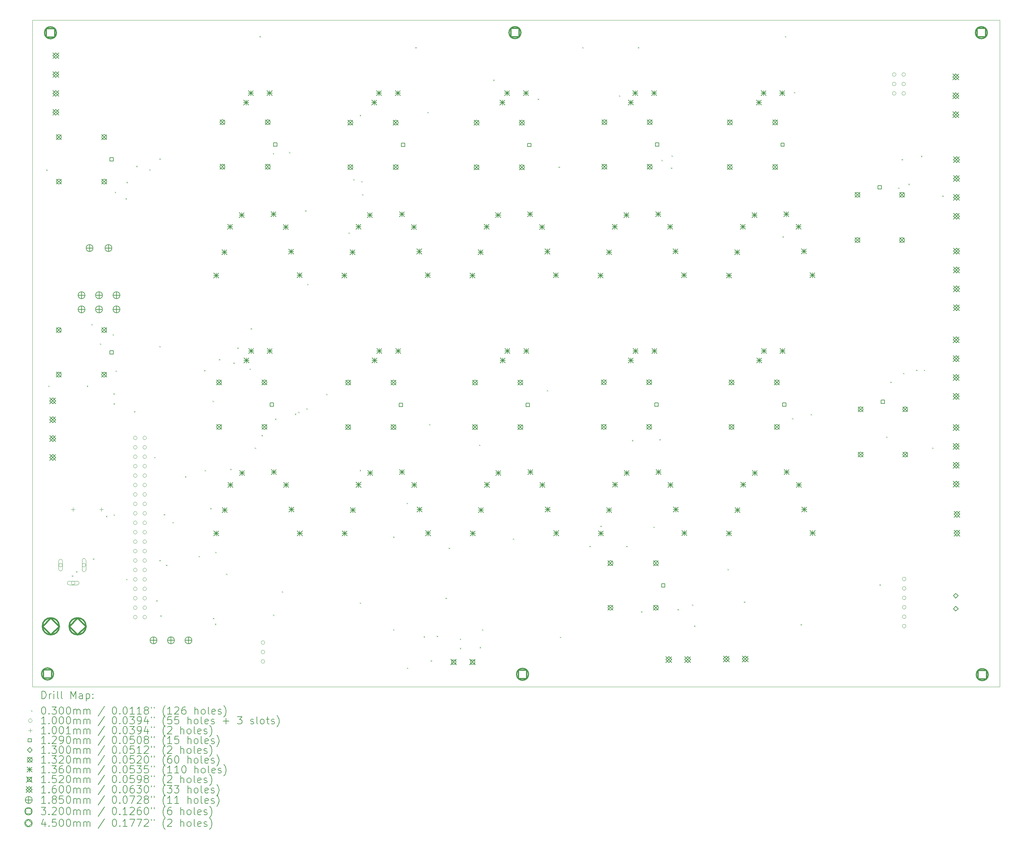
<source format=gbr>
%TF.GenerationSoftware,KiCad,Pcbnew,8.0.5*%
%TF.CreationDate,2025-05-12T12:19:04+05:30*%
%TF.ProjectId,automation,6175746f-6d61-4746-996f-6e2e6b696361,rev?*%
%TF.SameCoordinates,Original*%
%TF.FileFunction,Drillmap*%
%TF.FilePolarity,Positive*%
%FSLAX45Y45*%
G04 Gerber Fmt 4.5, Leading zero omitted, Abs format (unit mm)*
G04 Created by KiCad (PCBNEW 8.0.5) date 2025-05-12 12:19:04*
%MOMM*%
%LPD*%
G01*
G04 APERTURE LIST*
%ADD10C,0.050000*%
%ADD11C,0.200000*%
%ADD12C,0.100000*%
%ADD13C,0.100076*%
%ADD14C,0.129000*%
%ADD15C,0.130000*%
%ADD16C,0.132000*%
%ADD17C,0.136000*%
%ADD18C,0.152000*%
%ADD19C,0.160000*%
%ADD20C,0.185000*%
%ADD21C,0.320000*%
%ADD22C,0.450000*%
G04 APERTURE END LIST*
D10*
X29070000Y-12060000D02*
X55090000Y-12060000D01*
X55090000Y-30010000D01*
X29070000Y-30010000D01*
X29070000Y-12060000D01*
D11*
D12*
X29444480Y-16078250D02*
X29474480Y-16108250D01*
X29474480Y-16078250D02*
X29444480Y-16108250D01*
X29499000Y-21897000D02*
X29529000Y-21927000D01*
X29529000Y-21897000D02*
X29499000Y-21927000D01*
X30132000Y-27006000D02*
X30162000Y-27036000D01*
X30162000Y-27006000D02*
X30132000Y-27036000D01*
X30249000Y-26894210D02*
X30279000Y-26924210D01*
X30279000Y-26894210D02*
X30249000Y-26924210D01*
X30536000Y-21896000D02*
X30566000Y-21926000D01*
X30566000Y-21896000D02*
X30536000Y-21926000D01*
X30658240Y-20238230D02*
X30688240Y-20268230D01*
X30688240Y-20238230D02*
X30658240Y-20268230D01*
X30698930Y-26548980D02*
X30728930Y-26578980D01*
X30728930Y-26548980D02*
X30698930Y-26578980D01*
X30888840Y-20763350D02*
X30918840Y-20793350D01*
X30918840Y-20763350D02*
X30888840Y-20793350D01*
X31052620Y-25403750D02*
X31082620Y-25433750D01*
X31082620Y-25403750D02*
X31052620Y-25433750D01*
X31231950Y-20512710D02*
X31261950Y-20542710D01*
X31261950Y-20512710D02*
X31231950Y-20542710D01*
X31253000Y-22106000D02*
X31283000Y-22136000D01*
X31283000Y-22106000D02*
X31253000Y-22136000D01*
X31255050Y-22371570D02*
X31285050Y-22401570D01*
X31285050Y-22371570D02*
X31255050Y-22401570D01*
X31255050Y-25362750D02*
X31285050Y-25392750D01*
X31285050Y-25362750D02*
X31255050Y-25392750D01*
X31289900Y-16677250D02*
X31319900Y-16707250D01*
X31319900Y-16677250D02*
X31289900Y-16707250D01*
X31312800Y-21492150D02*
X31342800Y-21522150D01*
X31342800Y-21492150D02*
X31312800Y-21522150D01*
X31576000Y-16853000D02*
X31606000Y-16883000D01*
X31606000Y-16853000D02*
X31576000Y-16883000D01*
X31596020Y-27101140D02*
X31626020Y-27131140D01*
X31626020Y-27101140D02*
X31596020Y-27131140D01*
X31603000Y-16411000D02*
X31633000Y-16441000D01*
X31633000Y-16411000D02*
X31603000Y-16441000D01*
X31804210Y-22582830D02*
X31834210Y-22612830D01*
X31834210Y-22582830D02*
X31804210Y-22612830D01*
X31864000Y-15977500D02*
X31894000Y-16007500D01*
X31894000Y-15977500D02*
X31864000Y-16007500D01*
X32218810Y-16070230D02*
X32248810Y-16100230D01*
X32248810Y-16070230D02*
X32218810Y-16100230D01*
X32349000Y-23814000D02*
X32379000Y-23844000D01*
X32379000Y-23814000D02*
X32349000Y-23844000D01*
X32403810Y-27675290D02*
X32433810Y-27705290D01*
X32433810Y-27675290D02*
X32403810Y-27705290D01*
X32487180Y-15778750D02*
X32517180Y-15808750D01*
X32517180Y-15778750D02*
X32487180Y-15808750D01*
X32487180Y-20828000D02*
X32517180Y-20858000D01*
X32517180Y-20828000D02*
X32487180Y-20858000D01*
X32488650Y-26591110D02*
X32518650Y-26621110D01*
X32518650Y-26591110D02*
X32488650Y-26621110D01*
X32511350Y-28082420D02*
X32541350Y-28112420D01*
X32541350Y-28082420D02*
X32511350Y-28112420D01*
X32604000Y-25356000D02*
X32634000Y-25386000D01*
X32634000Y-25356000D02*
X32604000Y-25386000D01*
X32664000Y-26720000D02*
X32694000Y-26750000D01*
X32694000Y-26720000D02*
X32664000Y-26750000D01*
X32838000Y-25567000D02*
X32868000Y-25597000D01*
X32868000Y-25567000D02*
X32838000Y-25597000D01*
X33177000Y-24337000D02*
X33207000Y-24367000D01*
X33207000Y-24337000D02*
X33177000Y-24367000D01*
X33543000Y-26482000D02*
X33573000Y-26512000D01*
X33573000Y-26482000D02*
X33543000Y-26512000D01*
X33690260Y-21477400D02*
X33720260Y-21507400D01*
X33720260Y-21477400D02*
X33690260Y-21507400D01*
X33708410Y-24164750D02*
X33738410Y-24194750D01*
X33738410Y-24164750D02*
X33708410Y-24194750D01*
X33855940Y-25191180D02*
X33885940Y-25221180D01*
X33885940Y-25191180D02*
X33855940Y-25221180D01*
X33919680Y-22303560D02*
X33949680Y-22333560D01*
X33949680Y-22303560D02*
X33919680Y-22333560D01*
X33928610Y-28150080D02*
X33958610Y-28180080D01*
X33958610Y-28150080D02*
X33928610Y-28180080D01*
X33983780Y-28307700D02*
X34013780Y-28337700D01*
X34013780Y-28307700D02*
X33983780Y-28337700D01*
X33991000Y-26371000D02*
X34021000Y-26401000D01*
X34021000Y-26371000D02*
X33991000Y-26401000D01*
X34088710Y-21179480D02*
X34118710Y-21209480D01*
X34118710Y-21179480D02*
X34088710Y-21209480D01*
X34284000Y-26962000D02*
X34314000Y-26992000D01*
X34314000Y-26962000D02*
X34284000Y-26992000D01*
X34391000Y-24138000D02*
X34421000Y-24168000D01*
X34421000Y-24138000D02*
X34391000Y-24168000D01*
X34478050Y-21274210D02*
X34508050Y-21304210D01*
X34508050Y-21274210D02*
X34478050Y-21304210D01*
X34582420Y-20870250D02*
X34612420Y-20900250D01*
X34612420Y-20870250D02*
X34582420Y-20900250D01*
X34914540Y-21436450D02*
X34944540Y-21466450D01*
X34944540Y-21436450D02*
X34914540Y-21466450D01*
X34942260Y-20350810D02*
X34972260Y-20380810D01*
X34972260Y-20350810D02*
X34942260Y-20380810D01*
X35054160Y-23565750D02*
X35084160Y-23595750D01*
X35084160Y-23565750D02*
X35054160Y-23595750D01*
X35181060Y-12484250D02*
X35211060Y-12514250D01*
X35211060Y-12484250D02*
X35181060Y-12514250D01*
X35234590Y-23225170D02*
X35264590Y-23255170D01*
X35264590Y-23225170D02*
X35234590Y-23255170D01*
X35541000Y-15637000D02*
X35571000Y-15667000D01*
X35571000Y-15637000D02*
X35541000Y-15667000D01*
X35543810Y-28059620D02*
X35573810Y-28089620D01*
X35573810Y-28059620D02*
X35543810Y-28089620D01*
X35598320Y-22785280D02*
X35628320Y-22815280D01*
X35628320Y-22785280D02*
X35598320Y-22815280D01*
X35779700Y-27434380D02*
X35809700Y-27464380D01*
X35809700Y-27434380D02*
X35779700Y-27464380D01*
X35978060Y-15605000D02*
X36008060Y-15635000D01*
X36008060Y-15605000D02*
X35978060Y-15635000D01*
X36133000Y-22651000D02*
X36163000Y-22681000D01*
X36163000Y-22651000D02*
X36133000Y-22681000D01*
X36221000Y-22598000D02*
X36251000Y-22628000D01*
X36251000Y-22598000D02*
X36221000Y-22628000D01*
X36409780Y-17177000D02*
X36439780Y-17207000D01*
X36439780Y-17177000D02*
X36409780Y-17207000D01*
X36441000Y-22505000D02*
X36471000Y-22535000D01*
X36471000Y-22505000D02*
X36441000Y-22535000D01*
X36464510Y-19158480D02*
X36494510Y-19188480D01*
X36494510Y-19158480D02*
X36464510Y-19188480D01*
X36976980Y-22118320D02*
X37006980Y-22148320D01*
X37006980Y-22118320D02*
X36976980Y-22148320D01*
X37577430Y-17775370D02*
X37607430Y-17805370D01*
X37607430Y-17775370D02*
X37577430Y-17805370D01*
X37700800Y-16334320D02*
X37730800Y-16364320D01*
X37730800Y-16334320D02*
X37700800Y-16364320D01*
X37874940Y-14608900D02*
X37904940Y-14638900D01*
X37904940Y-14608900D02*
X37874940Y-14638900D01*
X37874940Y-24164750D02*
X37904940Y-24194750D01*
X37904940Y-24164750D02*
X37874940Y-24194750D01*
X37874940Y-27735250D02*
X37904940Y-27765250D01*
X37904940Y-27735250D02*
X37874940Y-27765250D01*
X37920060Y-16388130D02*
X37950060Y-16418130D01*
X37950060Y-16388130D02*
X37920060Y-16418130D01*
X37938770Y-16741170D02*
X37968770Y-16771170D01*
X37968770Y-16741170D02*
X37938770Y-16771170D01*
X38772900Y-25961750D02*
X38802900Y-25991750D01*
X38802900Y-25961750D02*
X38772900Y-25991750D01*
X38772900Y-28454980D02*
X38802900Y-28484980D01*
X38802900Y-28454980D02*
X38772900Y-28484980D01*
X39136940Y-25048750D02*
X39166940Y-25078750D01*
X39166940Y-25048750D02*
X39136940Y-25078750D01*
X39145000Y-29486000D02*
X39175000Y-29516000D01*
X39175000Y-29486000D02*
X39145000Y-29516000D01*
X39371540Y-12783750D02*
X39401540Y-12813750D01*
X39401540Y-12783750D02*
X39371540Y-12813750D01*
X39593510Y-28642700D02*
X39623510Y-28672700D01*
X39623510Y-28642700D02*
X39593510Y-28672700D01*
X39697930Y-14528210D02*
X39727930Y-14558210D01*
X39727930Y-14528210D02*
X39697930Y-14558210D01*
X39743260Y-22928990D02*
X39773260Y-22958990D01*
X39773260Y-22928990D02*
X39743260Y-22958990D01*
X39784000Y-29292000D02*
X39814000Y-29322000D01*
X39814000Y-29292000D02*
X39784000Y-29322000D01*
X39945640Y-28630710D02*
X39975640Y-28660710D01*
X39975640Y-28630710D02*
X39945640Y-28660710D01*
X40184060Y-27609260D02*
X40214060Y-27639260D01*
X40214060Y-27609260D02*
X40184060Y-27639260D01*
X40269500Y-26261250D02*
X40299500Y-26291250D01*
X40299500Y-26261250D02*
X40269500Y-26291250D01*
X40568820Y-28708050D02*
X40598820Y-28738050D01*
X40598820Y-28708050D02*
X40568820Y-28738050D01*
X40568820Y-28956750D02*
X40598820Y-28986750D01*
X40598820Y-28956750D02*
X40568820Y-28986750D01*
X41085110Y-23483310D02*
X41115110Y-23513310D01*
X41115110Y-23483310D02*
X41085110Y-23513310D01*
X41104110Y-28932810D02*
X41134110Y-28962810D01*
X41134110Y-28932810D02*
X41104110Y-28962810D01*
X41167460Y-28457480D02*
X41197460Y-28487480D01*
X41197460Y-28457480D02*
X41167460Y-28487480D01*
X41466780Y-13658980D02*
X41496780Y-13688980D01*
X41496780Y-13658980D02*
X41466780Y-13688980D01*
X41994000Y-26013000D02*
X42024000Y-26043000D01*
X42024000Y-26013000D02*
X41994000Y-26043000D01*
X42664060Y-14171250D02*
X42694060Y-14201250D01*
X42694060Y-14171250D02*
X42664060Y-14201250D01*
X42912190Y-22013700D02*
X42942190Y-22043700D01*
X42942190Y-22013700D02*
X42912190Y-22043700D01*
X43221090Y-16000950D02*
X43251090Y-16030950D01*
X43251090Y-16000950D02*
X43221090Y-16030950D01*
X43262700Y-28657250D02*
X43292700Y-28687250D01*
X43292700Y-28657250D02*
X43262700Y-28687250D01*
X43861340Y-12783750D02*
X43891340Y-12813750D01*
X43891340Y-12783750D02*
X43861340Y-12813750D01*
X44053000Y-26210000D02*
X44083000Y-26240000D01*
X44083000Y-26210000D02*
X44053000Y-26240000D01*
X44350880Y-25669170D02*
X44380880Y-25699170D01*
X44380880Y-25669170D02*
X44350880Y-25699170D01*
X44850650Y-14084390D02*
X44880650Y-14114390D01*
X44880650Y-14084390D02*
X44850650Y-14114390D01*
X45042000Y-26210000D02*
X45072000Y-26240000D01*
X45072000Y-26210000D02*
X45042000Y-26240000D01*
X45199000Y-23361000D02*
X45229000Y-23391000D01*
X45229000Y-23361000D02*
X45199000Y-23391000D01*
X45357940Y-12783750D02*
X45387940Y-12813750D01*
X45387940Y-12783750D02*
X45357940Y-12813750D01*
X45441270Y-27970390D02*
X45471270Y-28000390D01*
X45471270Y-27970390D02*
X45441270Y-28000390D01*
X45776450Y-25695670D02*
X45806450Y-25725670D01*
X45806450Y-25695670D02*
X45776450Y-25725670D01*
X45938000Y-23338000D02*
X45968000Y-23368000D01*
X45968000Y-23338000D02*
X45938000Y-23368000D01*
X45991550Y-15816730D02*
X46021550Y-15846730D01*
X46021550Y-15816730D02*
X45991550Y-15846730D01*
X46245000Y-16025000D02*
X46275000Y-16055000D01*
X46275000Y-16025000D02*
X46245000Y-16055000D01*
X46265000Y-15699000D02*
X46295000Y-15729000D01*
X46295000Y-15699000D02*
X46265000Y-15729000D01*
X46423000Y-27912250D02*
X46453000Y-27942250D01*
X46453000Y-27912250D02*
X46423000Y-27942250D01*
X46810990Y-27790800D02*
X46840990Y-27820800D01*
X46840990Y-27790800D02*
X46810990Y-27820800D01*
X46868600Y-28357750D02*
X46898600Y-28387750D01*
X46898600Y-28357750D02*
X46868600Y-28387750D01*
X47770000Y-26835000D02*
X47800000Y-26865000D01*
X47800000Y-26835000D02*
X47770000Y-26865000D01*
X48211000Y-27708000D02*
X48241000Y-27738000D01*
X48241000Y-27708000D02*
X48211000Y-27738000D01*
X49249100Y-17875250D02*
X49279100Y-17905250D01*
X49279100Y-17875250D02*
X49249100Y-17905250D01*
X49316250Y-12484250D02*
X49346250Y-12514250D01*
X49346250Y-12484250D02*
X49316250Y-12514250D01*
X49507360Y-22770640D02*
X49537360Y-22800640D01*
X49537360Y-22770640D02*
X49507360Y-22800640D01*
X49557910Y-13991240D02*
X49587910Y-14021240D01*
X49587910Y-13991240D02*
X49557910Y-14021240D01*
X49734230Y-28317700D02*
X49764230Y-28347700D01*
X49764230Y-28317700D02*
X49734230Y-28347700D01*
X50007000Y-22661000D02*
X50037000Y-22691000D01*
X50037000Y-22661000D02*
X50007000Y-22691000D01*
X51856580Y-27246240D02*
X51886580Y-27276240D01*
X51886580Y-27246240D02*
X51856580Y-27276240D01*
X52038320Y-23266250D02*
X52068320Y-23296250D01*
X52068320Y-23266250D02*
X52038320Y-23296250D01*
X52145500Y-21792000D02*
X52175500Y-21822000D01*
X52175500Y-21792000D02*
X52145500Y-21822000D01*
X52358590Y-16560870D02*
X52388590Y-16590870D01*
X52388590Y-16560870D02*
X52358590Y-16590870D01*
X52452350Y-15795670D02*
X52482350Y-15825670D01*
X52482350Y-15795670D02*
X52452350Y-15825670D01*
X52489190Y-21552720D02*
X52519190Y-21582720D01*
X52519190Y-21552720D02*
X52489190Y-21582720D01*
X52634160Y-16460650D02*
X52664160Y-16490650D01*
X52664160Y-16460650D02*
X52634160Y-16490650D01*
X52840940Y-21469250D02*
X52870940Y-21499250D01*
X52870940Y-21469250D02*
X52840940Y-21499250D01*
X52974000Y-15707000D02*
X53004000Y-15737000D01*
X53004000Y-15707000D02*
X52974000Y-15737000D01*
X53047340Y-21469250D02*
X53077340Y-21499250D01*
X53077340Y-21469250D02*
X53047340Y-21499250D01*
X53274240Y-23565750D02*
X53304240Y-23595750D01*
X53304240Y-23565750D02*
X53274240Y-23595750D01*
X53542170Y-16779930D02*
X53572170Y-16809930D01*
X53572170Y-16779930D02*
X53542170Y-16809930D01*
X29880000Y-26730000D02*
G75*
G02*
X29780000Y-26730000I-50000J0D01*
G01*
X29780000Y-26730000D02*
G75*
G02*
X29880000Y-26730000I50000J0D01*
G01*
X29780000Y-26620000D02*
X29780000Y-26840000D01*
X29880000Y-26840000D02*
G75*
G02*
X29780000Y-26840000I-50000J0D01*
G01*
X29880000Y-26840000D02*
X29880000Y-26620000D01*
X29880000Y-26620000D02*
G75*
G03*
X29780000Y-26620000I-50000J0D01*
G01*
X30220000Y-27210000D02*
G75*
G02*
X30120000Y-27210000I-50000J0D01*
G01*
X30120000Y-27210000D02*
G75*
G02*
X30220000Y-27210000I50000J0D01*
G01*
X30280000Y-27160000D02*
X30060000Y-27160000D01*
X30060000Y-27260000D02*
G75*
G02*
X30060000Y-27160000I0J50000D01*
G01*
X30060000Y-27260000D02*
X30280000Y-27260000D01*
X30280000Y-27260000D02*
G75*
G03*
X30280000Y-27160000I0J50000D01*
G01*
X30510000Y-26730000D02*
G75*
G02*
X30410000Y-26730000I-50000J0D01*
G01*
X30410000Y-26730000D02*
G75*
G02*
X30510000Y-26730000I50000J0D01*
G01*
X30410000Y-26600000D02*
X30410000Y-26860000D01*
X30510000Y-26860000D02*
G75*
G02*
X30410000Y-26860000I-50000J0D01*
G01*
X30510000Y-26860000D02*
X30510000Y-26600000D01*
X30510000Y-26600000D02*
G75*
G03*
X30410000Y-26600000I-50000J0D01*
G01*
X31890000Y-23304000D02*
G75*
G02*
X31790000Y-23304000I-50000J0D01*
G01*
X31790000Y-23304000D02*
G75*
G02*
X31890000Y-23304000I50000J0D01*
G01*
X31890000Y-23558000D02*
G75*
G02*
X31790000Y-23558000I-50000J0D01*
G01*
X31790000Y-23558000D02*
G75*
G02*
X31890000Y-23558000I50000J0D01*
G01*
X31890000Y-23812000D02*
G75*
G02*
X31790000Y-23812000I-50000J0D01*
G01*
X31790000Y-23812000D02*
G75*
G02*
X31890000Y-23812000I50000J0D01*
G01*
X31890000Y-24066000D02*
G75*
G02*
X31790000Y-24066000I-50000J0D01*
G01*
X31790000Y-24066000D02*
G75*
G02*
X31890000Y-24066000I50000J0D01*
G01*
X31890000Y-24320000D02*
G75*
G02*
X31790000Y-24320000I-50000J0D01*
G01*
X31790000Y-24320000D02*
G75*
G02*
X31890000Y-24320000I50000J0D01*
G01*
X31890000Y-24574000D02*
G75*
G02*
X31790000Y-24574000I-50000J0D01*
G01*
X31790000Y-24574000D02*
G75*
G02*
X31890000Y-24574000I50000J0D01*
G01*
X31890000Y-24828000D02*
G75*
G02*
X31790000Y-24828000I-50000J0D01*
G01*
X31790000Y-24828000D02*
G75*
G02*
X31890000Y-24828000I50000J0D01*
G01*
X31890000Y-25082000D02*
G75*
G02*
X31790000Y-25082000I-50000J0D01*
G01*
X31790000Y-25082000D02*
G75*
G02*
X31890000Y-25082000I50000J0D01*
G01*
X31890000Y-25336000D02*
G75*
G02*
X31790000Y-25336000I-50000J0D01*
G01*
X31790000Y-25336000D02*
G75*
G02*
X31890000Y-25336000I50000J0D01*
G01*
X31890000Y-25590000D02*
G75*
G02*
X31790000Y-25590000I-50000J0D01*
G01*
X31790000Y-25590000D02*
G75*
G02*
X31890000Y-25590000I50000J0D01*
G01*
X31890000Y-25844000D02*
G75*
G02*
X31790000Y-25844000I-50000J0D01*
G01*
X31790000Y-25844000D02*
G75*
G02*
X31890000Y-25844000I50000J0D01*
G01*
X31890000Y-26098000D02*
G75*
G02*
X31790000Y-26098000I-50000J0D01*
G01*
X31790000Y-26098000D02*
G75*
G02*
X31890000Y-26098000I50000J0D01*
G01*
X31890000Y-26352000D02*
G75*
G02*
X31790000Y-26352000I-50000J0D01*
G01*
X31790000Y-26352000D02*
G75*
G02*
X31890000Y-26352000I50000J0D01*
G01*
X31890000Y-26606000D02*
G75*
G02*
X31790000Y-26606000I-50000J0D01*
G01*
X31790000Y-26606000D02*
G75*
G02*
X31890000Y-26606000I50000J0D01*
G01*
X31890000Y-26860000D02*
G75*
G02*
X31790000Y-26860000I-50000J0D01*
G01*
X31790000Y-26860000D02*
G75*
G02*
X31890000Y-26860000I50000J0D01*
G01*
X31890000Y-27114000D02*
G75*
G02*
X31790000Y-27114000I-50000J0D01*
G01*
X31790000Y-27114000D02*
G75*
G02*
X31890000Y-27114000I50000J0D01*
G01*
X31890000Y-27368000D02*
G75*
G02*
X31790000Y-27368000I-50000J0D01*
G01*
X31790000Y-27368000D02*
G75*
G02*
X31890000Y-27368000I50000J0D01*
G01*
X31890000Y-27622000D02*
G75*
G02*
X31790000Y-27622000I-50000J0D01*
G01*
X31790000Y-27622000D02*
G75*
G02*
X31890000Y-27622000I50000J0D01*
G01*
X31890000Y-27876000D02*
G75*
G02*
X31790000Y-27876000I-50000J0D01*
G01*
X31790000Y-27876000D02*
G75*
G02*
X31890000Y-27876000I50000J0D01*
G01*
X31890000Y-28130000D02*
G75*
G02*
X31790000Y-28130000I-50000J0D01*
G01*
X31790000Y-28130000D02*
G75*
G02*
X31890000Y-28130000I50000J0D01*
G01*
X32144000Y-23304000D02*
G75*
G02*
X32044000Y-23304000I-50000J0D01*
G01*
X32044000Y-23304000D02*
G75*
G02*
X32144000Y-23304000I50000J0D01*
G01*
X32144000Y-23558000D02*
G75*
G02*
X32044000Y-23558000I-50000J0D01*
G01*
X32044000Y-23558000D02*
G75*
G02*
X32144000Y-23558000I50000J0D01*
G01*
X32144000Y-23812000D02*
G75*
G02*
X32044000Y-23812000I-50000J0D01*
G01*
X32044000Y-23812000D02*
G75*
G02*
X32144000Y-23812000I50000J0D01*
G01*
X32144000Y-24066000D02*
G75*
G02*
X32044000Y-24066000I-50000J0D01*
G01*
X32044000Y-24066000D02*
G75*
G02*
X32144000Y-24066000I50000J0D01*
G01*
X32144000Y-24320000D02*
G75*
G02*
X32044000Y-24320000I-50000J0D01*
G01*
X32044000Y-24320000D02*
G75*
G02*
X32144000Y-24320000I50000J0D01*
G01*
X32144000Y-24574000D02*
G75*
G02*
X32044000Y-24574000I-50000J0D01*
G01*
X32044000Y-24574000D02*
G75*
G02*
X32144000Y-24574000I50000J0D01*
G01*
X32144000Y-24828000D02*
G75*
G02*
X32044000Y-24828000I-50000J0D01*
G01*
X32044000Y-24828000D02*
G75*
G02*
X32144000Y-24828000I50000J0D01*
G01*
X32144000Y-25082000D02*
G75*
G02*
X32044000Y-25082000I-50000J0D01*
G01*
X32044000Y-25082000D02*
G75*
G02*
X32144000Y-25082000I50000J0D01*
G01*
X32144000Y-25336000D02*
G75*
G02*
X32044000Y-25336000I-50000J0D01*
G01*
X32044000Y-25336000D02*
G75*
G02*
X32144000Y-25336000I50000J0D01*
G01*
X32144000Y-25590000D02*
G75*
G02*
X32044000Y-25590000I-50000J0D01*
G01*
X32044000Y-25590000D02*
G75*
G02*
X32144000Y-25590000I50000J0D01*
G01*
X32144000Y-25844000D02*
G75*
G02*
X32044000Y-25844000I-50000J0D01*
G01*
X32044000Y-25844000D02*
G75*
G02*
X32144000Y-25844000I50000J0D01*
G01*
X32144000Y-26098000D02*
G75*
G02*
X32044000Y-26098000I-50000J0D01*
G01*
X32044000Y-26098000D02*
G75*
G02*
X32144000Y-26098000I50000J0D01*
G01*
X32144000Y-26352000D02*
G75*
G02*
X32044000Y-26352000I-50000J0D01*
G01*
X32044000Y-26352000D02*
G75*
G02*
X32144000Y-26352000I50000J0D01*
G01*
X32144000Y-26606000D02*
G75*
G02*
X32044000Y-26606000I-50000J0D01*
G01*
X32044000Y-26606000D02*
G75*
G02*
X32144000Y-26606000I50000J0D01*
G01*
X32144000Y-26860000D02*
G75*
G02*
X32044000Y-26860000I-50000J0D01*
G01*
X32044000Y-26860000D02*
G75*
G02*
X32144000Y-26860000I50000J0D01*
G01*
X32144000Y-27114000D02*
G75*
G02*
X32044000Y-27114000I-50000J0D01*
G01*
X32044000Y-27114000D02*
G75*
G02*
X32144000Y-27114000I50000J0D01*
G01*
X32144000Y-27368000D02*
G75*
G02*
X32044000Y-27368000I-50000J0D01*
G01*
X32044000Y-27368000D02*
G75*
G02*
X32144000Y-27368000I50000J0D01*
G01*
X32144000Y-27622000D02*
G75*
G02*
X32044000Y-27622000I-50000J0D01*
G01*
X32044000Y-27622000D02*
G75*
G02*
X32144000Y-27622000I50000J0D01*
G01*
X32144000Y-27876000D02*
G75*
G02*
X32044000Y-27876000I-50000J0D01*
G01*
X32044000Y-27876000D02*
G75*
G02*
X32144000Y-27876000I50000J0D01*
G01*
X32144000Y-28130000D02*
G75*
G02*
X32044000Y-28130000I-50000J0D01*
G01*
X32044000Y-28130000D02*
G75*
G02*
X32144000Y-28130000I50000J0D01*
G01*
X35325000Y-28816000D02*
G75*
G02*
X35225000Y-28816000I-50000J0D01*
G01*
X35225000Y-28816000D02*
G75*
G02*
X35325000Y-28816000I50000J0D01*
G01*
X35325000Y-29070000D02*
G75*
G02*
X35225000Y-29070000I-50000J0D01*
G01*
X35225000Y-29070000D02*
G75*
G02*
X35325000Y-29070000I50000J0D01*
G01*
X35325000Y-29324000D02*
G75*
G02*
X35225000Y-29324000I-50000J0D01*
G01*
X35225000Y-29324000D02*
G75*
G02*
X35325000Y-29324000I50000J0D01*
G01*
X52303000Y-13521000D02*
G75*
G02*
X52203000Y-13521000I-50000J0D01*
G01*
X52203000Y-13521000D02*
G75*
G02*
X52303000Y-13521000I50000J0D01*
G01*
X52303000Y-13775000D02*
G75*
G02*
X52203000Y-13775000I-50000J0D01*
G01*
X52203000Y-13775000D02*
G75*
G02*
X52303000Y-13775000I50000J0D01*
G01*
X52303000Y-14029000D02*
G75*
G02*
X52203000Y-14029000I-50000J0D01*
G01*
X52203000Y-14029000D02*
G75*
G02*
X52303000Y-14029000I50000J0D01*
G01*
X52557000Y-13521000D02*
G75*
G02*
X52457000Y-13521000I-50000J0D01*
G01*
X52457000Y-13521000D02*
G75*
G02*
X52557000Y-13521000I50000J0D01*
G01*
X52557000Y-13775000D02*
G75*
G02*
X52457000Y-13775000I-50000J0D01*
G01*
X52457000Y-13775000D02*
G75*
G02*
X52557000Y-13775000I50000J0D01*
G01*
X52557000Y-14029000D02*
G75*
G02*
X52457000Y-14029000I-50000J0D01*
G01*
X52457000Y-14029000D02*
G75*
G02*
X52557000Y-14029000I50000J0D01*
G01*
X52570000Y-27103790D02*
G75*
G02*
X52470000Y-27103790I-50000J0D01*
G01*
X52470000Y-27103790D02*
G75*
G02*
X52570000Y-27103790I50000J0D01*
G01*
X52570000Y-27357790D02*
G75*
G02*
X52470000Y-27357790I-50000J0D01*
G01*
X52470000Y-27357790D02*
G75*
G02*
X52570000Y-27357790I50000J0D01*
G01*
X52570000Y-27611790D02*
G75*
G02*
X52470000Y-27611790I-50000J0D01*
G01*
X52470000Y-27611790D02*
G75*
G02*
X52570000Y-27611790I50000J0D01*
G01*
X52570000Y-27865790D02*
G75*
G02*
X52470000Y-27865790I-50000J0D01*
G01*
X52470000Y-27865790D02*
G75*
G02*
X52570000Y-27865790I50000J0D01*
G01*
X52570000Y-28119790D02*
G75*
G02*
X52470000Y-28119790I-50000J0D01*
G01*
X52470000Y-28119790D02*
G75*
G02*
X52570000Y-28119790I50000J0D01*
G01*
X52570000Y-28373790D02*
G75*
G02*
X52470000Y-28373790I-50000J0D01*
G01*
X52470000Y-28373790D02*
G75*
G02*
X52570000Y-28373790I50000J0D01*
G01*
D13*
X30169000Y-25179962D02*
X30169000Y-25280038D01*
X30118962Y-25230000D02*
X30219038Y-25230000D01*
X30930000Y-25179962D02*
X30930000Y-25280038D01*
X30879962Y-25230000D02*
X30980038Y-25230000D01*
D14*
X31247359Y-21046109D02*
X31247359Y-20954891D01*
X31156141Y-20954891D01*
X31156141Y-21046109D01*
X31247359Y-21046109D01*
X31249609Y-15849609D02*
X31249609Y-15758391D01*
X31158391Y-15758391D01*
X31158391Y-15849609D01*
X31249609Y-15849609D01*
X35558359Y-22454609D02*
X35558359Y-22363391D01*
X35467141Y-22363391D01*
X35467141Y-22454609D01*
X35558359Y-22454609D01*
X35648609Y-15449609D02*
X35648609Y-15358391D01*
X35557391Y-15358391D01*
X35557391Y-15449609D01*
X35648609Y-15449609D01*
X39030359Y-22459609D02*
X39030359Y-22368391D01*
X38939141Y-22368391D01*
X38939141Y-22459609D01*
X39030359Y-22459609D01*
X39090609Y-15460609D02*
X39090609Y-15369391D01*
X38999391Y-15369391D01*
X38999391Y-15460609D01*
X39090609Y-15460609D01*
X42443359Y-22459609D02*
X42443359Y-22368391D01*
X42352141Y-22368391D01*
X42352141Y-22459609D01*
X42443359Y-22459609D01*
X42484359Y-15462609D02*
X42484359Y-15371391D01*
X42393141Y-15371391D01*
X42393141Y-15462609D01*
X42484359Y-15462609D01*
X45907609Y-22452609D02*
X45907609Y-22361391D01*
X45816391Y-22361391D01*
X45816391Y-22452609D01*
X45907609Y-22452609D01*
X45922609Y-15449609D02*
X45922609Y-15358391D01*
X45831391Y-15358391D01*
X45831391Y-15449609D01*
X45922609Y-15449609D01*
X46086359Y-27321859D02*
X46086359Y-27230641D01*
X45995141Y-27230641D01*
X45995141Y-27321859D01*
X46086359Y-27321859D01*
X49295609Y-15455609D02*
X49295609Y-15364391D01*
X49204391Y-15364391D01*
X49204391Y-15455609D01*
X49295609Y-15455609D01*
X49342359Y-22455609D02*
X49342359Y-22364391D01*
X49251141Y-22364391D01*
X49251141Y-22455609D01*
X49342359Y-22455609D01*
X51908609Y-16603859D02*
X51908609Y-16512641D01*
X51817391Y-16512641D01*
X51817391Y-16603859D01*
X51908609Y-16603859D01*
X51994609Y-22378609D02*
X51994609Y-22287391D01*
X51903391Y-22287391D01*
X51903391Y-22378609D01*
X51994609Y-22378609D01*
D15*
X53910000Y-27618790D02*
X53975000Y-27553790D01*
X53910000Y-27488790D01*
X53845000Y-27553790D01*
X53910000Y-27618790D01*
X53910000Y-27968790D02*
X53975000Y-27903790D01*
X53910000Y-27838790D01*
X53845000Y-27903790D01*
X53910000Y-27968790D01*
D16*
X29715750Y-20334500D02*
X29847750Y-20466500D01*
X29847750Y-20334500D02*
X29715750Y-20466500D01*
X29847750Y-20400500D02*
G75*
G02*
X29715750Y-20400500I-66000J0D01*
G01*
X29715750Y-20400500D02*
G75*
G02*
X29847750Y-20400500I66000J0D01*
G01*
X29715750Y-21534500D02*
X29847750Y-21666500D01*
X29847750Y-21534500D02*
X29715750Y-21666500D01*
X29847750Y-21600500D02*
G75*
G02*
X29715750Y-21600500I-66000J0D01*
G01*
X29715750Y-21600500D02*
G75*
G02*
X29847750Y-21600500I66000J0D01*
G01*
X29718000Y-15138000D02*
X29850000Y-15270000D01*
X29850000Y-15138000D02*
X29718000Y-15270000D01*
X29850000Y-15204000D02*
G75*
G02*
X29718000Y-15204000I-66000J0D01*
G01*
X29718000Y-15204000D02*
G75*
G02*
X29850000Y-15204000I66000J0D01*
G01*
X29718000Y-16338000D02*
X29850000Y-16470000D01*
X29850000Y-16338000D02*
X29718000Y-16470000D01*
X29850000Y-16404000D02*
G75*
G02*
X29718000Y-16404000I-66000J0D01*
G01*
X29718000Y-16404000D02*
G75*
G02*
X29850000Y-16404000I66000J0D01*
G01*
X30935750Y-20334500D02*
X31067750Y-20466500D01*
X31067750Y-20334500D02*
X30935750Y-20466500D01*
X31067750Y-20400500D02*
G75*
G02*
X30935750Y-20400500I-66000J0D01*
G01*
X30935750Y-20400500D02*
G75*
G02*
X31067750Y-20400500I66000J0D01*
G01*
X30935750Y-21534500D02*
X31067750Y-21666500D01*
X31067750Y-21534500D02*
X30935750Y-21666500D01*
X31067750Y-21600500D02*
G75*
G02*
X30935750Y-21600500I-66000J0D01*
G01*
X30935750Y-21600500D02*
G75*
G02*
X31067750Y-21600500I66000J0D01*
G01*
X30938000Y-15138000D02*
X31070000Y-15270000D01*
X31070000Y-15138000D02*
X30938000Y-15270000D01*
X31070000Y-15204000D02*
G75*
G02*
X30938000Y-15204000I-66000J0D01*
G01*
X30938000Y-15204000D02*
G75*
G02*
X31070000Y-15204000I66000J0D01*
G01*
X30938000Y-16338000D02*
X31070000Y-16470000D01*
X31070000Y-16338000D02*
X30938000Y-16470000D01*
X31070000Y-16404000D02*
G75*
G02*
X30938000Y-16404000I-66000J0D01*
G01*
X30938000Y-16404000D02*
G75*
G02*
X31070000Y-16404000I66000J0D01*
G01*
X34026750Y-21743000D02*
X34158750Y-21875000D01*
X34158750Y-21743000D02*
X34026750Y-21875000D01*
X34158750Y-21809000D02*
G75*
G02*
X34026750Y-21809000I-66000J0D01*
G01*
X34026750Y-21809000D02*
G75*
G02*
X34158750Y-21809000I66000J0D01*
G01*
X34026750Y-22943000D02*
X34158750Y-23075000D01*
X34158750Y-22943000D02*
X34026750Y-23075000D01*
X34158750Y-23009000D02*
G75*
G02*
X34026750Y-23009000I-66000J0D01*
G01*
X34026750Y-23009000D02*
G75*
G02*
X34158750Y-23009000I66000J0D01*
G01*
X34117000Y-14738000D02*
X34249000Y-14870000D01*
X34249000Y-14738000D02*
X34117000Y-14870000D01*
X34249000Y-14804000D02*
G75*
G02*
X34117000Y-14804000I-66000J0D01*
G01*
X34117000Y-14804000D02*
G75*
G02*
X34249000Y-14804000I66000J0D01*
G01*
X34117000Y-15938000D02*
X34249000Y-16070000D01*
X34249000Y-15938000D02*
X34117000Y-16070000D01*
X34249000Y-16004000D02*
G75*
G02*
X34117000Y-16004000I-66000J0D01*
G01*
X34117000Y-16004000D02*
G75*
G02*
X34249000Y-16004000I66000J0D01*
G01*
X35246750Y-21743000D02*
X35378750Y-21875000D01*
X35378750Y-21743000D02*
X35246750Y-21875000D01*
X35378750Y-21809000D02*
G75*
G02*
X35246750Y-21809000I-66000J0D01*
G01*
X35246750Y-21809000D02*
G75*
G02*
X35378750Y-21809000I66000J0D01*
G01*
X35246750Y-22943000D02*
X35378750Y-23075000D01*
X35378750Y-22943000D02*
X35246750Y-23075000D01*
X35378750Y-23009000D02*
G75*
G02*
X35246750Y-23009000I-66000J0D01*
G01*
X35246750Y-23009000D02*
G75*
G02*
X35378750Y-23009000I66000J0D01*
G01*
X35337000Y-14738000D02*
X35469000Y-14870000D01*
X35469000Y-14738000D02*
X35337000Y-14870000D01*
X35469000Y-14804000D02*
G75*
G02*
X35337000Y-14804000I-66000J0D01*
G01*
X35337000Y-14804000D02*
G75*
G02*
X35469000Y-14804000I66000J0D01*
G01*
X35337000Y-15938000D02*
X35469000Y-16070000D01*
X35469000Y-15938000D02*
X35337000Y-16070000D01*
X35469000Y-16004000D02*
G75*
G02*
X35337000Y-16004000I-66000J0D01*
G01*
X35337000Y-16004000D02*
G75*
G02*
X35469000Y-16004000I66000J0D01*
G01*
X37498750Y-21748000D02*
X37630750Y-21880000D01*
X37630750Y-21748000D02*
X37498750Y-21880000D01*
X37630750Y-21814000D02*
G75*
G02*
X37498750Y-21814000I-66000J0D01*
G01*
X37498750Y-21814000D02*
G75*
G02*
X37630750Y-21814000I66000J0D01*
G01*
X37498750Y-22948000D02*
X37630750Y-23080000D01*
X37630750Y-22948000D02*
X37498750Y-23080000D01*
X37630750Y-23014000D02*
G75*
G02*
X37498750Y-23014000I-66000J0D01*
G01*
X37498750Y-23014000D02*
G75*
G02*
X37630750Y-23014000I66000J0D01*
G01*
X37559000Y-14749000D02*
X37691000Y-14881000D01*
X37691000Y-14749000D02*
X37559000Y-14881000D01*
X37691000Y-14815000D02*
G75*
G02*
X37559000Y-14815000I-66000J0D01*
G01*
X37559000Y-14815000D02*
G75*
G02*
X37691000Y-14815000I66000J0D01*
G01*
X37559000Y-15949000D02*
X37691000Y-16081000D01*
X37691000Y-15949000D02*
X37559000Y-16081000D01*
X37691000Y-16015000D02*
G75*
G02*
X37559000Y-16015000I-66000J0D01*
G01*
X37559000Y-16015000D02*
G75*
G02*
X37691000Y-16015000I66000J0D01*
G01*
X38718750Y-21748000D02*
X38850750Y-21880000D01*
X38850750Y-21748000D02*
X38718750Y-21880000D01*
X38850750Y-21814000D02*
G75*
G02*
X38718750Y-21814000I-66000J0D01*
G01*
X38718750Y-21814000D02*
G75*
G02*
X38850750Y-21814000I66000J0D01*
G01*
X38718750Y-22948000D02*
X38850750Y-23080000D01*
X38850750Y-22948000D02*
X38718750Y-23080000D01*
X38850750Y-23014000D02*
G75*
G02*
X38718750Y-23014000I-66000J0D01*
G01*
X38718750Y-23014000D02*
G75*
G02*
X38850750Y-23014000I66000J0D01*
G01*
X38779000Y-14749000D02*
X38911000Y-14881000D01*
X38911000Y-14749000D02*
X38779000Y-14881000D01*
X38911000Y-14815000D02*
G75*
G02*
X38779000Y-14815000I-66000J0D01*
G01*
X38779000Y-14815000D02*
G75*
G02*
X38911000Y-14815000I66000J0D01*
G01*
X38779000Y-15949000D02*
X38911000Y-16081000D01*
X38911000Y-15949000D02*
X38779000Y-16081000D01*
X38911000Y-16015000D02*
G75*
G02*
X38779000Y-16015000I-66000J0D01*
G01*
X38779000Y-16015000D02*
G75*
G02*
X38911000Y-16015000I66000J0D01*
G01*
X40911750Y-21748000D02*
X41043750Y-21880000D01*
X41043750Y-21748000D02*
X40911750Y-21880000D01*
X41043750Y-21814000D02*
G75*
G02*
X40911750Y-21814000I-66000J0D01*
G01*
X40911750Y-21814000D02*
G75*
G02*
X41043750Y-21814000I66000J0D01*
G01*
X40911750Y-22948000D02*
X41043750Y-23080000D01*
X41043750Y-22948000D02*
X40911750Y-23080000D01*
X41043750Y-23014000D02*
G75*
G02*
X40911750Y-23014000I-66000J0D01*
G01*
X40911750Y-23014000D02*
G75*
G02*
X41043750Y-23014000I66000J0D01*
G01*
X40952750Y-14751000D02*
X41084750Y-14883000D01*
X41084750Y-14751000D02*
X40952750Y-14883000D01*
X41084750Y-14817000D02*
G75*
G02*
X40952750Y-14817000I-66000J0D01*
G01*
X40952750Y-14817000D02*
G75*
G02*
X41084750Y-14817000I66000J0D01*
G01*
X40952750Y-15951000D02*
X41084750Y-16083000D01*
X41084750Y-15951000D02*
X40952750Y-16083000D01*
X41084750Y-16017000D02*
G75*
G02*
X40952750Y-16017000I-66000J0D01*
G01*
X40952750Y-16017000D02*
G75*
G02*
X41084750Y-16017000I66000J0D01*
G01*
X42131750Y-21748000D02*
X42263750Y-21880000D01*
X42263750Y-21748000D02*
X42131750Y-21880000D01*
X42263750Y-21814000D02*
G75*
G02*
X42131750Y-21814000I-66000J0D01*
G01*
X42131750Y-21814000D02*
G75*
G02*
X42263750Y-21814000I66000J0D01*
G01*
X42131750Y-22948000D02*
X42263750Y-23080000D01*
X42263750Y-22948000D02*
X42131750Y-23080000D01*
X42263750Y-23014000D02*
G75*
G02*
X42131750Y-23014000I-66000J0D01*
G01*
X42131750Y-23014000D02*
G75*
G02*
X42263750Y-23014000I66000J0D01*
G01*
X42172750Y-14751000D02*
X42304750Y-14883000D01*
X42304750Y-14751000D02*
X42172750Y-14883000D01*
X42304750Y-14817000D02*
G75*
G02*
X42172750Y-14817000I-66000J0D01*
G01*
X42172750Y-14817000D02*
G75*
G02*
X42304750Y-14817000I66000J0D01*
G01*
X42172750Y-15951000D02*
X42304750Y-16083000D01*
X42304750Y-15951000D02*
X42172750Y-16083000D01*
X42304750Y-16017000D02*
G75*
G02*
X42172750Y-16017000I-66000J0D01*
G01*
X42172750Y-16017000D02*
G75*
G02*
X42304750Y-16017000I66000J0D01*
G01*
X44376000Y-21741000D02*
X44508000Y-21873000D01*
X44508000Y-21741000D02*
X44376000Y-21873000D01*
X44508000Y-21807000D02*
G75*
G02*
X44376000Y-21807000I-66000J0D01*
G01*
X44376000Y-21807000D02*
G75*
G02*
X44508000Y-21807000I66000J0D01*
G01*
X44376000Y-22941000D02*
X44508000Y-23073000D01*
X44508000Y-22941000D02*
X44376000Y-23073000D01*
X44508000Y-23007000D02*
G75*
G02*
X44376000Y-23007000I-66000J0D01*
G01*
X44376000Y-23007000D02*
G75*
G02*
X44508000Y-23007000I66000J0D01*
G01*
X44391000Y-14738000D02*
X44523000Y-14870000D01*
X44523000Y-14738000D02*
X44391000Y-14870000D01*
X44523000Y-14804000D02*
G75*
G02*
X44391000Y-14804000I-66000J0D01*
G01*
X44391000Y-14804000D02*
G75*
G02*
X44523000Y-14804000I66000J0D01*
G01*
X44391000Y-15938000D02*
X44523000Y-16070000D01*
X44523000Y-15938000D02*
X44391000Y-16070000D01*
X44523000Y-16004000D02*
G75*
G02*
X44391000Y-16004000I-66000J0D01*
G01*
X44391000Y-16004000D02*
G75*
G02*
X44523000Y-16004000I66000J0D01*
G01*
X44554750Y-26610250D02*
X44686750Y-26742250D01*
X44686750Y-26610250D02*
X44554750Y-26742250D01*
X44686750Y-26676250D02*
G75*
G02*
X44554750Y-26676250I-66000J0D01*
G01*
X44554750Y-26676250D02*
G75*
G02*
X44686750Y-26676250I66000J0D01*
G01*
X44554750Y-27810250D02*
X44686750Y-27942250D01*
X44686750Y-27810250D02*
X44554750Y-27942250D01*
X44686750Y-27876250D02*
G75*
G02*
X44554750Y-27876250I-66000J0D01*
G01*
X44554750Y-27876250D02*
G75*
G02*
X44686750Y-27876250I66000J0D01*
G01*
X45596000Y-21741000D02*
X45728000Y-21873000D01*
X45728000Y-21741000D02*
X45596000Y-21873000D01*
X45728000Y-21807000D02*
G75*
G02*
X45596000Y-21807000I-66000J0D01*
G01*
X45596000Y-21807000D02*
G75*
G02*
X45728000Y-21807000I66000J0D01*
G01*
X45596000Y-22941000D02*
X45728000Y-23073000D01*
X45728000Y-22941000D02*
X45596000Y-23073000D01*
X45728000Y-23007000D02*
G75*
G02*
X45596000Y-23007000I-66000J0D01*
G01*
X45596000Y-23007000D02*
G75*
G02*
X45728000Y-23007000I66000J0D01*
G01*
X45611000Y-14738000D02*
X45743000Y-14870000D01*
X45743000Y-14738000D02*
X45611000Y-14870000D01*
X45743000Y-14804000D02*
G75*
G02*
X45611000Y-14804000I-66000J0D01*
G01*
X45611000Y-14804000D02*
G75*
G02*
X45743000Y-14804000I66000J0D01*
G01*
X45611000Y-15938000D02*
X45743000Y-16070000D01*
X45743000Y-15938000D02*
X45611000Y-16070000D01*
X45743000Y-16004000D02*
G75*
G02*
X45611000Y-16004000I-66000J0D01*
G01*
X45611000Y-16004000D02*
G75*
G02*
X45743000Y-16004000I66000J0D01*
G01*
X45774750Y-26610250D02*
X45906750Y-26742250D01*
X45906750Y-26610250D02*
X45774750Y-26742250D01*
X45906750Y-26676250D02*
G75*
G02*
X45774750Y-26676250I-66000J0D01*
G01*
X45774750Y-26676250D02*
G75*
G02*
X45906750Y-26676250I66000J0D01*
G01*
X45774750Y-27810250D02*
X45906750Y-27942250D01*
X45906750Y-27810250D02*
X45774750Y-27942250D01*
X45906750Y-27876250D02*
G75*
G02*
X45774750Y-27876250I-66000J0D01*
G01*
X45774750Y-27876250D02*
G75*
G02*
X45906750Y-27876250I66000J0D01*
G01*
X47764000Y-14744000D02*
X47896000Y-14876000D01*
X47896000Y-14744000D02*
X47764000Y-14876000D01*
X47896000Y-14810000D02*
G75*
G02*
X47764000Y-14810000I-66000J0D01*
G01*
X47764000Y-14810000D02*
G75*
G02*
X47896000Y-14810000I66000J0D01*
G01*
X47764000Y-15944000D02*
X47896000Y-16076000D01*
X47896000Y-15944000D02*
X47764000Y-16076000D01*
X47896000Y-16010000D02*
G75*
G02*
X47764000Y-16010000I-66000J0D01*
G01*
X47764000Y-16010000D02*
G75*
G02*
X47896000Y-16010000I66000J0D01*
G01*
X47810750Y-21744000D02*
X47942750Y-21876000D01*
X47942750Y-21744000D02*
X47810750Y-21876000D01*
X47942750Y-21810000D02*
G75*
G02*
X47810750Y-21810000I-66000J0D01*
G01*
X47810750Y-21810000D02*
G75*
G02*
X47942750Y-21810000I66000J0D01*
G01*
X47810750Y-22944000D02*
X47942750Y-23076000D01*
X47942750Y-22944000D02*
X47810750Y-23076000D01*
X47942750Y-23010000D02*
G75*
G02*
X47810750Y-23010000I-66000J0D01*
G01*
X47810750Y-23010000D02*
G75*
G02*
X47942750Y-23010000I66000J0D01*
G01*
X48984000Y-14744000D02*
X49116000Y-14876000D01*
X49116000Y-14744000D02*
X48984000Y-14876000D01*
X49116000Y-14810000D02*
G75*
G02*
X48984000Y-14810000I-66000J0D01*
G01*
X48984000Y-14810000D02*
G75*
G02*
X49116000Y-14810000I66000J0D01*
G01*
X48984000Y-15944000D02*
X49116000Y-16076000D01*
X49116000Y-15944000D02*
X48984000Y-16076000D01*
X49116000Y-16010000D02*
G75*
G02*
X48984000Y-16010000I-66000J0D01*
G01*
X48984000Y-16010000D02*
G75*
G02*
X49116000Y-16010000I66000J0D01*
G01*
X49030750Y-21744000D02*
X49162750Y-21876000D01*
X49162750Y-21744000D02*
X49030750Y-21876000D01*
X49162750Y-21810000D02*
G75*
G02*
X49030750Y-21810000I-66000J0D01*
G01*
X49030750Y-21810000D02*
G75*
G02*
X49162750Y-21810000I66000J0D01*
G01*
X49030750Y-22944000D02*
X49162750Y-23076000D01*
X49162750Y-22944000D02*
X49030750Y-23076000D01*
X49162750Y-23010000D02*
G75*
G02*
X49030750Y-23010000I-66000J0D01*
G01*
X49030750Y-23010000D02*
G75*
G02*
X49162750Y-23010000I66000J0D01*
G01*
X51197000Y-16692250D02*
X51329000Y-16824250D01*
X51329000Y-16692250D02*
X51197000Y-16824250D01*
X51329000Y-16758250D02*
G75*
G02*
X51197000Y-16758250I-66000J0D01*
G01*
X51197000Y-16758250D02*
G75*
G02*
X51329000Y-16758250I66000J0D01*
G01*
X51197000Y-17912250D02*
X51329000Y-18044250D01*
X51329000Y-17912250D02*
X51197000Y-18044250D01*
X51329000Y-17978250D02*
G75*
G02*
X51197000Y-17978250I-66000J0D01*
G01*
X51197000Y-17978250D02*
G75*
G02*
X51329000Y-17978250I66000J0D01*
G01*
X51283000Y-22467000D02*
X51415000Y-22599000D01*
X51415000Y-22467000D02*
X51283000Y-22599000D01*
X51415000Y-22533000D02*
G75*
G02*
X51283000Y-22533000I-66000J0D01*
G01*
X51283000Y-22533000D02*
G75*
G02*
X51415000Y-22533000I66000J0D01*
G01*
X51283000Y-23687000D02*
X51415000Y-23819000D01*
X51415000Y-23687000D02*
X51283000Y-23819000D01*
X51415000Y-23753000D02*
G75*
G02*
X51283000Y-23753000I-66000J0D01*
G01*
X51283000Y-23753000D02*
G75*
G02*
X51415000Y-23753000I66000J0D01*
G01*
X52397000Y-16692250D02*
X52529000Y-16824250D01*
X52529000Y-16692250D02*
X52397000Y-16824250D01*
X52529000Y-16758250D02*
G75*
G02*
X52397000Y-16758250I-66000J0D01*
G01*
X52397000Y-16758250D02*
G75*
G02*
X52529000Y-16758250I66000J0D01*
G01*
X52397000Y-17912250D02*
X52529000Y-18044250D01*
X52529000Y-17912250D02*
X52397000Y-18044250D01*
X52529000Y-17978250D02*
G75*
G02*
X52397000Y-17978250I-66000J0D01*
G01*
X52397000Y-17978250D02*
G75*
G02*
X52529000Y-17978250I66000J0D01*
G01*
X52483000Y-22467000D02*
X52615000Y-22599000D01*
X52615000Y-22467000D02*
X52483000Y-22599000D01*
X52615000Y-22533000D02*
G75*
G02*
X52483000Y-22533000I-66000J0D01*
G01*
X52483000Y-22533000D02*
G75*
G02*
X52615000Y-22533000I66000J0D01*
G01*
X52483000Y-23687000D02*
X52615000Y-23819000D01*
X52615000Y-23687000D02*
X52483000Y-23819000D01*
X52615000Y-23753000D02*
G75*
G02*
X52483000Y-23753000I-66000J0D01*
G01*
X52483000Y-23753000D02*
G75*
G02*
X52615000Y-23753000I66000J0D01*
G01*
D17*
X33947000Y-18864000D02*
X34083000Y-19000000D01*
X34083000Y-18864000D02*
X33947000Y-19000000D01*
X34015000Y-18864000D02*
X34015000Y-19000000D01*
X33947000Y-18932000D02*
X34083000Y-18932000D01*
X33954000Y-25808000D02*
X34090000Y-25944000D01*
X34090000Y-25808000D02*
X33954000Y-25944000D01*
X34022000Y-25808000D02*
X34022000Y-25944000D01*
X33954000Y-25876000D02*
X34090000Y-25876000D01*
X34170000Y-18238000D02*
X34306000Y-18374000D01*
X34306000Y-18238000D02*
X34170000Y-18374000D01*
X34238000Y-18238000D02*
X34238000Y-18374000D01*
X34170000Y-18306000D02*
X34306000Y-18306000D01*
X34177000Y-25182000D02*
X34313000Y-25318000D01*
X34313000Y-25182000D02*
X34177000Y-25318000D01*
X34245000Y-25182000D02*
X34245000Y-25318000D01*
X34177000Y-25250000D02*
X34313000Y-25250000D01*
X34326000Y-17555000D02*
X34462000Y-17691000D01*
X34462000Y-17555000D02*
X34326000Y-17691000D01*
X34394000Y-17555000D02*
X34394000Y-17691000D01*
X34326000Y-17623000D02*
X34462000Y-17623000D01*
X34333000Y-24499000D02*
X34469000Y-24635000D01*
X34469000Y-24499000D02*
X34333000Y-24635000D01*
X34401000Y-24499000D02*
X34401000Y-24635000D01*
X34333000Y-24567000D02*
X34469000Y-24567000D01*
X34637000Y-17237000D02*
X34773000Y-17373000D01*
X34773000Y-17237000D02*
X34637000Y-17373000D01*
X34705000Y-17237000D02*
X34705000Y-17373000D01*
X34637000Y-17305000D02*
X34773000Y-17305000D01*
X34644000Y-24181000D02*
X34780000Y-24317000D01*
X34780000Y-24181000D02*
X34644000Y-24317000D01*
X34712000Y-24181000D02*
X34712000Y-24317000D01*
X34644000Y-24249000D02*
X34780000Y-24249000D01*
X34754000Y-14209000D02*
X34890000Y-14345000D01*
X34890000Y-14209000D02*
X34754000Y-14345000D01*
X34822000Y-14209000D02*
X34822000Y-14345000D01*
X34754000Y-14277000D02*
X34890000Y-14277000D01*
X34761000Y-21153000D02*
X34897000Y-21289000D01*
X34897000Y-21153000D02*
X34761000Y-21289000D01*
X34829000Y-21153000D02*
X34829000Y-21289000D01*
X34761000Y-21221000D02*
X34897000Y-21221000D01*
X34880000Y-13955000D02*
X35016000Y-14091000D01*
X35016000Y-13955000D02*
X34880000Y-14091000D01*
X34948000Y-13955000D02*
X34948000Y-14091000D01*
X34880000Y-14023000D02*
X35016000Y-14023000D01*
X34887000Y-20899000D02*
X35023000Y-21035000D01*
X35023000Y-20899000D02*
X34887000Y-21035000D01*
X34955000Y-20899000D02*
X34955000Y-21035000D01*
X34887000Y-20967000D02*
X35023000Y-20967000D01*
X35385000Y-13955000D02*
X35521000Y-14091000D01*
X35521000Y-13955000D02*
X35385000Y-14091000D01*
X35453000Y-13955000D02*
X35453000Y-14091000D01*
X35385000Y-14023000D02*
X35521000Y-14023000D01*
X35392000Y-20899000D02*
X35528000Y-21035000D01*
X35528000Y-20899000D02*
X35392000Y-21035000D01*
X35460000Y-20899000D02*
X35460000Y-21035000D01*
X35392000Y-20967000D02*
X35528000Y-20967000D01*
X35494000Y-17214000D02*
X35630000Y-17350000D01*
X35630000Y-17214000D02*
X35494000Y-17350000D01*
X35562000Y-17214000D02*
X35562000Y-17350000D01*
X35494000Y-17282000D02*
X35630000Y-17282000D01*
X35501000Y-24158000D02*
X35637000Y-24294000D01*
X35637000Y-24158000D02*
X35501000Y-24294000D01*
X35569000Y-24158000D02*
X35569000Y-24294000D01*
X35501000Y-24226000D02*
X35637000Y-24226000D01*
X35820000Y-17557000D02*
X35956000Y-17693000D01*
X35956000Y-17557000D02*
X35820000Y-17693000D01*
X35888000Y-17557000D02*
X35888000Y-17693000D01*
X35820000Y-17625000D02*
X35956000Y-17625000D01*
X35827000Y-24501000D02*
X35963000Y-24637000D01*
X35963000Y-24501000D02*
X35827000Y-24637000D01*
X35895000Y-24501000D02*
X35895000Y-24637000D01*
X35827000Y-24569000D02*
X35963000Y-24569000D01*
X35963000Y-18217000D02*
X36099000Y-18353000D01*
X36099000Y-18217000D02*
X35963000Y-18353000D01*
X36031000Y-18217000D02*
X36031000Y-18353000D01*
X35963000Y-18285000D02*
X36099000Y-18285000D01*
X35970000Y-25161000D02*
X36106000Y-25297000D01*
X36106000Y-25161000D02*
X35970000Y-25297000D01*
X36038000Y-25161000D02*
X36038000Y-25297000D01*
X35970000Y-25229000D02*
X36106000Y-25229000D01*
X36191000Y-18859000D02*
X36327000Y-18995000D01*
X36327000Y-18859000D02*
X36191000Y-18995000D01*
X36259000Y-18859000D02*
X36259000Y-18995000D01*
X36191000Y-18927000D02*
X36327000Y-18927000D01*
X36198000Y-25803000D02*
X36334000Y-25939000D01*
X36334000Y-25803000D02*
X36198000Y-25939000D01*
X36266000Y-25803000D02*
X36266000Y-25939000D01*
X36198000Y-25871000D02*
X36334000Y-25871000D01*
X37395000Y-18863000D02*
X37531000Y-18999000D01*
X37531000Y-18863000D02*
X37395000Y-18999000D01*
X37463000Y-18863000D02*
X37463000Y-18999000D01*
X37395000Y-18931000D02*
X37531000Y-18931000D01*
X37402000Y-25807000D02*
X37538000Y-25943000D01*
X37538000Y-25807000D02*
X37402000Y-25943000D01*
X37470000Y-25807000D02*
X37470000Y-25943000D01*
X37402000Y-25875000D02*
X37538000Y-25875000D01*
X37618000Y-18237000D02*
X37754000Y-18373000D01*
X37754000Y-18237000D02*
X37618000Y-18373000D01*
X37686000Y-18237000D02*
X37686000Y-18373000D01*
X37618000Y-18305000D02*
X37754000Y-18305000D01*
X37625000Y-25181000D02*
X37761000Y-25317000D01*
X37761000Y-25181000D02*
X37625000Y-25317000D01*
X37693000Y-25181000D02*
X37693000Y-25317000D01*
X37625000Y-25249000D02*
X37761000Y-25249000D01*
X37774000Y-17554000D02*
X37910000Y-17690000D01*
X37910000Y-17554000D02*
X37774000Y-17690000D01*
X37842000Y-17554000D02*
X37842000Y-17690000D01*
X37774000Y-17622000D02*
X37910000Y-17622000D01*
X37781000Y-24498000D02*
X37917000Y-24634000D01*
X37917000Y-24498000D02*
X37781000Y-24634000D01*
X37849000Y-24498000D02*
X37849000Y-24634000D01*
X37781000Y-24566000D02*
X37917000Y-24566000D01*
X38085000Y-17236000D02*
X38221000Y-17372000D01*
X38221000Y-17236000D02*
X38085000Y-17372000D01*
X38153000Y-17236000D02*
X38153000Y-17372000D01*
X38085000Y-17304000D02*
X38221000Y-17304000D01*
X38092000Y-24180000D02*
X38228000Y-24316000D01*
X38228000Y-24180000D02*
X38092000Y-24316000D01*
X38160000Y-24180000D02*
X38160000Y-24316000D01*
X38092000Y-24248000D02*
X38228000Y-24248000D01*
X38202000Y-14208000D02*
X38338000Y-14344000D01*
X38338000Y-14208000D02*
X38202000Y-14344000D01*
X38270000Y-14208000D02*
X38270000Y-14344000D01*
X38202000Y-14276000D02*
X38338000Y-14276000D01*
X38209000Y-21152000D02*
X38345000Y-21288000D01*
X38345000Y-21152000D02*
X38209000Y-21288000D01*
X38277000Y-21152000D02*
X38277000Y-21288000D01*
X38209000Y-21220000D02*
X38345000Y-21220000D01*
X38328000Y-13954000D02*
X38464000Y-14090000D01*
X38464000Y-13954000D02*
X38328000Y-14090000D01*
X38396000Y-13954000D02*
X38396000Y-14090000D01*
X38328000Y-14022000D02*
X38464000Y-14022000D01*
X38335000Y-20898000D02*
X38471000Y-21034000D01*
X38471000Y-20898000D02*
X38335000Y-21034000D01*
X38403000Y-20898000D02*
X38403000Y-21034000D01*
X38335000Y-20966000D02*
X38471000Y-20966000D01*
X38833000Y-13954000D02*
X38969000Y-14090000D01*
X38969000Y-13954000D02*
X38833000Y-14090000D01*
X38901000Y-13954000D02*
X38901000Y-14090000D01*
X38833000Y-14022000D02*
X38969000Y-14022000D01*
X38840000Y-20898000D02*
X38976000Y-21034000D01*
X38976000Y-20898000D02*
X38840000Y-21034000D01*
X38908000Y-20898000D02*
X38908000Y-21034000D01*
X38840000Y-20966000D02*
X38976000Y-20966000D01*
X38942000Y-17213000D02*
X39078000Y-17349000D01*
X39078000Y-17213000D02*
X38942000Y-17349000D01*
X39010000Y-17213000D02*
X39010000Y-17349000D01*
X38942000Y-17281000D02*
X39078000Y-17281000D01*
X38949000Y-24157000D02*
X39085000Y-24293000D01*
X39085000Y-24157000D02*
X38949000Y-24293000D01*
X39017000Y-24157000D02*
X39017000Y-24293000D01*
X38949000Y-24225000D02*
X39085000Y-24225000D01*
X39268000Y-17556000D02*
X39404000Y-17692000D01*
X39404000Y-17556000D02*
X39268000Y-17692000D01*
X39336000Y-17556000D02*
X39336000Y-17692000D01*
X39268000Y-17624000D02*
X39404000Y-17624000D01*
X39275000Y-24500000D02*
X39411000Y-24636000D01*
X39411000Y-24500000D02*
X39275000Y-24636000D01*
X39343000Y-24500000D02*
X39343000Y-24636000D01*
X39275000Y-24568000D02*
X39411000Y-24568000D01*
X39411000Y-18216000D02*
X39547000Y-18352000D01*
X39547000Y-18216000D02*
X39411000Y-18352000D01*
X39479000Y-18216000D02*
X39479000Y-18352000D01*
X39411000Y-18284000D02*
X39547000Y-18284000D01*
X39418000Y-25160000D02*
X39554000Y-25296000D01*
X39554000Y-25160000D02*
X39418000Y-25296000D01*
X39486000Y-25160000D02*
X39486000Y-25296000D01*
X39418000Y-25228000D02*
X39554000Y-25228000D01*
X39639000Y-18858000D02*
X39775000Y-18994000D01*
X39775000Y-18858000D02*
X39639000Y-18994000D01*
X39707000Y-18858000D02*
X39707000Y-18994000D01*
X39639000Y-18926000D02*
X39775000Y-18926000D01*
X39646000Y-25802000D02*
X39782000Y-25938000D01*
X39782000Y-25802000D02*
X39646000Y-25938000D01*
X39714000Y-25802000D02*
X39714000Y-25938000D01*
X39646000Y-25870000D02*
X39782000Y-25870000D01*
X40842000Y-18863000D02*
X40978000Y-18999000D01*
X40978000Y-18863000D02*
X40842000Y-18999000D01*
X40910000Y-18863000D02*
X40910000Y-18999000D01*
X40842000Y-18931000D02*
X40978000Y-18931000D01*
X40849000Y-25807000D02*
X40985000Y-25943000D01*
X40985000Y-25807000D02*
X40849000Y-25943000D01*
X40917000Y-25807000D02*
X40917000Y-25943000D01*
X40849000Y-25875000D02*
X40985000Y-25875000D01*
X41065000Y-18237000D02*
X41201000Y-18373000D01*
X41201000Y-18237000D02*
X41065000Y-18373000D01*
X41133000Y-18237000D02*
X41133000Y-18373000D01*
X41065000Y-18305000D02*
X41201000Y-18305000D01*
X41072000Y-25181000D02*
X41208000Y-25317000D01*
X41208000Y-25181000D02*
X41072000Y-25317000D01*
X41140000Y-25181000D02*
X41140000Y-25317000D01*
X41072000Y-25249000D02*
X41208000Y-25249000D01*
X41221000Y-17554000D02*
X41357000Y-17690000D01*
X41357000Y-17554000D02*
X41221000Y-17690000D01*
X41289000Y-17554000D02*
X41289000Y-17690000D01*
X41221000Y-17622000D02*
X41357000Y-17622000D01*
X41228000Y-24498000D02*
X41364000Y-24634000D01*
X41364000Y-24498000D02*
X41228000Y-24634000D01*
X41296000Y-24498000D02*
X41296000Y-24634000D01*
X41228000Y-24566000D02*
X41364000Y-24566000D01*
X41532000Y-17236000D02*
X41668000Y-17372000D01*
X41668000Y-17236000D02*
X41532000Y-17372000D01*
X41600000Y-17236000D02*
X41600000Y-17372000D01*
X41532000Y-17304000D02*
X41668000Y-17304000D01*
X41539000Y-24180000D02*
X41675000Y-24316000D01*
X41675000Y-24180000D02*
X41539000Y-24316000D01*
X41607000Y-24180000D02*
X41607000Y-24316000D01*
X41539000Y-24248000D02*
X41675000Y-24248000D01*
X41649000Y-14208000D02*
X41785000Y-14344000D01*
X41785000Y-14208000D02*
X41649000Y-14344000D01*
X41717000Y-14208000D02*
X41717000Y-14344000D01*
X41649000Y-14276000D02*
X41785000Y-14276000D01*
X41656000Y-21152000D02*
X41792000Y-21288000D01*
X41792000Y-21152000D02*
X41656000Y-21288000D01*
X41724000Y-21152000D02*
X41724000Y-21288000D01*
X41656000Y-21220000D02*
X41792000Y-21220000D01*
X41775000Y-13954000D02*
X41911000Y-14090000D01*
X41911000Y-13954000D02*
X41775000Y-14090000D01*
X41843000Y-13954000D02*
X41843000Y-14090000D01*
X41775000Y-14022000D02*
X41911000Y-14022000D01*
X41782000Y-20898000D02*
X41918000Y-21034000D01*
X41918000Y-20898000D02*
X41782000Y-21034000D01*
X41850000Y-20898000D02*
X41850000Y-21034000D01*
X41782000Y-20966000D02*
X41918000Y-20966000D01*
X42280000Y-13954000D02*
X42416000Y-14090000D01*
X42416000Y-13954000D02*
X42280000Y-14090000D01*
X42348000Y-13954000D02*
X42348000Y-14090000D01*
X42280000Y-14022000D02*
X42416000Y-14022000D01*
X42287000Y-20898000D02*
X42423000Y-21034000D01*
X42423000Y-20898000D02*
X42287000Y-21034000D01*
X42355000Y-20898000D02*
X42355000Y-21034000D01*
X42287000Y-20966000D02*
X42423000Y-20966000D01*
X42389000Y-17213000D02*
X42525000Y-17349000D01*
X42525000Y-17213000D02*
X42389000Y-17349000D01*
X42457000Y-17213000D02*
X42457000Y-17349000D01*
X42389000Y-17281000D02*
X42525000Y-17281000D01*
X42396000Y-24157000D02*
X42532000Y-24293000D01*
X42532000Y-24157000D02*
X42396000Y-24293000D01*
X42464000Y-24157000D02*
X42464000Y-24293000D01*
X42396000Y-24225000D02*
X42532000Y-24225000D01*
X42715000Y-17556000D02*
X42851000Y-17692000D01*
X42851000Y-17556000D02*
X42715000Y-17692000D01*
X42783000Y-17556000D02*
X42783000Y-17692000D01*
X42715000Y-17624000D02*
X42851000Y-17624000D01*
X42722000Y-24500000D02*
X42858000Y-24636000D01*
X42858000Y-24500000D02*
X42722000Y-24636000D01*
X42790000Y-24500000D02*
X42790000Y-24636000D01*
X42722000Y-24568000D02*
X42858000Y-24568000D01*
X42858000Y-18216000D02*
X42994000Y-18352000D01*
X42994000Y-18216000D02*
X42858000Y-18352000D01*
X42926000Y-18216000D02*
X42926000Y-18352000D01*
X42858000Y-18284000D02*
X42994000Y-18284000D01*
X42865000Y-25160000D02*
X43001000Y-25296000D01*
X43001000Y-25160000D02*
X42865000Y-25296000D01*
X42933000Y-25160000D02*
X42933000Y-25296000D01*
X42865000Y-25228000D02*
X43001000Y-25228000D01*
X43086000Y-18858000D02*
X43222000Y-18994000D01*
X43222000Y-18858000D02*
X43086000Y-18994000D01*
X43154000Y-18858000D02*
X43154000Y-18994000D01*
X43086000Y-18926000D02*
X43222000Y-18926000D01*
X43093000Y-25802000D02*
X43229000Y-25938000D01*
X43229000Y-25802000D02*
X43093000Y-25938000D01*
X43161000Y-25802000D02*
X43161000Y-25938000D01*
X43093000Y-25870000D02*
X43229000Y-25870000D01*
X44290000Y-18862000D02*
X44426000Y-18998000D01*
X44426000Y-18862000D02*
X44290000Y-18998000D01*
X44358000Y-18862000D02*
X44358000Y-18998000D01*
X44290000Y-18930000D02*
X44426000Y-18930000D01*
X44297000Y-25806000D02*
X44433000Y-25942000D01*
X44433000Y-25806000D02*
X44297000Y-25942000D01*
X44365000Y-25806000D02*
X44365000Y-25942000D01*
X44297000Y-25874000D02*
X44433000Y-25874000D01*
X44513000Y-18236000D02*
X44649000Y-18372000D01*
X44649000Y-18236000D02*
X44513000Y-18372000D01*
X44581000Y-18236000D02*
X44581000Y-18372000D01*
X44513000Y-18304000D02*
X44649000Y-18304000D01*
X44520000Y-25180000D02*
X44656000Y-25316000D01*
X44656000Y-25180000D02*
X44520000Y-25316000D01*
X44588000Y-25180000D02*
X44588000Y-25316000D01*
X44520000Y-25248000D02*
X44656000Y-25248000D01*
X44669000Y-17553000D02*
X44805000Y-17689000D01*
X44805000Y-17553000D02*
X44669000Y-17689000D01*
X44737000Y-17553000D02*
X44737000Y-17689000D01*
X44669000Y-17621000D02*
X44805000Y-17621000D01*
X44676000Y-24497000D02*
X44812000Y-24633000D01*
X44812000Y-24497000D02*
X44676000Y-24633000D01*
X44744000Y-24497000D02*
X44744000Y-24633000D01*
X44676000Y-24565000D02*
X44812000Y-24565000D01*
X44980000Y-17235000D02*
X45116000Y-17371000D01*
X45116000Y-17235000D02*
X44980000Y-17371000D01*
X45048000Y-17235000D02*
X45048000Y-17371000D01*
X44980000Y-17303000D02*
X45116000Y-17303000D01*
X44987000Y-24179000D02*
X45123000Y-24315000D01*
X45123000Y-24179000D02*
X44987000Y-24315000D01*
X45055000Y-24179000D02*
X45055000Y-24315000D01*
X44987000Y-24247000D02*
X45123000Y-24247000D01*
X45097000Y-14207000D02*
X45233000Y-14343000D01*
X45233000Y-14207000D02*
X45097000Y-14343000D01*
X45165000Y-14207000D02*
X45165000Y-14343000D01*
X45097000Y-14275000D02*
X45233000Y-14275000D01*
X45104000Y-21151000D02*
X45240000Y-21287000D01*
X45240000Y-21151000D02*
X45104000Y-21287000D01*
X45172000Y-21151000D02*
X45172000Y-21287000D01*
X45104000Y-21219000D02*
X45240000Y-21219000D01*
X45223000Y-13953000D02*
X45359000Y-14089000D01*
X45359000Y-13953000D02*
X45223000Y-14089000D01*
X45291000Y-13953000D02*
X45291000Y-14089000D01*
X45223000Y-14021000D02*
X45359000Y-14021000D01*
X45230000Y-20897000D02*
X45366000Y-21033000D01*
X45366000Y-20897000D02*
X45230000Y-21033000D01*
X45298000Y-20897000D02*
X45298000Y-21033000D01*
X45230000Y-20965000D02*
X45366000Y-20965000D01*
X45728000Y-13953000D02*
X45864000Y-14089000D01*
X45864000Y-13953000D02*
X45728000Y-14089000D01*
X45796000Y-13953000D02*
X45796000Y-14089000D01*
X45728000Y-14021000D02*
X45864000Y-14021000D01*
X45735000Y-20897000D02*
X45871000Y-21033000D01*
X45871000Y-20897000D02*
X45735000Y-21033000D01*
X45803000Y-20897000D02*
X45803000Y-21033000D01*
X45735000Y-20965000D02*
X45871000Y-20965000D01*
X45837000Y-17212000D02*
X45973000Y-17348000D01*
X45973000Y-17212000D02*
X45837000Y-17348000D01*
X45905000Y-17212000D02*
X45905000Y-17348000D01*
X45837000Y-17280000D02*
X45973000Y-17280000D01*
X45844000Y-24156000D02*
X45980000Y-24292000D01*
X45980000Y-24156000D02*
X45844000Y-24292000D01*
X45912000Y-24156000D02*
X45912000Y-24292000D01*
X45844000Y-24224000D02*
X45980000Y-24224000D01*
X46163000Y-17555000D02*
X46299000Y-17691000D01*
X46299000Y-17555000D02*
X46163000Y-17691000D01*
X46231000Y-17555000D02*
X46231000Y-17691000D01*
X46163000Y-17623000D02*
X46299000Y-17623000D01*
X46170000Y-24499000D02*
X46306000Y-24635000D01*
X46306000Y-24499000D02*
X46170000Y-24635000D01*
X46238000Y-24499000D02*
X46238000Y-24635000D01*
X46170000Y-24567000D02*
X46306000Y-24567000D01*
X46306000Y-18215000D02*
X46442000Y-18351000D01*
X46442000Y-18215000D02*
X46306000Y-18351000D01*
X46374000Y-18215000D02*
X46374000Y-18351000D01*
X46306000Y-18283000D02*
X46442000Y-18283000D01*
X46313000Y-25159000D02*
X46449000Y-25295000D01*
X46449000Y-25159000D02*
X46313000Y-25295000D01*
X46381000Y-25159000D02*
X46381000Y-25295000D01*
X46313000Y-25227000D02*
X46449000Y-25227000D01*
X46534000Y-18857000D02*
X46670000Y-18993000D01*
X46670000Y-18857000D02*
X46534000Y-18993000D01*
X46602000Y-18857000D02*
X46602000Y-18993000D01*
X46534000Y-18925000D02*
X46670000Y-18925000D01*
X46541000Y-25801000D02*
X46677000Y-25937000D01*
X46677000Y-25801000D02*
X46541000Y-25937000D01*
X46609000Y-25801000D02*
X46609000Y-25937000D01*
X46541000Y-25869000D02*
X46677000Y-25869000D01*
X47739000Y-18862000D02*
X47875000Y-18998000D01*
X47875000Y-18862000D02*
X47739000Y-18998000D01*
X47807000Y-18862000D02*
X47807000Y-18998000D01*
X47739000Y-18930000D02*
X47875000Y-18930000D01*
X47746000Y-25806000D02*
X47882000Y-25942000D01*
X47882000Y-25806000D02*
X47746000Y-25942000D01*
X47814000Y-25806000D02*
X47814000Y-25942000D01*
X47746000Y-25874000D02*
X47882000Y-25874000D01*
X47962000Y-18236000D02*
X48098000Y-18372000D01*
X48098000Y-18236000D02*
X47962000Y-18372000D01*
X48030000Y-18236000D02*
X48030000Y-18372000D01*
X47962000Y-18304000D02*
X48098000Y-18304000D01*
X47969000Y-25180000D02*
X48105000Y-25316000D01*
X48105000Y-25180000D02*
X47969000Y-25316000D01*
X48037000Y-25180000D02*
X48037000Y-25316000D01*
X47969000Y-25248000D02*
X48105000Y-25248000D01*
X48118000Y-17553000D02*
X48254000Y-17689000D01*
X48254000Y-17553000D02*
X48118000Y-17689000D01*
X48186000Y-17553000D02*
X48186000Y-17689000D01*
X48118000Y-17621000D02*
X48254000Y-17621000D01*
X48125000Y-24497000D02*
X48261000Y-24633000D01*
X48261000Y-24497000D02*
X48125000Y-24633000D01*
X48193000Y-24497000D02*
X48193000Y-24633000D01*
X48125000Y-24565000D02*
X48261000Y-24565000D01*
X48429000Y-17235000D02*
X48565000Y-17371000D01*
X48565000Y-17235000D02*
X48429000Y-17371000D01*
X48497000Y-17235000D02*
X48497000Y-17371000D01*
X48429000Y-17303000D02*
X48565000Y-17303000D01*
X48436000Y-24179000D02*
X48572000Y-24315000D01*
X48572000Y-24179000D02*
X48436000Y-24315000D01*
X48504000Y-24179000D02*
X48504000Y-24315000D01*
X48436000Y-24247000D02*
X48572000Y-24247000D01*
X48546000Y-14207000D02*
X48682000Y-14343000D01*
X48682000Y-14207000D02*
X48546000Y-14343000D01*
X48614000Y-14207000D02*
X48614000Y-14343000D01*
X48546000Y-14275000D02*
X48682000Y-14275000D01*
X48553000Y-21151000D02*
X48689000Y-21287000D01*
X48689000Y-21151000D02*
X48553000Y-21287000D01*
X48621000Y-21151000D02*
X48621000Y-21287000D01*
X48553000Y-21219000D02*
X48689000Y-21219000D01*
X48672000Y-13953000D02*
X48808000Y-14089000D01*
X48808000Y-13953000D02*
X48672000Y-14089000D01*
X48740000Y-13953000D02*
X48740000Y-14089000D01*
X48672000Y-14021000D02*
X48808000Y-14021000D01*
X48679000Y-20897000D02*
X48815000Y-21033000D01*
X48815000Y-20897000D02*
X48679000Y-21033000D01*
X48747000Y-20897000D02*
X48747000Y-21033000D01*
X48679000Y-20965000D02*
X48815000Y-20965000D01*
X49177000Y-13953000D02*
X49313000Y-14089000D01*
X49313000Y-13953000D02*
X49177000Y-14089000D01*
X49245000Y-13953000D02*
X49245000Y-14089000D01*
X49177000Y-14021000D02*
X49313000Y-14021000D01*
X49184000Y-20897000D02*
X49320000Y-21033000D01*
X49320000Y-20897000D02*
X49184000Y-21033000D01*
X49252000Y-20897000D02*
X49252000Y-21033000D01*
X49184000Y-20965000D02*
X49320000Y-20965000D01*
X49286000Y-17212000D02*
X49422000Y-17348000D01*
X49422000Y-17212000D02*
X49286000Y-17348000D01*
X49354000Y-17212000D02*
X49354000Y-17348000D01*
X49286000Y-17280000D02*
X49422000Y-17280000D01*
X49293000Y-24156000D02*
X49429000Y-24292000D01*
X49429000Y-24156000D02*
X49293000Y-24292000D01*
X49361000Y-24156000D02*
X49361000Y-24292000D01*
X49293000Y-24224000D02*
X49429000Y-24224000D01*
X49612000Y-17555000D02*
X49748000Y-17691000D01*
X49748000Y-17555000D02*
X49612000Y-17691000D01*
X49680000Y-17555000D02*
X49680000Y-17691000D01*
X49612000Y-17623000D02*
X49748000Y-17623000D01*
X49619000Y-24499000D02*
X49755000Y-24635000D01*
X49755000Y-24499000D02*
X49619000Y-24635000D01*
X49687000Y-24499000D02*
X49687000Y-24635000D01*
X49619000Y-24567000D02*
X49755000Y-24567000D01*
X49755000Y-18215000D02*
X49891000Y-18351000D01*
X49891000Y-18215000D02*
X49755000Y-18351000D01*
X49823000Y-18215000D02*
X49823000Y-18351000D01*
X49755000Y-18283000D02*
X49891000Y-18283000D01*
X49762000Y-25159000D02*
X49898000Y-25295000D01*
X49898000Y-25159000D02*
X49762000Y-25295000D01*
X49830000Y-25159000D02*
X49830000Y-25295000D01*
X49762000Y-25227000D02*
X49898000Y-25227000D01*
X49983000Y-18857000D02*
X50119000Y-18993000D01*
X50119000Y-18857000D02*
X49983000Y-18993000D01*
X50051000Y-18857000D02*
X50051000Y-18993000D01*
X49983000Y-18925000D02*
X50119000Y-18925000D01*
X49990000Y-25801000D02*
X50126000Y-25937000D01*
X50126000Y-25801000D02*
X49990000Y-25937000D01*
X50058000Y-25801000D02*
X50058000Y-25937000D01*
X49990000Y-25869000D02*
X50126000Y-25869000D01*
D18*
X40330000Y-29264000D02*
X40482000Y-29416000D01*
X40482000Y-29264000D02*
X40330000Y-29416000D01*
X40459741Y-29393741D02*
X40459741Y-29286259D01*
X40352259Y-29286259D01*
X40352259Y-29393741D01*
X40459741Y-29393741D01*
X40838000Y-29264000D02*
X40990000Y-29416000D01*
X40990000Y-29264000D02*
X40838000Y-29416000D01*
X40967741Y-29393741D02*
X40967741Y-29286259D01*
X40860259Y-29286259D01*
X40860259Y-29393741D01*
X40967741Y-29393741D01*
D19*
X29540000Y-22226000D02*
X29700000Y-22386000D01*
X29700000Y-22226000D02*
X29540000Y-22386000D01*
X29620000Y-22386000D02*
X29700000Y-22306000D01*
X29620000Y-22226000D01*
X29540000Y-22306000D01*
X29620000Y-22386000D01*
X29540000Y-22734000D02*
X29700000Y-22894000D01*
X29700000Y-22734000D02*
X29540000Y-22894000D01*
X29620000Y-22894000D02*
X29700000Y-22814000D01*
X29620000Y-22734000D01*
X29540000Y-22814000D01*
X29620000Y-22894000D01*
X29540000Y-23242000D02*
X29700000Y-23402000D01*
X29700000Y-23242000D02*
X29540000Y-23402000D01*
X29620000Y-23402000D02*
X29700000Y-23322000D01*
X29620000Y-23242000D01*
X29540000Y-23322000D01*
X29620000Y-23402000D01*
X29540000Y-23750000D02*
X29700000Y-23910000D01*
X29700000Y-23750000D02*
X29540000Y-23910000D01*
X29620000Y-23910000D02*
X29700000Y-23830000D01*
X29620000Y-23750000D01*
X29540000Y-23830000D01*
X29620000Y-23910000D01*
X29621000Y-12933000D02*
X29781000Y-13093000D01*
X29781000Y-12933000D02*
X29621000Y-13093000D01*
X29701000Y-13093000D02*
X29781000Y-13013000D01*
X29701000Y-12933000D01*
X29621000Y-13013000D01*
X29701000Y-13093000D01*
X29621000Y-13441000D02*
X29781000Y-13601000D01*
X29781000Y-13441000D02*
X29621000Y-13601000D01*
X29701000Y-13601000D02*
X29781000Y-13521000D01*
X29701000Y-13441000D01*
X29621000Y-13521000D01*
X29701000Y-13601000D01*
X29621000Y-13949000D02*
X29781000Y-14109000D01*
X29781000Y-13949000D02*
X29621000Y-14109000D01*
X29701000Y-14109000D02*
X29781000Y-14029000D01*
X29701000Y-13949000D01*
X29621000Y-14029000D01*
X29701000Y-14109000D01*
X29621000Y-14457000D02*
X29781000Y-14617000D01*
X29781000Y-14457000D02*
X29621000Y-14617000D01*
X29701000Y-14617000D02*
X29781000Y-14537000D01*
X29701000Y-14457000D01*
X29621000Y-14537000D01*
X29701000Y-14617000D01*
X46110000Y-29190000D02*
X46270000Y-29350000D01*
X46270000Y-29190000D02*
X46110000Y-29350000D01*
X46190000Y-29350000D02*
X46270000Y-29270000D01*
X46190000Y-29190000D01*
X46110000Y-29270000D01*
X46190000Y-29350000D01*
X46618000Y-29190000D02*
X46778000Y-29350000D01*
X46778000Y-29190000D02*
X46618000Y-29350000D01*
X46698000Y-29350000D02*
X46778000Y-29270000D01*
X46698000Y-29190000D01*
X46618000Y-29270000D01*
X46698000Y-29350000D01*
X47656000Y-29175000D02*
X47816000Y-29335000D01*
X47816000Y-29175000D02*
X47656000Y-29335000D01*
X47736000Y-29335000D02*
X47816000Y-29255000D01*
X47736000Y-29175000D01*
X47656000Y-29255000D01*
X47736000Y-29335000D01*
X48164000Y-29175000D02*
X48324000Y-29335000D01*
X48324000Y-29175000D02*
X48164000Y-29335000D01*
X48244000Y-29335000D02*
X48324000Y-29255000D01*
X48244000Y-29175000D01*
X48164000Y-29255000D01*
X48244000Y-29335000D01*
X53828000Y-13505000D02*
X53988000Y-13665000D01*
X53988000Y-13505000D02*
X53828000Y-13665000D01*
X53908000Y-13665000D02*
X53988000Y-13585000D01*
X53908000Y-13505000D01*
X53828000Y-13585000D01*
X53908000Y-13665000D01*
X53828000Y-14013000D02*
X53988000Y-14173000D01*
X53988000Y-14013000D02*
X53828000Y-14173000D01*
X53908000Y-14173000D02*
X53988000Y-14093000D01*
X53908000Y-14013000D01*
X53828000Y-14093000D01*
X53908000Y-14173000D01*
X53828000Y-14521000D02*
X53988000Y-14681000D01*
X53988000Y-14521000D02*
X53828000Y-14681000D01*
X53908000Y-14681000D02*
X53988000Y-14601000D01*
X53908000Y-14521000D01*
X53828000Y-14601000D01*
X53908000Y-14681000D01*
X53840000Y-20582000D02*
X54000000Y-20742000D01*
X54000000Y-20582000D02*
X53840000Y-20742000D01*
X53920000Y-20742000D02*
X54000000Y-20662000D01*
X53920000Y-20582000D01*
X53840000Y-20662000D01*
X53920000Y-20742000D01*
X53840000Y-21090000D02*
X54000000Y-21250000D01*
X54000000Y-21090000D02*
X53840000Y-21250000D01*
X53920000Y-21250000D02*
X54000000Y-21170000D01*
X53920000Y-21090000D01*
X53840000Y-21170000D01*
X53920000Y-21250000D01*
X53840000Y-21598000D02*
X54000000Y-21758000D01*
X54000000Y-21598000D02*
X53840000Y-21758000D01*
X53920000Y-21758000D02*
X54000000Y-21678000D01*
X53920000Y-21598000D01*
X53840000Y-21678000D01*
X53920000Y-21758000D01*
X53840000Y-22106000D02*
X54000000Y-22266000D01*
X54000000Y-22106000D02*
X53840000Y-22266000D01*
X53920000Y-22266000D02*
X54000000Y-22186000D01*
X53920000Y-22106000D01*
X53840000Y-22186000D01*
X53920000Y-22266000D01*
X53840000Y-22942000D02*
X54000000Y-23102000D01*
X54000000Y-22942000D02*
X53840000Y-23102000D01*
X53920000Y-23102000D02*
X54000000Y-23022000D01*
X53920000Y-22942000D01*
X53840000Y-23022000D01*
X53920000Y-23102000D01*
X53840000Y-23450000D02*
X54000000Y-23610000D01*
X54000000Y-23450000D02*
X53840000Y-23610000D01*
X53920000Y-23610000D02*
X54000000Y-23530000D01*
X53920000Y-23450000D01*
X53840000Y-23530000D01*
X53920000Y-23610000D01*
X53840000Y-23958000D02*
X54000000Y-24118000D01*
X54000000Y-23958000D02*
X53840000Y-24118000D01*
X53920000Y-24118000D02*
X54000000Y-24038000D01*
X53920000Y-23958000D01*
X53840000Y-24038000D01*
X53920000Y-24118000D01*
X53840000Y-24466000D02*
X54000000Y-24626000D01*
X54000000Y-24466000D02*
X53840000Y-24626000D01*
X53920000Y-24626000D02*
X54000000Y-24546000D01*
X53920000Y-24466000D01*
X53840000Y-24546000D01*
X53920000Y-24626000D01*
X53850000Y-15732000D02*
X54010000Y-15892000D01*
X54010000Y-15732000D02*
X53850000Y-15892000D01*
X53930000Y-15892000D02*
X54010000Y-15812000D01*
X53930000Y-15732000D01*
X53850000Y-15812000D01*
X53930000Y-15892000D01*
X53850000Y-16240000D02*
X54010000Y-16400000D01*
X54010000Y-16240000D02*
X53850000Y-16400000D01*
X53930000Y-16400000D02*
X54010000Y-16320000D01*
X53930000Y-16240000D01*
X53850000Y-16320000D01*
X53930000Y-16400000D01*
X53850000Y-16748000D02*
X54010000Y-16908000D01*
X54010000Y-16748000D02*
X53850000Y-16908000D01*
X53930000Y-16908000D02*
X54010000Y-16828000D01*
X53930000Y-16748000D01*
X53850000Y-16828000D01*
X53930000Y-16908000D01*
X53850000Y-17256000D02*
X54010000Y-17416000D01*
X54010000Y-17256000D02*
X53850000Y-17416000D01*
X53930000Y-17416000D02*
X54010000Y-17336000D01*
X53930000Y-17256000D01*
X53850000Y-17336000D01*
X53930000Y-17416000D01*
X53850000Y-18192000D02*
X54010000Y-18352000D01*
X54010000Y-18192000D02*
X53850000Y-18352000D01*
X53930000Y-18352000D02*
X54010000Y-18272000D01*
X53930000Y-18192000D01*
X53850000Y-18272000D01*
X53930000Y-18352000D01*
X53850000Y-18700000D02*
X54010000Y-18860000D01*
X54010000Y-18700000D02*
X53850000Y-18860000D01*
X53930000Y-18860000D02*
X54010000Y-18780000D01*
X53930000Y-18700000D01*
X53850000Y-18780000D01*
X53930000Y-18860000D01*
X53850000Y-19208000D02*
X54010000Y-19368000D01*
X54010000Y-19208000D02*
X53850000Y-19368000D01*
X53930000Y-19368000D02*
X54010000Y-19288000D01*
X53930000Y-19208000D01*
X53850000Y-19288000D01*
X53930000Y-19368000D01*
X53850000Y-19716000D02*
X54010000Y-19876000D01*
X54010000Y-19716000D02*
X53850000Y-19876000D01*
X53930000Y-19876000D02*
X54010000Y-19796000D01*
X53930000Y-19716000D01*
X53850000Y-19796000D01*
X53930000Y-19876000D01*
X53860000Y-25282000D02*
X54020000Y-25442000D01*
X54020000Y-25282000D02*
X53860000Y-25442000D01*
X53940000Y-25442000D02*
X54020000Y-25362000D01*
X53940000Y-25282000D01*
X53860000Y-25362000D01*
X53940000Y-25442000D01*
X53860000Y-25790000D02*
X54020000Y-25950000D01*
X54020000Y-25790000D02*
X53860000Y-25950000D01*
X53940000Y-25950000D02*
X54020000Y-25870000D01*
X53940000Y-25790000D01*
X53860000Y-25870000D01*
X53940000Y-25950000D01*
D20*
X30394750Y-19371120D02*
X30394750Y-19556120D01*
X30302250Y-19463620D02*
X30487250Y-19463620D01*
X30487250Y-19463620D02*
G75*
G02*
X30302250Y-19463620I-92500J0D01*
G01*
X30302250Y-19463620D02*
G75*
G02*
X30487250Y-19463620I92500J0D01*
G01*
X30394750Y-19752120D02*
X30394750Y-19937120D01*
X30302250Y-19844620D02*
X30487250Y-19844620D01*
X30487250Y-19844620D02*
G75*
G02*
X30302250Y-19844620I-92500J0D01*
G01*
X30302250Y-19844620D02*
G75*
G02*
X30487250Y-19844620I92500J0D01*
G01*
X30610750Y-18101120D02*
X30610750Y-18286120D01*
X30518250Y-18193620D02*
X30703250Y-18193620D01*
X30703250Y-18193620D02*
G75*
G02*
X30518250Y-18193620I-92500J0D01*
G01*
X30518250Y-18193620D02*
G75*
G02*
X30703250Y-18193620I92500J0D01*
G01*
X30864750Y-19371120D02*
X30864750Y-19556120D01*
X30772250Y-19463620D02*
X30957250Y-19463620D01*
X30957250Y-19463620D02*
G75*
G02*
X30772250Y-19463620I-92500J0D01*
G01*
X30772250Y-19463620D02*
G75*
G02*
X30957250Y-19463620I92500J0D01*
G01*
X30864750Y-19752120D02*
X30864750Y-19937120D01*
X30772250Y-19844620D02*
X30957250Y-19844620D01*
X30957250Y-19844620D02*
G75*
G02*
X30772250Y-19844620I-92500J0D01*
G01*
X30772250Y-19844620D02*
G75*
G02*
X30957250Y-19844620I92500J0D01*
G01*
X31118750Y-18101120D02*
X31118750Y-18286120D01*
X31026250Y-18193620D02*
X31211250Y-18193620D01*
X31211250Y-18193620D02*
G75*
G02*
X31026250Y-18193620I-92500J0D01*
G01*
X31026250Y-18193620D02*
G75*
G02*
X31211250Y-18193620I92500J0D01*
G01*
X31334750Y-19371120D02*
X31334750Y-19556120D01*
X31242250Y-19463620D02*
X31427250Y-19463620D01*
X31427250Y-19463620D02*
G75*
G02*
X31242250Y-19463620I-92500J0D01*
G01*
X31242250Y-19463620D02*
G75*
G02*
X31427250Y-19463620I92500J0D01*
G01*
X31334750Y-19752120D02*
X31334750Y-19937120D01*
X31242250Y-19844620D02*
X31427250Y-19844620D01*
X31427250Y-19844620D02*
G75*
G02*
X31242250Y-19844620I-92500J0D01*
G01*
X31242250Y-19844620D02*
G75*
G02*
X31427250Y-19844620I92500J0D01*
G01*
X32330000Y-28662750D02*
X32330000Y-28847750D01*
X32237500Y-28755250D02*
X32422500Y-28755250D01*
X32422500Y-28755250D02*
G75*
G02*
X32237500Y-28755250I-92500J0D01*
G01*
X32237500Y-28755250D02*
G75*
G02*
X32422500Y-28755250I92500J0D01*
G01*
X32800000Y-28662750D02*
X32800000Y-28847750D01*
X32707500Y-28755250D02*
X32892500Y-28755250D01*
X32892500Y-28755250D02*
G75*
G02*
X32707500Y-28755250I-92500J0D01*
G01*
X32707500Y-28755250D02*
G75*
G02*
X32892500Y-28755250I92500J0D01*
G01*
X33270000Y-28662750D02*
X33270000Y-28847750D01*
X33177500Y-28755250D02*
X33362500Y-28755250D01*
X33362500Y-28755250D02*
G75*
G02*
X33177500Y-28755250I-92500J0D01*
G01*
X33177500Y-28755250D02*
G75*
G02*
X33362500Y-28755250I92500J0D01*
G01*
D21*
X29593138Y-29773138D02*
X29593138Y-29546862D01*
X29366862Y-29546862D01*
X29366862Y-29773138D01*
X29593138Y-29773138D01*
X29640000Y-29660000D02*
G75*
G02*
X29320000Y-29660000I-160000J0D01*
G01*
X29320000Y-29660000D02*
G75*
G02*
X29640000Y-29660000I160000J0D01*
G01*
X29672138Y-12510138D02*
X29672138Y-12283862D01*
X29445862Y-12283862D01*
X29445862Y-12510138D01*
X29672138Y-12510138D01*
X29719000Y-12397000D02*
G75*
G02*
X29399000Y-12397000I-160000J0D01*
G01*
X29399000Y-12397000D02*
G75*
G02*
X29719000Y-12397000I160000J0D01*
G01*
X42165138Y-12506138D02*
X42165138Y-12279862D01*
X41938862Y-12279862D01*
X41938862Y-12506138D01*
X42165138Y-12506138D01*
X42212000Y-12393000D02*
G75*
G02*
X41892000Y-12393000I-160000J0D01*
G01*
X41892000Y-12393000D02*
G75*
G02*
X42212000Y-12393000I160000J0D01*
G01*
X42369138Y-29782138D02*
X42369138Y-29555862D01*
X42142862Y-29555862D01*
X42142862Y-29782138D01*
X42369138Y-29782138D01*
X42416000Y-29669000D02*
G75*
G02*
X42096000Y-29669000I-160000J0D01*
G01*
X42096000Y-29669000D02*
G75*
G02*
X42416000Y-29669000I160000J0D01*
G01*
X54710138Y-12507138D02*
X54710138Y-12280862D01*
X54483862Y-12280862D01*
X54483862Y-12507138D01*
X54710138Y-12507138D01*
X54757000Y-12394000D02*
G75*
G02*
X54437000Y-12394000I-160000J0D01*
G01*
X54437000Y-12394000D02*
G75*
G02*
X54757000Y-12394000I160000J0D01*
G01*
X54733138Y-29792138D02*
X54733138Y-29565862D01*
X54506862Y-29565862D01*
X54506862Y-29792138D01*
X54733138Y-29792138D01*
X54780000Y-29679000D02*
G75*
G02*
X54460000Y-29679000I-160000J0D01*
G01*
X54460000Y-29679000D02*
G75*
G02*
X54780000Y-29679000I160000J0D01*
G01*
D22*
X29568000Y-28602000D02*
X29793000Y-28377000D01*
X29568000Y-28152000D01*
X29343000Y-28377000D01*
X29568000Y-28602000D01*
X29793000Y-28377000D02*
G75*
G02*
X29343000Y-28377000I-225000J0D01*
G01*
X29343000Y-28377000D02*
G75*
G02*
X29793000Y-28377000I225000J0D01*
G01*
X30288000Y-28602000D02*
X30513000Y-28377000D01*
X30288000Y-28152000D01*
X30063000Y-28377000D01*
X30288000Y-28602000D01*
X30513000Y-28377000D02*
G75*
G02*
X30063000Y-28377000I-225000J0D01*
G01*
X30063000Y-28377000D02*
G75*
G02*
X30513000Y-28377000I225000J0D01*
G01*
D11*
X29328277Y-30323984D02*
X29328277Y-30123984D01*
X29328277Y-30123984D02*
X29375896Y-30123984D01*
X29375896Y-30123984D02*
X29404467Y-30133508D01*
X29404467Y-30133508D02*
X29423515Y-30152555D01*
X29423515Y-30152555D02*
X29433039Y-30171603D01*
X29433039Y-30171603D02*
X29442562Y-30209698D01*
X29442562Y-30209698D02*
X29442562Y-30238269D01*
X29442562Y-30238269D02*
X29433039Y-30276365D01*
X29433039Y-30276365D02*
X29423515Y-30295412D01*
X29423515Y-30295412D02*
X29404467Y-30314460D01*
X29404467Y-30314460D02*
X29375896Y-30323984D01*
X29375896Y-30323984D02*
X29328277Y-30323984D01*
X29528277Y-30323984D02*
X29528277Y-30190650D01*
X29528277Y-30228746D02*
X29537801Y-30209698D01*
X29537801Y-30209698D02*
X29547324Y-30200174D01*
X29547324Y-30200174D02*
X29566372Y-30190650D01*
X29566372Y-30190650D02*
X29585420Y-30190650D01*
X29652086Y-30323984D02*
X29652086Y-30190650D01*
X29652086Y-30123984D02*
X29642562Y-30133508D01*
X29642562Y-30133508D02*
X29652086Y-30143031D01*
X29652086Y-30143031D02*
X29661610Y-30133508D01*
X29661610Y-30133508D02*
X29652086Y-30123984D01*
X29652086Y-30123984D02*
X29652086Y-30143031D01*
X29775896Y-30323984D02*
X29756848Y-30314460D01*
X29756848Y-30314460D02*
X29747324Y-30295412D01*
X29747324Y-30295412D02*
X29747324Y-30123984D01*
X29880658Y-30323984D02*
X29861610Y-30314460D01*
X29861610Y-30314460D02*
X29852086Y-30295412D01*
X29852086Y-30295412D02*
X29852086Y-30123984D01*
X30109229Y-30323984D02*
X30109229Y-30123984D01*
X30109229Y-30123984D02*
X30175896Y-30266841D01*
X30175896Y-30266841D02*
X30242562Y-30123984D01*
X30242562Y-30123984D02*
X30242562Y-30323984D01*
X30423515Y-30323984D02*
X30423515Y-30219222D01*
X30423515Y-30219222D02*
X30413991Y-30200174D01*
X30413991Y-30200174D02*
X30394943Y-30190650D01*
X30394943Y-30190650D02*
X30356848Y-30190650D01*
X30356848Y-30190650D02*
X30337801Y-30200174D01*
X30423515Y-30314460D02*
X30404467Y-30323984D01*
X30404467Y-30323984D02*
X30356848Y-30323984D01*
X30356848Y-30323984D02*
X30337801Y-30314460D01*
X30337801Y-30314460D02*
X30328277Y-30295412D01*
X30328277Y-30295412D02*
X30328277Y-30276365D01*
X30328277Y-30276365D02*
X30337801Y-30257317D01*
X30337801Y-30257317D02*
X30356848Y-30247793D01*
X30356848Y-30247793D02*
X30404467Y-30247793D01*
X30404467Y-30247793D02*
X30423515Y-30238269D01*
X30518753Y-30190650D02*
X30518753Y-30390650D01*
X30518753Y-30200174D02*
X30537801Y-30190650D01*
X30537801Y-30190650D02*
X30575896Y-30190650D01*
X30575896Y-30190650D02*
X30594943Y-30200174D01*
X30594943Y-30200174D02*
X30604467Y-30209698D01*
X30604467Y-30209698D02*
X30613991Y-30228746D01*
X30613991Y-30228746D02*
X30613991Y-30285888D01*
X30613991Y-30285888D02*
X30604467Y-30304936D01*
X30604467Y-30304936D02*
X30594943Y-30314460D01*
X30594943Y-30314460D02*
X30575896Y-30323984D01*
X30575896Y-30323984D02*
X30537801Y-30323984D01*
X30537801Y-30323984D02*
X30518753Y-30314460D01*
X30699705Y-30304936D02*
X30709229Y-30314460D01*
X30709229Y-30314460D02*
X30699705Y-30323984D01*
X30699705Y-30323984D02*
X30690182Y-30314460D01*
X30690182Y-30314460D02*
X30699705Y-30304936D01*
X30699705Y-30304936D02*
X30699705Y-30323984D01*
X30699705Y-30200174D02*
X30709229Y-30209698D01*
X30709229Y-30209698D02*
X30699705Y-30219222D01*
X30699705Y-30219222D02*
X30690182Y-30209698D01*
X30690182Y-30209698D02*
X30699705Y-30200174D01*
X30699705Y-30200174D02*
X30699705Y-30219222D01*
D12*
X29037500Y-30637500D02*
X29067500Y-30667500D01*
X29067500Y-30637500D02*
X29037500Y-30667500D01*
D11*
X29366372Y-30543984D02*
X29385420Y-30543984D01*
X29385420Y-30543984D02*
X29404467Y-30553508D01*
X29404467Y-30553508D02*
X29413991Y-30563031D01*
X29413991Y-30563031D02*
X29423515Y-30582079D01*
X29423515Y-30582079D02*
X29433039Y-30620174D01*
X29433039Y-30620174D02*
X29433039Y-30667793D01*
X29433039Y-30667793D02*
X29423515Y-30705888D01*
X29423515Y-30705888D02*
X29413991Y-30724936D01*
X29413991Y-30724936D02*
X29404467Y-30734460D01*
X29404467Y-30734460D02*
X29385420Y-30743984D01*
X29385420Y-30743984D02*
X29366372Y-30743984D01*
X29366372Y-30743984D02*
X29347324Y-30734460D01*
X29347324Y-30734460D02*
X29337801Y-30724936D01*
X29337801Y-30724936D02*
X29328277Y-30705888D01*
X29328277Y-30705888D02*
X29318753Y-30667793D01*
X29318753Y-30667793D02*
X29318753Y-30620174D01*
X29318753Y-30620174D02*
X29328277Y-30582079D01*
X29328277Y-30582079D02*
X29337801Y-30563031D01*
X29337801Y-30563031D02*
X29347324Y-30553508D01*
X29347324Y-30553508D02*
X29366372Y-30543984D01*
X29518753Y-30724936D02*
X29528277Y-30734460D01*
X29528277Y-30734460D02*
X29518753Y-30743984D01*
X29518753Y-30743984D02*
X29509229Y-30734460D01*
X29509229Y-30734460D02*
X29518753Y-30724936D01*
X29518753Y-30724936D02*
X29518753Y-30743984D01*
X29594943Y-30543984D02*
X29718753Y-30543984D01*
X29718753Y-30543984D02*
X29652086Y-30620174D01*
X29652086Y-30620174D02*
X29680658Y-30620174D01*
X29680658Y-30620174D02*
X29699705Y-30629698D01*
X29699705Y-30629698D02*
X29709229Y-30639222D01*
X29709229Y-30639222D02*
X29718753Y-30658269D01*
X29718753Y-30658269D02*
X29718753Y-30705888D01*
X29718753Y-30705888D02*
X29709229Y-30724936D01*
X29709229Y-30724936D02*
X29699705Y-30734460D01*
X29699705Y-30734460D02*
X29680658Y-30743984D01*
X29680658Y-30743984D02*
X29623515Y-30743984D01*
X29623515Y-30743984D02*
X29604467Y-30734460D01*
X29604467Y-30734460D02*
X29594943Y-30724936D01*
X29842562Y-30543984D02*
X29861610Y-30543984D01*
X29861610Y-30543984D02*
X29880658Y-30553508D01*
X29880658Y-30553508D02*
X29890182Y-30563031D01*
X29890182Y-30563031D02*
X29899705Y-30582079D01*
X29899705Y-30582079D02*
X29909229Y-30620174D01*
X29909229Y-30620174D02*
X29909229Y-30667793D01*
X29909229Y-30667793D02*
X29899705Y-30705888D01*
X29899705Y-30705888D02*
X29890182Y-30724936D01*
X29890182Y-30724936D02*
X29880658Y-30734460D01*
X29880658Y-30734460D02*
X29861610Y-30743984D01*
X29861610Y-30743984D02*
X29842562Y-30743984D01*
X29842562Y-30743984D02*
X29823515Y-30734460D01*
X29823515Y-30734460D02*
X29813991Y-30724936D01*
X29813991Y-30724936D02*
X29804467Y-30705888D01*
X29804467Y-30705888D02*
X29794943Y-30667793D01*
X29794943Y-30667793D02*
X29794943Y-30620174D01*
X29794943Y-30620174D02*
X29804467Y-30582079D01*
X29804467Y-30582079D02*
X29813991Y-30563031D01*
X29813991Y-30563031D02*
X29823515Y-30553508D01*
X29823515Y-30553508D02*
X29842562Y-30543984D01*
X30033039Y-30543984D02*
X30052086Y-30543984D01*
X30052086Y-30543984D02*
X30071134Y-30553508D01*
X30071134Y-30553508D02*
X30080658Y-30563031D01*
X30080658Y-30563031D02*
X30090182Y-30582079D01*
X30090182Y-30582079D02*
X30099705Y-30620174D01*
X30099705Y-30620174D02*
X30099705Y-30667793D01*
X30099705Y-30667793D02*
X30090182Y-30705888D01*
X30090182Y-30705888D02*
X30080658Y-30724936D01*
X30080658Y-30724936D02*
X30071134Y-30734460D01*
X30071134Y-30734460D02*
X30052086Y-30743984D01*
X30052086Y-30743984D02*
X30033039Y-30743984D01*
X30033039Y-30743984D02*
X30013991Y-30734460D01*
X30013991Y-30734460D02*
X30004467Y-30724936D01*
X30004467Y-30724936D02*
X29994943Y-30705888D01*
X29994943Y-30705888D02*
X29985420Y-30667793D01*
X29985420Y-30667793D02*
X29985420Y-30620174D01*
X29985420Y-30620174D02*
X29994943Y-30582079D01*
X29994943Y-30582079D02*
X30004467Y-30563031D01*
X30004467Y-30563031D02*
X30013991Y-30553508D01*
X30013991Y-30553508D02*
X30033039Y-30543984D01*
X30185420Y-30743984D02*
X30185420Y-30610650D01*
X30185420Y-30629698D02*
X30194943Y-30620174D01*
X30194943Y-30620174D02*
X30213991Y-30610650D01*
X30213991Y-30610650D02*
X30242563Y-30610650D01*
X30242563Y-30610650D02*
X30261610Y-30620174D01*
X30261610Y-30620174D02*
X30271134Y-30639222D01*
X30271134Y-30639222D02*
X30271134Y-30743984D01*
X30271134Y-30639222D02*
X30280658Y-30620174D01*
X30280658Y-30620174D02*
X30299705Y-30610650D01*
X30299705Y-30610650D02*
X30328277Y-30610650D01*
X30328277Y-30610650D02*
X30347324Y-30620174D01*
X30347324Y-30620174D02*
X30356848Y-30639222D01*
X30356848Y-30639222D02*
X30356848Y-30743984D01*
X30452086Y-30743984D02*
X30452086Y-30610650D01*
X30452086Y-30629698D02*
X30461610Y-30620174D01*
X30461610Y-30620174D02*
X30480658Y-30610650D01*
X30480658Y-30610650D02*
X30509229Y-30610650D01*
X30509229Y-30610650D02*
X30528277Y-30620174D01*
X30528277Y-30620174D02*
X30537801Y-30639222D01*
X30537801Y-30639222D02*
X30537801Y-30743984D01*
X30537801Y-30639222D02*
X30547324Y-30620174D01*
X30547324Y-30620174D02*
X30566372Y-30610650D01*
X30566372Y-30610650D02*
X30594943Y-30610650D01*
X30594943Y-30610650D02*
X30613991Y-30620174D01*
X30613991Y-30620174D02*
X30623515Y-30639222D01*
X30623515Y-30639222D02*
X30623515Y-30743984D01*
X31013991Y-30534460D02*
X30842563Y-30791603D01*
X31271134Y-30543984D02*
X31290182Y-30543984D01*
X31290182Y-30543984D02*
X31309229Y-30553508D01*
X31309229Y-30553508D02*
X31318753Y-30563031D01*
X31318753Y-30563031D02*
X31328277Y-30582079D01*
X31328277Y-30582079D02*
X31337801Y-30620174D01*
X31337801Y-30620174D02*
X31337801Y-30667793D01*
X31337801Y-30667793D02*
X31328277Y-30705888D01*
X31328277Y-30705888D02*
X31318753Y-30724936D01*
X31318753Y-30724936D02*
X31309229Y-30734460D01*
X31309229Y-30734460D02*
X31290182Y-30743984D01*
X31290182Y-30743984D02*
X31271134Y-30743984D01*
X31271134Y-30743984D02*
X31252086Y-30734460D01*
X31252086Y-30734460D02*
X31242563Y-30724936D01*
X31242563Y-30724936D02*
X31233039Y-30705888D01*
X31233039Y-30705888D02*
X31223515Y-30667793D01*
X31223515Y-30667793D02*
X31223515Y-30620174D01*
X31223515Y-30620174D02*
X31233039Y-30582079D01*
X31233039Y-30582079D02*
X31242563Y-30563031D01*
X31242563Y-30563031D02*
X31252086Y-30553508D01*
X31252086Y-30553508D02*
X31271134Y-30543984D01*
X31423515Y-30724936D02*
X31433039Y-30734460D01*
X31433039Y-30734460D02*
X31423515Y-30743984D01*
X31423515Y-30743984D02*
X31413991Y-30734460D01*
X31413991Y-30734460D02*
X31423515Y-30724936D01*
X31423515Y-30724936D02*
X31423515Y-30743984D01*
X31556848Y-30543984D02*
X31575896Y-30543984D01*
X31575896Y-30543984D02*
X31594944Y-30553508D01*
X31594944Y-30553508D02*
X31604467Y-30563031D01*
X31604467Y-30563031D02*
X31613991Y-30582079D01*
X31613991Y-30582079D02*
X31623515Y-30620174D01*
X31623515Y-30620174D02*
X31623515Y-30667793D01*
X31623515Y-30667793D02*
X31613991Y-30705888D01*
X31613991Y-30705888D02*
X31604467Y-30724936D01*
X31604467Y-30724936D02*
X31594944Y-30734460D01*
X31594944Y-30734460D02*
X31575896Y-30743984D01*
X31575896Y-30743984D02*
X31556848Y-30743984D01*
X31556848Y-30743984D02*
X31537801Y-30734460D01*
X31537801Y-30734460D02*
X31528277Y-30724936D01*
X31528277Y-30724936D02*
X31518753Y-30705888D01*
X31518753Y-30705888D02*
X31509229Y-30667793D01*
X31509229Y-30667793D02*
X31509229Y-30620174D01*
X31509229Y-30620174D02*
X31518753Y-30582079D01*
X31518753Y-30582079D02*
X31528277Y-30563031D01*
X31528277Y-30563031D02*
X31537801Y-30553508D01*
X31537801Y-30553508D02*
X31556848Y-30543984D01*
X31813991Y-30743984D02*
X31699706Y-30743984D01*
X31756848Y-30743984D02*
X31756848Y-30543984D01*
X31756848Y-30543984D02*
X31737801Y-30572555D01*
X31737801Y-30572555D02*
X31718753Y-30591603D01*
X31718753Y-30591603D02*
X31699706Y-30601127D01*
X32004467Y-30743984D02*
X31890182Y-30743984D01*
X31947325Y-30743984D02*
X31947325Y-30543984D01*
X31947325Y-30543984D02*
X31928277Y-30572555D01*
X31928277Y-30572555D02*
X31909229Y-30591603D01*
X31909229Y-30591603D02*
X31890182Y-30601127D01*
X32118753Y-30629698D02*
X32099706Y-30620174D01*
X32099706Y-30620174D02*
X32090182Y-30610650D01*
X32090182Y-30610650D02*
X32080658Y-30591603D01*
X32080658Y-30591603D02*
X32080658Y-30582079D01*
X32080658Y-30582079D02*
X32090182Y-30563031D01*
X32090182Y-30563031D02*
X32099706Y-30553508D01*
X32099706Y-30553508D02*
X32118753Y-30543984D01*
X32118753Y-30543984D02*
X32156848Y-30543984D01*
X32156848Y-30543984D02*
X32175896Y-30553508D01*
X32175896Y-30553508D02*
X32185420Y-30563031D01*
X32185420Y-30563031D02*
X32194944Y-30582079D01*
X32194944Y-30582079D02*
X32194944Y-30591603D01*
X32194944Y-30591603D02*
X32185420Y-30610650D01*
X32185420Y-30610650D02*
X32175896Y-30620174D01*
X32175896Y-30620174D02*
X32156848Y-30629698D01*
X32156848Y-30629698D02*
X32118753Y-30629698D01*
X32118753Y-30629698D02*
X32099706Y-30639222D01*
X32099706Y-30639222D02*
X32090182Y-30648746D01*
X32090182Y-30648746D02*
X32080658Y-30667793D01*
X32080658Y-30667793D02*
X32080658Y-30705888D01*
X32080658Y-30705888D02*
X32090182Y-30724936D01*
X32090182Y-30724936D02*
X32099706Y-30734460D01*
X32099706Y-30734460D02*
X32118753Y-30743984D01*
X32118753Y-30743984D02*
X32156848Y-30743984D01*
X32156848Y-30743984D02*
X32175896Y-30734460D01*
X32175896Y-30734460D02*
X32185420Y-30724936D01*
X32185420Y-30724936D02*
X32194944Y-30705888D01*
X32194944Y-30705888D02*
X32194944Y-30667793D01*
X32194944Y-30667793D02*
X32185420Y-30648746D01*
X32185420Y-30648746D02*
X32175896Y-30639222D01*
X32175896Y-30639222D02*
X32156848Y-30629698D01*
X32271134Y-30543984D02*
X32271134Y-30582079D01*
X32347325Y-30543984D02*
X32347325Y-30582079D01*
X32642563Y-30820174D02*
X32633039Y-30810650D01*
X32633039Y-30810650D02*
X32613991Y-30782079D01*
X32613991Y-30782079D02*
X32604468Y-30763031D01*
X32604468Y-30763031D02*
X32594944Y-30734460D01*
X32594944Y-30734460D02*
X32585420Y-30686841D01*
X32585420Y-30686841D02*
X32585420Y-30648746D01*
X32585420Y-30648746D02*
X32594944Y-30601127D01*
X32594944Y-30601127D02*
X32604468Y-30572555D01*
X32604468Y-30572555D02*
X32613991Y-30553508D01*
X32613991Y-30553508D02*
X32633039Y-30524936D01*
X32633039Y-30524936D02*
X32642563Y-30515412D01*
X32823515Y-30743984D02*
X32709229Y-30743984D01*
X32766372Y-30743984D02*
X32766372Y-30543984D01*
X32766372Y-30543984D02*
X32747325Y-30572555D01*
X32747325Y-30572555D02*
X32728277Y-30591603D01*
X32728277Y-30591603D02*
X32709229Y-30601127D01*
X32899706Y-30563031D02*
X32909229Y-30553508D01*
X32909229Y-30553508D02*
X32928277Y-30543984D01*
X32928277Y-30543984D02*
X32975896Y-30543984D01*
X32975896Y-30543984D02*
X32994944Y-30553508D01*
X32994944Y-30553508D02*
X33004468Y-30563031D01*
X33004468Y-30563031D02*
X33013991Y-30582079D01*
X33013991Y-30582079D02*
X33013991Y-30601127D01*
X33013991Y-30601127D02*
X33004468Y-30629698D01*
X33004468Y-30629698D02*
X32890182Y-30743984D01*
X32890182Y-30743984D02*
X33013991Y-30743984D01*
X33185420Y-30543984D02*
X33147325Y-30543984D01*
X33147325Y-30543984D02*
X33128277Y-30553508D01*
X33128277Y-30553508D02*
X33118753Y-30563031D01*
X33118753Y-30563031D02*
X33099706Y-30591603D01*
X33099706Y-30591603D02*
X33090182Y-30629698D01*
X33090182Y-30629698D02*
X33090182Y-30705888D01*
X33090182Y-30705888D02*
X33099706Y-30724936D01*
X33099706Y-30724936D02*
X33109229Y-30734460D01*
X33109229Y-30734460D02*
X33128277Y-30743984D01*
X33128277Y-30743984D02*
X33166372Y-30743984D01*
X33166372Y-30743984D02*
X33185420Y-30734460D01*
X33185420Y-30734460D02*
X33194944Y-30724936D01*
X33194944Y-30724936D02*
X33204468Y-30705888D01*
X33204468Y-30705888D02*
X33204468Y-30658269D01*
X33204468Y-30658269D02*
X33194944Y-30639222D01*
X33194944Y-30639222D02*
X33185420Y-30629698D01*
X33185420Y-30629698D02*
X33166372Y-30620174D01*
X33166372Y-30620174D02*
X33128277Y-30620174D01*
X33128277Y-30620174D02*
X33109229Y-30629698D01*
X33109229Y-30629698D02*
X33099706Y-30639222D01*
X33099706Y-30639222D02*
X33090182Y-30658269D01*
X33442563Y-30743984D02*
X33442563Y-30543984D01*
X33528277Y-30743984D02*
X33528277Y-30639222D01*
X33528277Y-30639222D02*
X33518753Y-30620174D01*
X33518753Y-30620174D02*
X33499706Y-30610650D01*
X33499706Y-30610650D02*
X33471134Y-30610650D01*
X33471134Y-30610650D02*
X33452087Y-30620174D01*
X33452087Y-30620174D02*
X33442563Y-30629698D01*
X33652087Y-30743984D02*
X33633039Y-30734460D01*
X33633039Y-30734460D02*
X33623515Y-30724936D01*
X33623515Y-30724936D02*
X33613992Y-30705888D01*
X33613992Y-30705888D02*
X33613992Y-30648746D01*
X33613992Y-30648746D02*
X33623515Y-30629698D01*
X33623515Y-30629698D02*
X33633039Y-30620174D01*
X33633039Y-30620174D02*
X33652087Y-30610650D01*
X33652087Y-30610650D02*
X33680658Y-30610650D01*
X33680658Y-30610650D02*
X33699706Y-30620174D01*
X33699706Y-30620174D02*
X33709230Y-30629698D01*
X33709230Y-30629698D02*
X33718753Y-30648746D01*
X33718753Y-30648746D02*
X33718753Y-30705888D01*
X33718753Y-30705888D02*
X33709230Y-30724936D01*
X33709230Y-30724936D02*
X33699706Y-30734460D01*
X33699706Y-30734460D02*
X33680658Y-30743984D01*
X33680658Y-30743984D02*
X33652087Y-30743984D01*
X33833039Y-30743984D02*
X33813992Y-30734460D01*
X33813992Y-30734460D02*
X33804468Y-30715412D01*
X33804468Y-30715412D02*
X33804468Y-30543984D01*
X33985420Y-30734460D02*
X33966373Y-30743984D01*
X33966373Y-30743984D02*
X33928277Y-30743984D01*
X33928277Y-30743984D02*
X33909230Y-30734460D01*
X33909230Y-30734460D02*
X33899706Y-30715412D01*
X33899706Y-30715412D02*
X33899706Y-30639222D01*
X33899706Y-30639222D02*
X33909230Y-30620174D01*
X33909230Y-30620174D02*
X33928277Y-30610650D01*
X33928277Y-30610650D02*
X33966373Y-30610650D01*
X33966373Y-30610650D02*
X33985420Y-30620174D01*
X33985420Y-30620174D02*
X33994944Y-30639222D01*
X33994944Y-30639222D02*
X33994944Y-30658269D01*
X33994944Y-30658269D02*
X33899706Y-30677317D01*
X34071134Y-30734460D02*
X34090182Y-30743984D01*
X34090182Y-30743984D02*
X34128277Y-30743984D01*
X34128277Y-30743984D02*
X34147325Y-30734460D01*
X34147325Y-30734460D02*
X34156849Y-30715412D01*
X34156849Y-30715412D02*
X34156849Y-30705888D01*
X34156849Y-30705888D02*
X34147325Y-30686841D01*
X34147325Y-30686841D02*
X34128277Y-30677317D01*
X34128277Y-30677317D02*
X34099706Y-30677317D01*
X34099706Y-30677317D02*
X34080658Y-30667793D01*
X34080658Y-30667793D02*
X34071134Y-30648746D01*
X34071134Y-30648746D02*
X34071134Y-30639222D01*
X34071134Y-30639222D02*
X34080658Y-30620174D01*
X34080658Y-30620174D02*
X34099706Y-30610650D01*
X34099706Y-30610650D02*
X34128277Y-30610650D01*
X34128277Y-30610650D02*
X34147325Y-30620174D01*
X34223515Y-30820174D02*
X34233039Y-30810650D01*
X34233039Y-30810650D02*
X34252087Y-30782079D01*
X34252087Y-30782079D02*
X34261611Y-30763031D01*
X34261611Y-30763031D02*
X34271134Y-30734460D01*
X34271134Y-30734460D02*
X34280658Y-30686841D01*
X34280658Y-30686841D02*
X34280658Y-30648746D01*
X34280658Y-30648746D02*
X34271134Y-30601127D01*
X34271134Y-30601127D02*
X34261611Y-30572555D01*
X34261611Y-30572555D02*
X34252087Y-30553508D01*
X34252087Y-30553508D02*
X34233039Y-30524936D01*
X34233039Y-30524936D02*
X34223515Y-30515412D01*
D12*
X29067500Y-30916500D02*
G75*
G02*
X28967500Y-30916500I-50000J0D01*
G01*
X28967500Y-30916500D02*
G75*
G02*
X29067500Y-30916500I50000J0D01*
G01*
D11*
X29433039Y-31007984D02*
X29318753Y-31007984D01*
X29375896Y-31007984D02*
X29375896Y-30807984D01*
X29375896Y-30807984D02*
X29356848Y-30836555D01*
X29356848Y-30836555D02*
X29337801Y-30855603D01*
X29337801Y-30855603D02*
X29318753Y-30865127D01*
X29518753Y-30988936D02*
X29528277Y-30998460D01*
X29528277Y-30998460D02*
X29518753Y-31007984D01*
X29518753Y-31007984D02*
X29509229Y-30998460D01*
X29509229Y-30998460D02*
X29518753Y-30988936D01*
X29518753Y-30988936D02*
X29518753Y-31007984D01*
X29652086Y-30807984D02*
X29671134Y-30807984D01*
X29671134Y-30807984D02*
X29690182Y-30817508D01*
X29690182Y-30817508D02*
X29699705Y-30827031D01*
X29699705Y-30827031D02*
X29709229Y-30846079D01*
X29709229Y-30846079D02*
X29718753Y-30884174D01*
X29718753Y-30884174D02*
X29718753Y-30931793D01*
X29718753Y-30931793D02*
X29709229Y-30969888D01*
X29709229Y-30969888D02*
X29699705Y-30988936D01*
X29699705Y-30988936D02*
X29690182Y-30998460D01*
X29690182Y-30998460D02*
X29671134Y-31007984D01*
X29671134Y-31007984D02*
X29652086Y-31007984D01*
X29652086Y-31007984D02*
X29633039Y-30998460D01*
X29633039Y-30998460D02*
X29623515Y-30988936D01*
X29623515Y-30988936D02*
X29613991Y-30969888D01*
X29613991Y-30969888D02*
X29604467Y-30931793D01*
X29604467Y-30931793D02*
X29604467Y-30884174D01*
X29604467Y-30884174D02*
X29613991Y-30846079D01*
X29613991Y-30846079D02*
X29623515Y-30827031D01*
X29623515Y-30827031D02*
X29633039Y-30817508D01*
X29633039Y-30817508D02*
X29652086Y-30807984D01*
X29842562Y-30807984D02*
X29861610Y-30807984D01*
X29861610Y-30807984D02*
X29880658Y-30817508D01*
X29880658Y-30817508D02*
X29890182Y-30827031D01*
X29890182Y-30827031D02*
X29899705Y-30846079D01*
X29899705Y-30846079D02*
X29909229Y-30884174D01*
X29909229Y-30884174D02*
X29909229Y-30931793D01*
X29909229Y-30931793D02*
X29899705Y-30969888D01*
X29899705Y-30969888D02*
X29890182Y-30988936D01*
X29890182Y-30988936D02*
X29880658Y-30998460D01*
X29880658Y-30998460D02*
X29861610Y-31007984D01*
X29861610Y-31007984D02*
X29842562Y-31007984D01*
X29842562Y-31007984D02*
X29823515Y-30998460D01*
X29823515Y-30998460D02*
X29813991Y-30988936D01*
X29813991Y-30988936D02*
X29804467Y-30969888D01*
X29804467Y-30969888D02*
X29794943Y-30931793D01*
X29794943Y-30931793D02*
X29794943Y-30884174D01*
X29794943Y-30884174D02*
X29804467Y-30846079D01*
X29804467Y-30846079D02*
X29813991Y-30827031D01*
X29813991Y-30827031D02*
X29823515Y-30817508D01*
X29823515Y-30817508D02*
X29842562Y-30807984D01*
X30033039Y-30807984D02*
X30052086Y-30807984D01*
X30052086Y-30807984D02*
X30071134Y-30817508D01*
X30071134Y-30817508D02*
X30080658Y-30827031D01*
X30080658Y-30827031D02*
X30090182Y-30846079D01*
X30090182Y-30846079D02*
X30099705Y-30884174D01*
X30099705Y-30884174D02*
X30099705Y-30931793D01*
X30099705Y-30931793D02*
X30090182Y-30969888D01*
X30090182Y-30969888D02*
X30080658Y-30988936D01*
X30080658Y-30988936D02*
X30071134Y-30998460D01*
X30071134Y-30998460D02*
X30052086Y-31007984D01*
X30052086Y-31007984D02*
X30033039Y-31007984D01*
X30033039Y-31007984D02*
X30013991Y-30998460D01*
X30013991Y-30998460D02*
X30004467Y-30988936D01*
X30004467Y-30988936D02*
X29994943Y-30969888D01*
X29994943Y-30969888D02*
X29985420Y-30931793D01*
X29985420Y-30931793D02*
X29985420Y-30884174D01*
X29985420Y-30884174D02*
X29994943Y-30846079D01*
X29994943Y-30846079D02*
X30004467Y-30827031D01*
X30004467Y-30827031D02*
X30013991Y-30817508D01*
X30013991Y-30817508D02*
X30033039Y-30807984D01*
X30185420Y-31007984D02*
X30185420Y-30874650D01*
X30185420Y-30893698D02*
X30194943Y-30884174D01*
X30194943Y-30884174D02*
X30213991Y-30874650D01*
X30213991Y-30874650D02*
X30242563Y-30874650D01*
X30242563Y-30874650D02*
X30261610Y-30884174D01*
X30261610Y-30884174D02*
X30271134Y-30903222D01*
X30271134Y-30903222D02*
X30271134Y-31007984D01*
X30271134Y-30903222D02*
X30280658Y-30884174D01*
X30280658Y-30884174D02*
X30299705Y-30874650D01*
X30299705Y-30874650D02*
X30328277Y-30874650D01*
X30328277Y-30874650D02*
X30347324Y-30884174D01*
X30347324Y-30884174D02*
X30356848Y-30903222D01*
X30356848Y-30903222D02*
X30356848Y-31007984D01*
X30452086Y-31007984D02*
X30452086Y-30874650D01*
X30452086Y-30893698D02*
X30461610Y-30884174D01*
X30461610Y-30884174D02*
X30480658Y-30874650D01*
X30480658Y-30874650D02*
X30509229Y-30874650D01*
X30509229Y-30874650D02*
X30528277Y-30884174D01*
X30528277Y-30884174D02*
X30537801Y-30903222D01*
X30537801Y-30903222D02*
X30537801Y-31007984D01*
X30537801Y-30903222D02*
X30547324Y-30884174D01*
X30547324Y-30884174D02*
X30566372Y-30874650D01*
X30566372Y-30874650D02*
X30594943Y-30874650D01*
X30594943Y-30874650D02*
X30613991Y-30884174D01*
X30613991Y-30884174D02*
X30623515Y-30903222D01*
X30623515Y-30903222D02*
X30623515Y-31007984D01*
X31013991Y-30798460D02*
X30842563Y-31055603D01*
X31271134Y-30807984D02*
X31290182Y-30807984D01*
X31290182Y-30807984D02*
X31309229Y-30817508D01*
X31309229Y-30817508D02*
X31318753Y-30827031D01*
X31318753Y-30827031D02*
X31328277Y-30846079D01*
X31328277Y-30846079D02*
X31337801Y-30884174D01*
X31337801Y-30884174D02*
X31337801Y-30931793D01*
X31337801Y-30931793D02*
X31328277Y-30969888D01*
X31328277Y-30969888D02*
X31318753Y-30988936D01*
X31318753Y-30988936D02*
X31309229Y-30998460D01*
X31309229Y-30998460D02*
X31290182Y-31007984D01*
X31290182Y-31007984D02*
X31271134Y-31007984D01*
X31271134Y-31007984D02*
X31252086Y-30998460D01*
X31252086Y-30998460D02*
X31242563Y-30988936D01*
X31242563Y-30988936D02*
X31233039Y-30969888D01*
X31233039Y-30969888D02*
X31223515Y-30931793D01*
X31223515Y-30931793D02*
X31223515Y-30884174D01*
X31223515Y-30884174D02*
X31233039Y-30846079D01*
X31233039Y-30846079D02*
X31242563Y-30827031D01*
X31242563Y-30827031D02*
X31252086Y-30817508D01*
X31252086Y-30817508D02*
X31271134Y-30807984D01*
X31423515Y-30988936D02*
X31433039Y-30998460D01*
X31433039Y-30998460D02*
X31423515Y-31007984D01*
X31423515Y-31007984D02*
X31413991Y-30998460D01*
X31413991Y-30998460D02*
X31423515Y-30988936D01*
X31423515Y-30988936D02*
X31423515Y-31007984D01*
X31556848Y-30807984D02*
X31575896Y-30807984D01*
X31575896Y-30807984D02*
X31594944Y-30817508D01*
X31594944Y-30817508D02*
X31604467Y-30827031D01*
X31604467Y-30827031D02*
X31613991Y-30846079D01*
X31613991Y-30846079D02*
X31623515Y-30884174D01*
X31623515Y-30884174D02*
X31623515Y-30931793D01*
X31623515Y-30931793D02*
X31613991Y-30969888D01*
X31613991Y-30969888D02*
X31604467Y-30988936D01*
X31604467Y-30988936D02*
X31594944Y-30998460D01*
X31594944Y-30998460D02*
X31575896Y-31007984D01*
X31575896Y-31007984D02*
X31556848Y-31007984D01*
X31556848Y-31007984D02*
X31537801Y-30998460D01*
X31537801Y-30998460D02*
X31528277Y-30988936D01*
X31528277Y-30988936D02*
X31518753Y-30969888D01*
X31518753Y-30969888D02*
X31509229Y-30931793D01*
X31509229Y-30931793D02*
X31509229Y-30884174D01*
X31509229Y-30884174D02*
X31518753Y-30846079D01*
X31518753Y-30846079D02*
X31528277Y-30827031D01*
X31528277Y-30827031D02*
X31537801Y-30817508D01*
X31537801Y-30817508D02*
X31556848Y-30807984D01*
X31690182Y-30807984D02*
X31813991Y-30807984D01*
X31813991Y-30807984D02*
X31747325Y-30884174D01*
X31747325Y-30884174D02*
X31775896Y-30884174D01*
X31775896Y-30884174D02*
X31794944Y-30893698D01*
X31794944Y-30893698D02*
X31804467Y-30903222D01*
X31804467Y-30903222D02*
X31813991Y-30922269D01*
X31813991Y-30922269D02*
X31813991Y-30969888D01*
X31813991Y-30969888D02*
X31804467Y-30988936D01*
X31804467Y-30988936D02*
X31794944Y-30998460D01*
X31794944Y-30998460D02*
X31775896Y-31007984D01*
X31775896Y-31007984D02*
X31718753Y-31007984D01*
X31718753Y-31007984D02*
X31699706Y-30998460D01*
X31699706Y-30998460D02*
X31690182Y-30988936D01*
X31909229Y-31007984D02*
X31947325Y-31007984D01*
X31947325Y-31007984D02*
X31966372Y-30998460D01*
X31966372Y-30998460D02*
X31975896Y-30988936D01*
X31975896Y-30988936D02*
X31994944Y-30960365D01*
X31994944Y-30960365D02*
X32004467Y-30922269D01*
X32004467Y-30922269D02*
X32004467Y-30846079D01*
X32004467Y-30846079D02*
X31994944Y-30827031D01*
X31994944Y-30827031D02*
X31985420Y-30817508D01*
X31985420Y-30817508D02*
X31966372Y-30807984D01*
X31966372Y-30807984D02*
X31928277Y-30807984D01*
X31928277Y-30807984D02*
X31909229Y-30817508D01*
X31909229Y-30817508D02*
X31899706Y-30827031D01*
X31899706Y-30827031D02*
X31890182Y-30846079D01*
X31890182Y-30846079D02*
X31890182Y-30893698D01*
X31890182Y-30893698D02*
X31899706Y-30912746D01*
X31899706Y-30912746D02*
X31909229Y-30922269D01*
X31909229Y-30922269D02*
X31928277Y-30931793D01*
X31928277Y-30931793D02*
X31966372Y-30931793D01*
X31966372Y-30931793D02*
X31985420Y-30922269D01*
X31985420Y-30922269D02*
X31994944Y-30912746D01*
X31994944Y-30912746D02*
X32004467Y-30893698D01*
X32175896Y-30874650D02*
X32175896Y-31007984D01*
X32128277Y-30798460D02*
X32080658Y-30941317D01*
X32080658Y-30941317D02*
X32204467Y-30941317D01*
X32271134Y-30807984D02*
X32271134Y-30846079D01*
X32347325Y-30807984D02*
X32347325Y-30846079D01*
X32642563Y-31084174D02*
X32633039Y-31074650D01*
X32633039Y-31074650D02*
X32613991Y-31046079D01*
X32613991Y-31046079D02*
X32604468Y-31027031D01*
X32604468Y-31027031D02*
X32594944Y-30998460D01*
X32594944Y-30998460D02*
X32585420Y-30950841D01*
X32585420Y-30950841D02*
X32585420Y-30912746D01*
X32585420Y-30912746D02*
X32594944Y-30865127D01*
X32594944Y-30865127D02*
X32604468Y-30836555D01*
X32604468Y-30836555D02*
X32613991Y-30817508D01*
X32613991Y-30817508D02*
X32633039Y-30788936D01*
X32633039Y-30788936D02*
X32642563Y-30779412D01*
X32813991Y-30807984D02*
X32718753Y-30807984D01*
X32718753Y-30807984D02*
X32709229Y-30903222D01*
X32709229Y-30903222D02*
X32718753Y-30893698D01*
X32718753Y-30893698D02*
X32737801Y-30884174D01*
X32737801Y-30884174D02*
X32785420Y-30884174D01*
X32785420Y-30884174D02*
X32804468Y-30893698D01*
X32804468Y-30893698D02*
X32813991Y-30903222D01*
X32813991Y-30903222D02*
X32823515Y-30922269D01*
X32823515Y-30922269D02*
X32823515Y-30969888D01*
X32823515Y-30969888D02*
X32813991Y-30988936D01*
X32813991Y-30988936D02*
X32804468Y-30998460D01*
X32804468Y-30998460D02*
X32785420Y-31007984D01*
X32785420Y-31007984D02*
X32737801Y-31007984D01*
X32737801Y-31007984D02*
X32718753Y-30998460D01*
X32718753Y-30998460D02*
X32709229Y-30988936D01*
X33004468Y-30807984D02*
X32909229Y-30807984D01*
X32909229Y-30807984D02*
X32899706Y-30903222D01*
X32899706Y-30903222D02*
X32909229Y-30893698D01*
X32909229Y-30893698D02*
X32928277Y-30884174D01*
X32928277Y-30884174D02*
X32975896Y-30884174D01*
X32975896Y-30884174D02*
X32994944Y-30893698D01*
X32994944Y-30893698D02*
X33004468Y-30903222D01*
X33004468Y-30903222D02*
X33013991Y-30922269D01*
X33013991Y-30922269D02*
X33013991Y-30969888D01*
X33013991Y-30969888D02*
X33004468Y-30988936D01*
X33004468Y-30988936D02*
X32994944Y-30998460D01*
X32994944Y-30998460D02*
X32975896Y-31007984D01*
X32975896Y-31007984D02*
X32928277Y-31007984D01*
X32928277Y-31007984D02*
X32909229Y-30998460D01*
X32909229Y-30998460D02*
X32899706Y-30988936D01*
X33252087Y-31007984D02*
X33252087Y-30807984D01*
X33337801Y-31007984D02*
X33337801Y-30903222D01*
X33337801Y-30903222D02*
X33328277Y-30884174D01*
X33328277Y-30884174D02*
X33309230Y-30874650D01*
X33309230Y-30874650D02*
X33280658Y-30874650D01*
X33280658Y-30874650D02*
X33261610Y-30884174D01*
X33261610Y-30884174D02*
X33252087Y-30893698D01*
X33461610Y-31007984D02*
X33442563Y-30998460D01*
X33442563Y-30998460D02*
X33433039Y-30988936D01*
X33433039Y-30988936D02*
X33423515Y-30969888D01*
X33423515Y-30969888D02*
X33423515Y-30912746D01*
X33423515Y-30912746D02*
X33433039Y-30893698D01*
X33433039Y-30893698D02*
X33442563Y-30884174D01*
X33442563Y-30884174D02*
X33461610Y-30874650D01*
X33461610Y-30874650D02*
X33490182Y-30874650D01*
X33490182Y-30874650D02*
X33509230Y-30884174D01*
X33509230Y-30884174D02*
X33518753Y-30893698D01*
X33518753Y-30893698D02*
X33528277Y-30912746D01*
X33528277Y-30912746D02*
X33528277Y-30969888D01*
X33528277Y-30969888D02*
X33518753Y-30988936D01*
X33518753Y-30988936D02*
X33509230Y-30998460D01*
X33509230Y-30998460D02*
X33490182Y-31007984D01*
X33490182Y-31007984D02*
X33461610Y-31007984D01*
X33642563Y-31007984D02*
X33623515Y-30998460D01*
X33623515Y-30998460D02*
X33613992Y-30979412D01*
X33613992Y-30979412D02*
X33613992Y-30807984D01*
X33794944Y-30998460D02*
X33775896Y-31007984D01*
X33775896Y-31007984D02*
X33737801Y-31007984D01*
X33737801Y-31007984D02*
X33718753Y-30998460D01*
X33718753Y-30998460D02*
X33709230Y-30979412D01*
X33709230Y-30979412D02*
X33709230Y-30903222D01*
X33709230Y-30903222D02*
X33718753Y-30884174D01*
X33718753Y-30884174D02*
X33737801Y-30874650D01*
X33737801Y-30874650D02*
X33775896Y-30874650D01*
X33775896Y-30874650D02*
X33794944Y-30884174D01*
X33794944Y-30884174D02*
X33804468Y-30903222D01*
X33804468Y-30903222D02*
X33804468Y-30922269D01*
X33804468Y-30922269D02*
X33709230Y-30941317D01*
X33880658Y-30998460D02*
X33899706Y-31007984D01*
X33899706Y-31007984D02*
X33937801Y-31007984D01*
X33937801Y-31007984D02*
X33956849Y-30998460D01*
X33956849Y-30998460D02*
X33966373Y-30979412D01*
X33966373Y-30979412D02*
X33966373Y-30969888D01*
X33966373Y-30969888D02*
X33956849Y-30950841D01*
X33956849Y-30950841D02*
X33937801Y-30941317D01*
X33937801Y-30941317D02*
X33909230Y-30941317D01*
X33909230Y-30941317D02*
X33890182Y-30931793D01*
X33890182Y-30931793D02*
X33880658Y-30912746D01*
X33880658Y-30912746D02*
X33880658Y-30903222D01*
X33880658Y-30903222D02*
X33890182Y-30884174D01*
X33890182Y-30884174D02*
X33909230Y-30874650D01*
X33909230Y-30874650D02*
X33937801Y-30874650D01*
X33937801Y-30874650D02*
X33956849Y-30884174D01*
X34204468Y-30931793D02*
X34356849Y-30931793D01*
X34280658Y-31007984D02*
X34280658Y-30855603D01*
X34585420Y-30807984D02*
X34709230Y-30807984D01*
X34709230Y-30807984D02*
X34642563Y-30884174D01*
X34642563Y-30884174D02*
X34671135Y-30884174D01*
X34671135Y-30884174D02*
X34690182Y-30893698D01*
X34690182Y-30893698D02*
X34699706Y-30903222D01*
X34699706Y-30903222D02*
X34709230Y-30922269D01*
X34709230Y-30922269D02*
X34709230Y-30969888D01*
X34709230Y-30969888D02*
X34699706Y-30988936D01*
X34699706Y-30988936D02*
X34690182Y-30998460D01*
X34690182Y-30998460D02*
X34671135Y-31007984D01*
X34671135Y-31007984D02*
X34613992Y-31007984D01*
X34613992Y-31007984D02*
X34594944Y-30998460D01*
X34594944Y-30998460D02*
X34585420Y-30988936D01*
X34937801Y-30998460D02*
X34956849Y-31007984D01*
X34956849Y-31007984D02*
X34994944Y-31007984D01*
X34994944Y-31007984D02*
X35013992Y-30998460D01*
X35013992Y-30998460D02*
X35023516Y-30979412D01*
X35023516Y-30979412D02*
X35023516Y-30969888D01*
X35023516Y-30969888D02*
X35013992Y-30950841D01*
X35013992Y-30950841D02*
X34994944Y-30941317D01*
X34994944Y-30941317D02*
X34966373Y-30941317D01*
X34966373Y-30941317D02*
X34947325Y-30931793D01*
X34947325Y-30931793D02*
X34937801Y-30912746D01*
X34937801Y-30912746D02*
X34937801Y-30903222D01*
X34937801Y-30903222D02*
X34947325Y-30884174D01*
X34947325Y-30884174D02*
X34966373Y-30874650D01*
X34966373Y-30874650D02*
X34994944Y-30874650D01*
X34994944Y-30874650D02*
X35013992Y-30884174D01*
X35137801Y-31007984D02*
X35118754Y-30998460D01*
X35118754Y-30998460D02*
X35109230Y-30979412D01*
X35109230Y-30979412D02*
X35109230Y-30807984D01*
X35242563Y-31007984D02*
X35223516Y-30998460D01*
X35223516Y-30998460D02*
X35213992Y-30988936D01*
X35213992Y-30988936D02*
X35204468Y-30969888D01*
X35204468Y-30969888D02*
X35204468Y-30912746D01*
X35204468Y-30912746D02*
X35213992Y-30893698D01*
X35213992Y-30893698D02*
X35223516Y-30884174D01*
X35223516Y-30884174D02*
X35242563Y-30874650D01*
X35242563Y-30874650D02*
X35271135Y-30874650D01*
X35271135Y-30874650D02*
X35290182Y-30884174D01*
X35290182Y-30884174D02*
X35299706Y-30893698D01*
X35299706Y-30893698D02*
X35309230Y-30912746D01*
X35309230Y-30912746D02*
X35309230Y-30969888D01*
X35309230Y-30969888D02*
X35299706Y-30988936D01*
X35299706Y-30988936D02*
X35290182Y-30998460D01*
X35290182Y-30998460D02*
X35271135Y-31007984D01*
X35271135Y-31007984D02*
X35242563Y-31007984D01*
X35366373Y-30874650D02*
X35442563Y-30874650D01*
X35394944Y-30807984D02*
X35394944Y-30979412D01*
X35394944Y-30979412D02*
X35404468Y-30998460D01*
X35404468Y-30998460D02*
X35423516Y-31007984D01*
X35423516Y-31007984D02*
X35442563Y-31007984D01*
X35499706Y-30998460D02*
X35518754Y-31007984D01*
X35518754Y-31007984D02*
X35556849Y-31007984D01*
X35556849Y-31007984D02*
X35575897Y-30998460D01*
X35575897Y-30998460D02*
X35585420Y-30979412D01*
X35585420Y-30979412D02*
X35585420Y-30969888D01*
X35585420Y-30969888D02*
X35575897Y-30950841D01*
X35575897Y-30950841D02*
X35556849Y-30941317D01*
X35556849Y-30941317D02*
X35528277Y-30941317D01*
X35528277Y-30941317D02*
X35509230Y-30931793D01*
X35509230Y-30931793D02*
X35499706Y-30912746D01*
X35499706Y-30912746D02*
X35499706Y-30903222D01*
X35499706Y-30903222D02*
X35509230Y-30884174D01*
X35509230Y-30884174D02*
X35528277Y-30874650D01*
X35528277Y-30874650D02*
X35556849Y-30874650D01*
X35556849Y-30874650D02*
X35575897Y-30884174D01*
X35652087Y-31084174D02*
X35661611Y-31074650D01*
X35661611Y-31074650D02*
X35680658Y-31046079D01*
X35680658Y-31046079D02*
X35690182Y-31027031D01*
X35690182Y-31027031D02*
X35699706Y-30998460D01*
X35699706Y-30998460D02*
X35709230Y-30950841D01*
X35709230Y-30950841D02*
X35709230Y-30912746D01*
X35709230Y-30912746D02*
X35699706Y-30865127D01*
X35699706Y-30865127D02*
X35690182Y-30836555D01*
X35690182Y-30836555D02*
X35680658Y-30817508D01*
X35680658Y-30817508D02*
X35661611Y-30788936D01*
X35661611Y-30788936D02*
X35652087Y-30779412D01*
D13*
X29017462Y-31130462D02*
X29017462Y-31230538D01*
X28967424Y-31180500D02*
X29067500Y-31180500D01*
D11*
X29433039Y-31271984D02*
X29318753Y-31271984D01*
X29375896Y-31271984D02*
X29375896Y-31071984D01*
X29375896Y-31071984D02*
X29356848Y-31100555D01*
X29356848Y-31100555D02*
X29337801Y-31119603D01*
X29337801Y-31119603D02*
X29318753Y-31129127D01*
X29518753Y-31252936D02*
X29528277Y-31262460D01*
X29528277Y-31262460D02*
X29518753Y-31271984D01*
X29518753Y-31271984D02*
X29509229Y-31262460D01*
X29509229Y-31262460D02*
X29518753Y-31252936D01*
X29518753Y-31252936D02*
X29518753Y-31271984D01*
X29652086Y-31071984D02*
X29671134Y-31071984D01*
X29671134Y-31071984D02*
X29690182Y-31081508D01*
X29690182Y-31081508D02*
X29699705Y-31091031D01*
X29699705Y-31091031D02*
X29709229Y-31110079D01*
X29709229Y-31110079D02*
X29718753Y-31148174D01*
X29718753Y-31148174D02*
X29718753Y-31195793D01*
X29718753Y-31195793D02*
X29709229Y-31233888D01*
X29709229Y-31233888D02*
X29699705Y-31252936D01*
X29699705Y-31252936D02*
X29690182Y-31262460D01*
X29690182Y-31262460D02*
X29671134Y-31271984D01*
X29671134Y-31271984D02*
X29652086Y-31271984D01*
X29652086Y-31271984D02*
X29633039Y-31262460D01*
X29633039Y-31262460D02*
X29623515Y-31252936D01*
X29623515Y-31252936D02*
X29613991Y-31233888D01*
X29613991Y-31233888D02*
X29604467Y-31195793D01*
X29604467Y-31195793D02*
X29604467Y-31148174D01*
X29604467Y-31148174D02*
X29613991Y-31110079D01*
X29613991Y-31110079D02*
X29623515Y-31091031D01*
X29623515Y-31091031D02*
X29633039Y-31081508D01*
X29633039Y-31081508D02*
X29652086Y-31071984D01*
X29842562Y-31071984D02*
X29861610Y-31071984D01*
X29861610Y-31071984D02*
X29880658Y-31081508D01*
X29880658Y-31081508D02*
X29890182Y-31091031D01*
X29890182Y-31091031D02*
X29899705Y-31110079D01*
X29899705Y-31110079D02*
X29909229Y-31148174D01*
X29909229Y-31148174D02*
X29909229Y-31195793D01*
X29909229Y-31195793D02*
X29899705Y-31233888D01*
X29899705Y-31233888D02*
X29890182Y-31252936D01*
X29890182Y-31252936D02*
X29880658Y-31262460D01*
X29880658Y-31262460D02*
X29861610Y-31271984D01*
X29861610Y-31271984D02*
X29842562Y-31271984D01*
X29842562Y-31271984D02*
X29823515Y-31262460D01*
X29823515Y-31262460D02*
X29813991Y-31252936D01*
X29813991Y-31252936D02*
X29804467Y-31233888D01*
X29804467Y-31233888D02*
X29794943Y-31195793D01*
X29794943Y-31195793D02*
X29794943Y-31148174D01*
X29794943Y-31148174D02*
X29804467Y-31110079D01*
X29804467Y-31110079D02*
X29813991Y-31091031D01*
X29813991Y-31091031D02*
X29823515Y-31081508D01*
X29823515Y-31081508D02*
X29842562Y-31071984D01*
X30099705Y-31271984D02*
X29985420Y-31271984D01*
X30042562Y-31271984D02*
X30042562Y-31071984D01*
X30042562Y-31071984D02*
X30023515Y-31100555D01*
X30023515Y-31100555D02*
X30004467Y-31119603D01*
X30004467Y-31119603D02*
X29985420Y-31129127D01*
X30185420Y-31271984D02*
X30185420Y-31138650D01*
X30185420Y-31157698D02*
X30194943Y-31148174D01*
X30194943Y-31148174D02*
X30213991Y-31138650D01*
X30213991Y-31138650D02*
X30242563Y-31138650D01*
X30242563Y-31138650D02*
X30261610Y-31148174D01*
X30261610Y-31148174D02*
X30271134Y-31167222D01*
X30271134Y-31167222D02*
X30271134Y-31271984D01*
X30271134Y-31167222D02*
X30280658Y-31148174D01*
X30280658Y-31148174D02*
X30299705Y-31138650D01*
X30299705Y-31138650D02*
X30328277Y-31138650D01*
X30328277Y-31138650D02*
X30347324Y-31148174D01*
X30347324Y-31148174D02*
X30356848Y-31167222D01*
X30356848Y-31167222D02*
X30356848Y-31271984D01*
X30452086Y-31271984D02*
X30452086Y-31138650D01*
X30452086Y-31157698D02*
X30461610Y-31148174D01*
X30461610Y-31148174D02*
X30480658Y-31138650D01*
X30480658Y-31138650D02*
X30509229Y-31138650D01*
X30509229Y-31138650D02*
X30528277Y-31148174D01*
X30528277Y-31148174D02*
X30537801Y-31167222D01*
X30537801Y-31167222D02*
X30537801Y-31271984D01*
X30537801Y-31167222D02*
X30547324Y-31148174D01*
X30547324Y-31148174D02*
X30566372Y-31138650D01*
X30566372Y-31138650D02*
X30594943Y-31138650D01*
X30594943Y-31138650D02*
X30613991Y-31148174D01*
X30613991Y-31148174D02*
X30623515Y-31167222D01*
X30623515Y-31167222D02*
X30623515Y-31271984D01*
X31013991Y-31062460D02*
X30842563Y-31319603D01*
X31271134Y-31071984D02*
X31290182Y-31071984D01*
X31290182Y-31071984D02*
X31309229Y-31081508D01*
X31309229Y-31081508D02*
X31318753Y-31091031D01*
X31318753Y-31091031D02*
X31328277Y-31110079D01*
X31328277Y-31110079D02*
X31337801Y-31148174D01*
X31337801Y-31148174D02*
X31337801Y-31195793D01*
X31337801Y-31195793D02*
X31328277Y-31233888D01*
X31328277Y-31233888D02*
X31318753Y-31252936D01*
X31318753Y-31252936D02*
X31309229Y-31262460D01*
X31309229Y-31262460D02*
X31290182Y-31271984D01*
X31290182Y-31271984D02*
X31271134Y-31271984D01*
X31271134Y-31271984D02*
X31252086Y-31262460D01*
X31252086Y-31262460D02*
X31242563Y-31252936D01*
X31242563Y-31252936D02*
X31233039Y-31233888D01*
X31233039Y-31233888D02*
X31223515Y-31195793D01*
X31223515Y-31195793D02*
X31223515Y-31148174D01*
X31223515Y-31148174D02*
X31233039Y-31110079D01*
X31233039Y-31110079D02*
X31242563Y-31091031D01*
X31242563Y-31091031D02*
X31252086Y-31081508D01*
X31252086Y-31081508D02*
X31271134Y-31071984D01*
X31423515Y-31252936D02*
X31433039Y-31262460D01*
X31433039Y-31262460D02*
X31423515Y-31271984D01*
X31423515Y-31271984D02*
X31413991Y-31262460D01*
X31413991Y-31262460D02*
X31423515Y-31252936D01*
X31423515Y-31252936D02*
X31423515Y-31271984D01*
X31556848Y-31071984D02*
X31575896Y-31071984D01*
X31575896Y-31071984D02*
X31594944Y-31081508D01*
X31594944Y-31081508D02*
X31604467Y-31091031D01*
X31604467Y-31091031D02*
X31613991Y-31110079D01*
X31613991Y-31110079D02*
X31623515Y-31148174D01*
X31623515Y-31148174D02*
X31623515Y-31195793D01*
X31623515Y-31195793D02*
X31613991Y-31233888D01*
X31613991Y-31233888D02*
X31604467Y-31252936D01*
X31604467Y-31252936D02*
X31594944Y-31262460D01*
X31594944Y-31262460D02*
X31575896Y-31271984D01*
X31575896Y-31271984D02*
X31556848Y-31271984D01*
X31556848Y-31271984D02*
X31537801Y-31262460D01*
X31537801Y-31262460D02*
X31528277Y-31252936D01*
X31528277Y-31252936D02*
X31518753Y-31233888D01*
X31518753Y-31233888D02*
X31509229Y-31195793D01*
X31509229Y-31195793D02*
X31509229Y-31148174D01*
X31509229Y-31148174D02*
X31518753Y-31110079D01*
X31518753Y-31110079D02*
X31528277Y-31091031D01*
X31528277Y-31091031D02*
X31537801Y-31081508D01*
X31537801Y-31081508D02*
X31556848Y-31071984D01*
X31690182Y-31071984D02*
X31813991Y-31071984D01*
X31813991Y-31071984D02*
X31747325Y-31148174D01*
X31747325Y-31148174D02*
X31775896Y-31148174D01*
X31775896Y-31148174D02*
X31794944Y-31157698D01*
X31794944Y-31157698D02*
X31804467Y-31167222D01*
X31804467Y-31167222D02*
X31813991Y-31186269D01*
X31813991Y-31186269D02*
X31813991Y-31233888D01*
X31813991Y-31233888D02*
X31804467Y-31252936D01*
X31804467Y-31252936D02*
X31794944Y-31262460D01*
X31794944Y-31262460D02*
X31775896Y-31271984D01*
X31775896Y-31271984D02*
X31718753Y-31271984D01*
X31718753Y-31271984D02*
X31699706Y-31262460D01*
X31699706Y-31262460D02*
X31690182Y-31252936D01*
X31909229Y-31271984D02*
X31947325Y-31271984D01*
X31947325Y-31271984D02*
X31966372Y-31262460D01*
X31966372Y-31262460D02*
X31975896Y-31252936D01*
X31975896Y-31252936D02*
X31994944Y-31224365D01*
X31994944Y-31224365D02*
X32004467Y-31186269D01*
X32004467Y-31186269D02*
X32004467Y-31110079D01*
X32004467Y-31110079D02*
X31994944Y-31091031D01*
X31994944Y-31091031D02*
X31985420Y-31081508D01*
X31985420Y-31081508D02*
X31966372Y-31071984D01*
X31966372Y-31071984D02*
X31928277Y-31071984D01*
X31928277Y-31071984D02*
X31909229Y-31081508D01*
X31909229Y-31081508D02*
X31899706Y-31091031D01*
X31899706Y-31091031D02*
X31890182Y-31110079D01*
X31890182Y-31110079D02*
X31890182Y-31157698D01*
X31890182Y-31157698D02*
X31899706Y-31176746D01*
X31899706Y-31176746D02*
X31909229Y-31186269D01*
X31909229Y-31186269D02*
X31928277Y-31195793D01*
X31928277Y-31195793D02*
X31966372Y-31195793D01*
X31966372Y-31195793D02*
X31985420Y-31186269D01*
X31985420Y-31186269D02*
X31994944Y-31176746D01*
X31994944Y-31176746D02*
X32004467Y-31157698D01*
X32175896Y-31138650D02*
X32175896Y-31271984D01*
X32128277Y-31062460D02*
X32080658Y-31205317D01*
X32080658Y-31205317D02*
X32204467Y-31205317D01*
X32271134Y-31071984D02*
X32271134Y-31110079D01*
X32347325Y-31071984D02*
X32347325Y-31110079D01*
X32642563Y-31348174D02*
X32633039Y-31338650D01*
X32633039Y-31338650D02*
X32613991Y-31310079D01*
X32613991Y-31310079D02*
X32604468Y-31291031D01*
X32604468Y-31291031D02*
X32594944Y-31262460D01*
X32594944Y-31262460D02*
X32585420Y-31214841D01*
X32585420Y-31214841D02*
X32585420Y-31176746D01*
X32585420Y-31176746D02*
X32594944Y-31129127D01*
X32594944Y-31129127D02*
X32604468Y-31100555D01*
X32604468Y-31100555D02*
X32613991Y-31081508D01*
X32613991Y-31081508D02*
X32633039Y-31052936D01*
X32633039Y-31052936D02*
X32642563Y-31043412D01*
X32709229Y-31091031D02*
X32718753Y-31081508D01*
X32718753Y-31081508D02*
X32737801Y-31071984D01*
X32737801Y-31071984D02*
X32785420Y-31071984D01*
X32785420Y-31071984D02*
X32804468Y-31081508D01*
X32804468Y-31081508D02*
X32813991Y-31091031D01*
X32813991Y-31091031D02*
X32823515Y-31110079D01*
X32823515Y-31110079D02*
X32823515Y-31129127D01*
X32823515Y-31129127D02*
X32813991Y-31157698D01*
X32813991Y-31157698D02*
X32699706Y-31271984D01*
X32699706Y-31271984D02*
X32823515Y-31271984D01*
X33061610Y-31271984D02*
X33061610Y-31071984D01*
X33147325Y-31271984D02*
X33147325Y-31167222D01*
X33147325Y-31167222D02*
X33137801Y-31148174D01*
X33137801Y-31148174D02*
X33118753Y-31138650D01*
X33118753Y-31138650D02*
X33090182Y-31138650D01*
X33090182Y-31138650D02*
X33071134Y-31148174D01*
X33071134Y-31148174D02*
X33061610Y-31157698D01*
X33271134Y-31271984D02*
X33252087Y-31262460D01*
X33252087Y-31262460D02*
X33242563Y-31252936D01*
X33242563Y-31252936D02*
X33233039Y-31233888D01*
X33233039Y-31233888D02*
X33233039Y-31176746D01*
X33233039Y-31176746D02*
X33242563Y-31157698D01*
X33242563Y-31157698D02*
X33252087Y-31148174D01*
X33252087Y-31148174D02*
X33271134Y-31138650D01*
X33271134Y-31138650D02*
X33299706Y-31138650D01*
X33299706Y-31138650D02*
X33318753Y-31148174D01*
X33318753Y-31148174D02*
X33328277Y-31157698D01*
X33328277Y-31157698D02*
X33337801Y-31176746D01*
X33337801Y-31176746D02*
X33337801Y-31233888D01*
X33337801Y-31233888D02*
X33328277Y-31252936D01*
X33328277Y-31252936D02*
X33318753Y-31262460D01*
X33318753Y-31262460D02*
X33299706Y-31271984D01*
X33299706Y-31271984D02*
X33271134Y-31271984D01*
X33452087Y-31271984D02*
X33433039Y-31262460D01*
X33433039Y-31262460D02*
X33423515Y-31243412D01*
X33423515Y-31243412D02*
X33423515Y-31071984D01*
X33604468Y-31262460D02*
X33585420Y-31271984D01*
X33585420Y-31271984D02*
X33547325Y-31271984D01*
X33547325Y-31271984D02*
X33528277Y-31262460D01*
X33528277Y-31262460D02*
X33518753Y-31243412D01*
X33518753Y-31243412D02*
X33518753Y-31167222D01*
X33518753Y-31167222D02*
X33528277Y-31148174D01*
X33528277Y-31148174D02*
X33547325Y-31138650D01*
X33547325Y-31138650D02*
X33585420Y-31138650D01*
X33585420Y-31138650D02*
X33604468Y-31148174D01*
X33604468Y-31148174D02*
X33613992Y-31167222D01*
X33613992Y-31167222D02*
X33613992Y-31186269D01*
X33613992Y-31186269D02*
X33518753Y-31205317D01*
X33690182Y-31262460D02*
X33709230Y-31271984D01*
X33709230Y-31271984D02*
X33747325Y-31271984D01*
X33747325Y-31271984D02*
X33766373Y-31262460D01*
X33766373Y-31262460D02*
X33775896Y-31243412D01*
X33775896Y-31243412D02*
X33775896Y-31233888D01*
X33775896Y-31233888D02*
X33766373Y-31214841D01*
X33766373Y-31214841D02*
X33747325Y-31205317D01*
X33747325Y-31205317D02*
X33718753Y-31205317D01*
X33718753Y-31205317D02*
X33699706Y-31195793D01*
X33699706Y-31195793D02*
X33690182Y-31176746D01*
X33690182Y-31176746D02*
X33690182Y-31167222D01*
X33690182Y-31167222D02*
X33699706Y-31148174D01*
X33699706Y-31148174D02*
X33718753Y-31138650D01*
X33718753Y-31138650D02*
X33747325Y-31138650D01*
X33747325Y-31138650D02*
X33766373Y-31148174D01*
X33842563Y-31348174D02*
X33852087Y-31338650D01*
X33852087Y-31338650D02*
X33871134Y-31310079D01*
X33871134Y-31310079D02*
X33880658Y-31291031D01*
X33880658Y-31291031D02*
X33890182Y-31262460D01*
X33890182Y-31262460D02*
X33899706Y-31214841D01*
X33899706Y-31214841D02*
X33899706Y-31176746D01*
X33899706Y-31176746D02*
X33890182Y-31129127D01*
X33890182Y-31129127D02*
X33880658Y-31100555D01*
X33880658Y-31100555D02*
X33871134Y-31081508D01*
X33871134Y-31081508D02*
X33852087Y-31052936D01*
X33852087Y-31052936D02*
X33842563Y-31043412D01*
D14*
X29048609Y-31490109D02*
X29048609Y-31398891D01*
X28957391Y-31398891D01*
X28957391Y-31490109D01*
X29048609Y-31490109D01*
D11*
X29433039Y-31535984D02*
X29318753Y-31535984D01*
X29375896Y-31535984D02*
X29375896Y-31335984D01*
X29375896Y-31335984D02*
X29356848Y-31364555D01*
X29356848Y-31364555D02*
X29337801Y-31383603D01*
X29337801Y-31383603D02*
X29318753Y-31393127D01*
X29518753Y-31516936D02*
X29528277Y-31526460D01*
X29528277Y-31526460D02*
X29518753Y-31535984D01*
X29518753Y-31535984D02*
X29509229Y-31526460D01*
X29509229Y-31526460D02*
X29518753Y-31516936D01*
X29518753Y-31516936D02*
X29518753Y-31535984D01*
X29604467Y-31355031D02*
X29613991Y-31345508D01*
X29613991Y-31345508D02*
X29633039Y-31335984D01*
X29633039Y-31335984D02*
X29680658Y-31335984D01*
X29680658Y-31335984D02*
X29699705Y-31345508D01*
X29699705Y-31345508D02*
X29709229Y-31355031D01*
X29709229Y-31355031D02*
X29718753Y-31374079D01*
X29718753Y-31374079D02*
X29718753Y-31393127D01*
X29718753Y-31393127D02*
X29709229Y-31421698D01*
X29709229Y-31421698D02*
X29594943Y-31535984D01*
X29594943Y-31535984D02*
X29718753Y-31535984D01*
X29813991Y-31535984D02*
X29852086Y-31535984D01*
X29852086Y-31535984D02*
X29871134Y-31526460D01*
X29871134Y-31526460D02*
X29880658Y-31516936D01*
X29880658Y-31516936D02*
X29899705Y-31488365D01*
X29899705Y-31488365D02*
X29909229Y-31450269D01*
X29909229Y-31450269D02*
X29909229Y-31374079D01*
X29909229Y-31374079D02*
X29899705Y-31355031D01*
X29899705Y-31355031D02*
X29890182Y-31345508D01*
X29890182Y-31345508D02*
X29871134Y-31335984D01*
X29871134Y-31335984D02*
X29833039Y-31335984D01*
X29833039Y-31335984D02*
X29813991Y-31345508D01*
X29813991Y-31345508D02*
X29804467Y-31355031D01*
X29804467Y-31355031D02*
X29794943Y-31374079D01*
X29794943Y-31374079D02*
X29794943Y-31421698D01*
X29794943Y-31421698D02*
X29804467Y-31440746D01*
X29804467Y-31440746D02*
X29813991Y-31450269D01*
X29813991Y-31450269D02*
X29833039Y-31459793D01*
X29833039Y-31459793D02*
X29871134Y-31459793D01*
X29871134Y-31459793D02*
X29890182Y-31450269D01*
X29890182Y-31450269D02*
X29899705Y-31440746D01*
X29899705Y-31440746D02*
X29909229Y-31421698D01*
X30033039Y-31335984D02*
X30052086Y-31335984D01*
X30052086Y-31335984D02*
X30071134Y-31345508D01*
X30071134Y-31345508D02*
X30080658Y-31355031D01*
X30080658Y-31355031D02*
X30090182Y-31374079D01*
X30090182Y-31374079D02*
X30099705Y-31412174D01*
X30099705Y-31412174D02*
X30099705Y-31459793D01*
X30099705Y-31459793D02*
X30090182Y-31497888D01*
X30090182Y-31497888D02*
X30080658Y-31516936D01*
X30080658Y-31516936D02*
X30071134Y-31526460D01*
X30071134Y-31526460D02*
X30052086Y-31535984D01*
X30052086Y-31535984D02*
X30033039Y-31535984D01*
X30033039Y-31535984D02*
X30013991Y-31526460D01*
X30013991Y-31526460D02*
X30004467Y-31516936D01*
X30004467Y-31516936D02*
X29994943Y-31497888D01*
X29994943Y-31497888D02*
X29985420Y-31459793D01*
X29985420Y-31459793D02*
X29985420Y-31412174D01*
X29985420Y-31412174D02*
X29994943Y-31374079D01*
X29994943Y-31374079D02*
X30004467Y-31355031D01*
X30004467Y-31355031D02*
X30013991Y-31345508D01*
X30013991Y-31345508D02*
X30033039Y-31335984D01*
X30185420Y-31535984D02*
X30185420Y-31402650D01*
X30185420Y-31421698D02*
X30194943Y-31412174D01*
X30194943Y-31412174D02*
X30213991Y-31402650D01*
X30213991Y-31402650D02*
X30242563Y-31402650D01*
X30242563Y-31402650D02*
X30261610Y-31412174D01*
X30261610Y-31412174D02*
X30271134Y-31431222D01*
X30271134Y-31431222D02*
X30271134Y-31535984D01*
X30271134Y-31431222D02*
X30280658Y-31412174D01*
X30280658Y-31412174D02*
X30299705Y-31402650D01*
X30299705Y-31402650D02*
X30328277Y-31402650D01*
X30328277Y-31402650D02*
X30347324Y-31412174D01*
X30347324Y-31412174D02*
X30356848Y-31431222D01*
X30356848Y-31431222D02*
X30356848Y-31535984D01*
X30452086Y-31535984D02*
X30452086Y-31402650D01*
X30452086Y-31421698D02*
X30461610Y-31412174D01*
X30461610Y-31412174D02*
X30480658Y-31402650D01*
X30480658Y-31402650D02*
X30509229Y-31402650D01*
X30509229Y-31402650D02*
X30528277Y-31412174D01*
X30528277Y-31412174D02*
X30537801Y-31431222D01*
X30537801Y-31431222D02*
X30537801Y-31535984D01*
X30537801Y-31431222D02*
X30547324Y-31412174D01*
X30547324Y-31412174D02*
X30566372Y-31402650D01*
X30566372Y-31402650D02*
X30594943Y-31402650D01*
X30594943Y-31402650D02*
X30613991Y-31412174D01*
X30613991Y-31412174D02*
X30623515Y-31431222D01*
X30623515Y-31431222D02*
X30623515Y-31535984D01*
X31013991Y-31326460D02*
X30842563Y-31583603D01*
X31271134Y-31335984D02*
X31290182Y-31335984D01*
X31290182Y-31335984D02*
X31309229Y-31345508D01*
X31309229Y-31345508D02*
X31318753Y-31355031D01*
X31318753Y-31355031D02*
X31328277Y-31374079D01*
X31328277Y-31374079D02*
X31337801Y-31412174D01*
X31337801Y-31412174D02*
X31337801Y-31459793D01*
X31337801Y-31459793D02*
X31328277Y-31497888D01*
X31328277Y-31497888D02*
X31318753Y-31516936D01*
X31318753Y-31516936D02*
X31309229Y-31526460D01*
X31309229Y-31526460D02*
X31290182Y-31535984D01*
X31290182Y-31535984D02*
X31271134Y-31535984D01*
X31271134Y-31535984D02*
X31252086Y-31526460D01*
X31252086Y-31526460D02*
X31242563Y-31516936D01*
X31242563Y-31516936D02*
X31233039Y-31497888D01*
X31233039Y-31497888D02*
X31223515Y-31459793D01*
X31223515Y-31459793D02*
X31223515Y-31412174D01*
X31223515Y-31412174D02*
X31233039Y-31374079D01*
X31233039Y-31374079D02*
X31242563Y-31355031D01*
X31242563Y-31355031D02*
X31252086Y-31345508D01*
X31252086Y-31345508D02*
X31271134Y-31335984D01*
X31423515Y-31516936D02*
X31433039Y-31526460D01*
X31433039Y-31526460D02*
X31423515Y-31535984D01*
X31423515Y-31535984D02*
X31413991Y-31526460D01*
X31413991Y-31526460D02*
X31423515Y-31516936D01*
X31423515Y-31516936D02*
X31423515Y-31535984D01*
X31556848Y-31335984D02*
X31575896Y-31335984D01*
X31575896Y-31335984D02*
X31594944Y-31345508D01*
X31594944Y-31345508D02*
X31604467Y-31355031D01*
X31604467Y-31355031D02*
X31613991Y-31374079D01*
X31613991Y-31374079D02*
X31623515Y-31412174D01*
X31623515Y-31412174D02*
X31623515Y-31459793D01*
X31623515Y-31459793D02*
X31613991Y-31497888D01*
X31613991Y-31497888D02*
X31604467Y-31516936D01*
X31604467Y-31516936D02*
X31594944Y-31526460D01*
X31594944Y-31526460D02*
X31575896Y-31535984D01*
X31575896Y-31535984D02*
X31556848Y-31535984D01*
X31556848Y-31535984D02*
X31537801Y-31526460D01*
X31537801Y-31526460D02*
X31528277Y-31516936D01*
X31528277Y-31516936D02*
X31518753Y-31497888D01*
X31518753Y-31497888D02*
X31509229Y-31459793D01*
X31509229Y-31459793D02*
X31509229Y-31412174D01*
X31509229Y-31412174D02*
X31518753Y-31374079D01*
X31518753Y-31374079D02*
X31528277Y-31355031D01*
X31528277Y-31355031D02*
X31537801Y-31345508D01*
X31537801Y-31345508D02*
X31556848Y-31335984D01*
X31804467Y-31335984D02*
X31709229Y-31335984D01*
X31709229Y-31335984D02*
X31699706Y-31431222D01*
X31699706Y-31431222D02*
X31709229Y-31421698D01*
X31709229Y-31421698D02*
X31728277Y-31412174D01*
X31728277Y-31412174D02*
X31775896Y-31412174D01*
X31775896Y-31412174D02*
X31794944Y-31421698D01*
X31794944Y-31421698D02*
X31804467Y-31431222D01*
X31804467Y-31431222D02*
X31813991Y-31450269D01*
X31813991Y-31450269D02*
X31813991Y-31497888D01*
X31813991Y-31497888D02*
X31804467Y-31516936D01*
X31804467Y-31516936D02*
X31794944Y-31526460D01*
X31794944Y-31526460D02*
X31775896Y-31535984D01*
X31775896Y-31535984D02*
X31728277Y-31535984D01*
X31728277Y-31535984D02*
X31709229Y-31526460D01*
X31709229Y-31526460D02*
X31699706Y-31516936D01*
X31937801Y-31335984D02*
X31956848Y-31335984D01*
X31956848Y-31335984D02*
X31975896Y-31345508D01*
X31975896Y-31345508D02*
X31985420Y-31355031D01*
X31985420Y-31355031D02*
X31994944Y-31374079D01*
X31994944Y-31374079D02*
X32004467Y-31412174D01*
X32004467Y-31412174D02*
X32004467Y-31459793D01*
X32004467Y-31459793D02*
X31994944Y-31497888D01*
X31994944Y-31497888D02*
X31985420Y-31516936D01*
X31985420Y-31516936D02*
X31975896Y-31526460D01*
X31975896Y-31526460D02*
X31956848Y-31535984D01*
X31956848Y-31535984D02*
X31937801Y-31535984D01*
X31937801Y-31535984D02*
X31918753Y-31526460D01*
X31918753Y-31526460D02*
X31909229Y-31516936D01*
X31909229Y-31516936D02*
X31899706Y-31497888D01*
X31899706Y-31497888D02*
X31890182Y-31459793D01*
X31890182Y-31459793D02*
X31890182Y-31412174D01*
X31890182Y-31412174D02*
X31899706Y-31374079D01*
X31899706Y-31374079D02*
X31909229Y-31355031D01*
X31909229Y-31355031D02*
X31918753Y-31345508D01*
X31918753Y-31345508D02*
X31937801Y-31335984D01*
X32118753Y-31421698D02*
X32099706Y-31412174D01*
X32099706Y-31412174D02*
X32090182Y-31402650D01*
X32090182Y-31402650D02*
X32080658Y-31383603D01*
X32080658Y-31383603D02*
X32080658Y-31374079D01*
X32080658Y-31374079D02*
X32090182Y-31355031D01*
X32090182Y-31355031D02*
X32099706Y-31345508D01*
X32099706Y-31345508D02*
X32118753Y-31335984D01*
X32118753Y-31335984D02*
X32156848Y-31335984D01*
X32156848Y-31335984D02*
X32175896Y-31345508D01*
X32175896Y-31345508D02*
X32185420Y-31355031D01*
X32185420Y-31355031D02*
X32194944Y-31374079D01*
X32194944Y-31374079D02*
X32194944Y-31383603D01*
X32194944Y-31383603D02*
X32185420Y-31402650D01*
X32185420Y-31402650D02*
X32175896Y-31412174D01*
X32175896Y-31412174D02*
X32156848Y-31421698D01*
X32156848Y-31421698D02*
X32118753Y-31421698D01*
X32118753Y-31421698D02*
X32099706Y-31431222D01*
X32099706Y-31431222D02*
X32090182Y-31440746D01*
X32090182Y-31440746D02*
X32080658Y-31459793D01*
X32080658Y-31459793D02*
X32080658Y-31497888D01*
X32080658Y-31497888D02*
X32090182Y-31516936D01*
X32090182Y-31516936D02*
X32099706Y-31526460D01*
X32099706Y-31526460D02*
X32118753Y-31535984D01*
X32118753Y-31535984D02*
X32156848Y-31535984D01*
X32156848Y-31535984D02*
X32175896Y-31526460D01*
X32175896Y-31526460D02*
X32185420Y-31516936D01*
X32185420Y-31516936D02*
X32194944Y-31497888D01*
X32194944Y-31497888D02*
X32194944Y-31459793D01*
X32194944Y-31459793D02*
X32185420Y-31440746D01*
X32185420Y-31440746D02*
X32175896Y-31431222D01*
X32175896Y-31431222D02*
X32156848Y-31421698D01*
X32271134Y-31335984D02*
X32271134Y-31374079D01*
X32347325Y-31335984D02*
X32347325Y-31374079D01*
X32642563Y-31612174D02*
X32633039Y-31602650D01*
X32633039Y-31602650D02*
X32613991Y-31574079D01*
X32613991Y-31574079D02*
X32604468Y-31555031D01*
X32604468Y-31555031D02*
X32594944Y-31526460D01*
X32594944Y-31526460D02*
X32585420Y-31478841D01*
X32585420Y-31478841D02*
X32585420Y-31440746D01*
X32585420Y-31440746D02*
X32594944Y-31393127D01*
X32594944Y-31393127D02*
X32604468Y-31364555D01*
X32604468Y-31364555D02*
X32613991Y-31345508D01*
X32613991Y-31345508D02*
X32633039Y-31316936D01*
X32633039Y-31316936D02*
X32642563Y-31307412D01*
X32823515Y-31535984D02*
X32709229Y-31535984D01*
X32766372Y-31535984D02*
X32766372Y-31335984D01*
X32766372Y-31335984D02*
X32747325Y-31364555D01*
X32747325Y-31364555D02*
X32728277Y-31383603D01*
X32728277Y-31383603D02*
X32709229Y-31393127D01*
X33004468Y-31335984D02*
X32909229Y-31335984D01*
X32909229Y-31335984D02*
X32899706Y-31431222D01*
X32899706Y-31431222D02*
X32909229Y-31421698D01*
X32909229Y-31421698D02*
X32928277Y-31412174D01*
X32928277Y-31412174D02*
X32975896Y-31412174D01*
X32975896Y-31412174D02*
X32994944Y-31421698D01*
X32994944Y-31421698D02*
X33004468Y-31431222D01*
X33004468Y-31431222D02*
X33013991Y-31450269D01*
X33013991Y-31450269D02*
X33013991Y-31497888D01*
X33013991Y-31497888D02*
X33004468Y-31516936D01*
X33004468Y-31516936D02*
X32994944Y-31526460D01*
X32994944Y-31526460D02*
X32975896Y-31535984D01*
X32975896Y-31535984D02*
X32928277Y-31535984D01*
X32928277Y-31535984D02*
X32909229Y-31526460D01*
X32909229Y-31526460D02*
X32899706Y-31516936D01*
X33252087Y-31535984D02*
X33252087Y-31335984D01*
X33337801Y-31535984D02*
X33337801Y-31431222D01*
X33337801Y-31431222D02*
X33328277Y-31412174D01*
X33328277Y-31412174D02*
X33309230Y-31402650D01*
X33309230Y-31402650D02*
X33280658Y-31402650D01*
X33280658Y-31402650D02*
X33261610Y-31412174D01*
X33261610Y-31412174D02*
X33252087Y-31421698D01*
X33461610Y-31535984D02*
X33442563Y-31526460D01*
X33442563Y-31526460D02*
X33433039Y-31516936D01*
X33433039Y-31516936D02*
X33423515Y-31497888D01*
X33423515Y-31497888D02*
X33423515Y-31440746D01*
X33423515Y-31440746D02*
X33433039Y-31421698D01*
X33433039Y-31421698D02*
X33442563Y-31412174D01*
X33442563Y-31412174D02*
X33461610Y-31402650D01*
X33461610Y-31402650D02*
X33490182Y-31402650D01*
X33490182Y-31402650D02*
X33509230Y-31412174D01*
X33509230Y-31412174D02*
X33518753Y-31421698D01*
X33518753Y-31421698D02*
X33528277Y-31440746D01*
X33528277Y-31440746D02*
X33528277Y-31497888D01*
X33528277Y-31497888D02*
X33518753Y-31516936D01*
X33518753Y-31516936D02*
X33509230Y-31526460D01*
X33509230Y-31526460D02*
X33490182Y-31535984D01*
X33490182Y-31535984D02*
X33461610Y-31535984D01*
X33642563Y-31535984D02*
X33623515Y-31526460D01*
X33623515Y-31526460D02*
X33613992Y-31507412D01*
X33613992Y-31507412D02*
X33613992Y-31335984D01*
X33794944Y-31526460D02*
X33775896Y-31535984D01*
X33775896Y-31535984D02*
X33737801Y-31535984D01*
X33737801Y-31535984D02*
X33718753Y-31526460D01*
X33718753Y-31526460D02*
X33709230Y-31507412D01*
X33709230Y-31507412D02*
X33709230Y-31431222D01*
X33709230Y-31431222D02*
X33718753Y-31412174D01*
X33718753Y-31412174D02*
X33737801Y-31402650D01*
X33737801Y-31402650D02*
X33775896Y-31402650D01*
X33775896Y-31402650D02*
X33794944Y-31412174D01*
X33794944Y-31412174D02*
X33804468Y-31431222D01*
X33804468Y-31431222D02*
X33804468Y-31450269D01*
X33804468Y-31450269D02*
X33709230Y-31469317D01*
X33880658Y-31526460D02*
X33899706Y-31535984D01*
X33899706Y-31535984D02*
X33937801Y-31535984D01*
X33937801Y-31535984D02*
X33956849Y-31526460D01*
X33956849Y-31526460D02*
X33966373Y-31507412D01*
X33966373Y-31507412D02*
X33966373Y-31497888D01*
X33966373Y-31497888D02*
X33956849Y-31478841D01*
X33956849Y-31478841D02*
X33937801Y-31469317D01*
X33937801Y-31469317D02*
X33909230Y-31469317D01*
X33909230Y-31469317D02*
X33890182Y-31459793D01*
X33890182Y-31459793D02*
X33880658Y-31440746D01*
X33880658Y-31440746D02*
X33880658Y-31431222D01*
X33880658Y-31431222D02*
X33890182Y-31412174D01*
X33890182Y-31412174D02*
X33909230Y-31402650D01*
X33909230Y-31402650D02*
X33937801Y-31402650D01*
X33937801Y-31402650D02*
X33956849Y-31412174D01*
X34033039Y-31612174D02*
X34042563Y-31602650D01*
X34042563Y-31602650D02*
X34061611Y-31574079D01*
X34061611Y-31574079D02*
X34071134Y-31555031D01*
X34071134Y-31555031D02*
X34080658Y-31526460D01*
X34080658Y-31526460D02*
X34090182Y-31478841D01*
X34090182Y-31478841D02*
X34090182Y-31440746D01*
X34090182Y-31440746D02*
X34080658Y-31393127D01*
X34080658Y-31393127D02*
X34071134Y-31364555D01*
X34071134Y-31364555D02*
X34061611Y-31345508D01*
X34061611Y-31345508D02*
X34042563Y-31316936D01*
X34042563Y-31316936D02*
X34033039Y-31307412D01*
D15*
X29002500Y-31773500D02*
X29067500Y-31708500D01*
X29002500Y-31643500D01*
X28937500Y-31708500D01*
X29002500Y-31773500D01*
D11*
X29433039Y-31799984D02*
X29318753Y-31799984D01*
X29375896Y-31799984D02*
X29375896Y-31599984D01*
X29375896Y-31599984D02*
X29356848Y-31628555D01*
X29356848Y-31628555D02*
X29337801Y-31647603D01*
X29337801Y-31647603D02*
X29318753Y-31657127D01*
X29518753Y-31780936D02*
X29528277Y-31790460D01*
X29528277Y-31790460D02*
X29518753Y-31799984D01*
X29518753Y-31799984D02*
X29509229Y-31790460D01*
X29509229Y-31790460D02*
X29518753Y-31780936D01*
X29518753Y-31780936D02*
X29518753Y-31799984D01*
X29594943Y-31599984D02*
X29718753Y-31599984D01*
X29718753Y-31599984D02*
X29652086Y-31676174D01*
X29652086Y-31676174D02*
X29680658Y-31676174D01*
X29680658Y-31676174D02*
X29699705Y-31685698D01*
X29699705Y-31685698D02*
X29709229Y-31695222D01*
X29709229Y-31695222D02*
X29718753Y-31714269D01*
X29718753Y-31714269D02*
X29718753Y-31761888D01*
X29718753Y-31761888D02*
X29709229Y-31780936D01*
X29709229Y-31780936D02*
X29699705Y-31790460D01*
X29699705Y-31790460D02*
X29680658Y-31799984D01*
X29680658Y-31799984D02*
X29623515Y-31799984D01*
X29623515Y-31799984D02*
X29604467Y-31790460D01*
X29604467Y-31790460D02*
X29594943Y-31780936D01*
X29842562Y-31599984D02*
X29861610Y-31599984D01*
X29861610Y-31599984D02*
X29880658Y-31609508D01*
X29880658Y-31609508D02*
X29890182Y-31619031D01*
X29890182Y-31619031D02*
X29899705Y-31638079D01*
X29899705Y-31638079D02*
X29909229Y-31676174D01*
X29909229Y-31676174D02*
X29909229Y-31723793D01*
X29909229Y-31723793D02*
X29899705Y-31761888D01*
X29899705Y-31761888D02*
X29890182Y-31780936D01*
X29890182Y-31780936D02*
X29880658Y-31790460D01*
X29880658Y-31790460D02*
X29861610Y-31799984D01*
X29861610Y-31799984D02*
X29842562Y-31799984D01*
X29842562Y-31799984D02*
X29823515Y-31790460D01*
X29823515Y-31790460D02*
X29813991Y-31780936D01*
X29813991Y-31780936D02*
X29804467Y-31761888D01*
X29804467Y-31761888D02*
X29794943Y-31723793D01*
X29794943Y-31723793D02*
X29794943Y-31676174D01*
X29794943Y-31676174D02*
X29804467Y-31638079D01*
X29804467Y-31638079D02*
X29813991Y-31619031D01*
X29813991Y-31619031D02*
X29823515Y-31609508D01*
X29823515Y-31609508D02*
X29842562Y-31599984D01*
X30033039Y-31599984D02*
X30052086Y-31599984D01*
X30052086Y-31599984D02*
X30071134Y-31609508D01*
X30071134Y-31609508D02*
X30080658Y-31619031D01*
X30080658Y-31619031D02*
X30090182Y-31638079D01*
X30090182Y-31638079D02*
X30099705Y-31676174D01*
X30099705Y-31676174D02*
X30099705Y-31723793D01*
X30099705Y-31723793D02*
X30090182Y-31761888D01*
X30090182Y-31761888D02*
X30080658Y-31780936D01*
X30080658Y-31780936D02*
X30071134Y-31790460D01*
X30071134Y-31790460D02*
X30052086Y-31799984D01*
X30052086Y-31799984D02*
X30033039Y-31799984D01*
X30033039Y-31799984D02*
X30013991Y-31790460D01*
X30013991Y-31790460D02*
X30004467Y-31780936D01*
X30004467Y-31780936D02*
X29994943Y-31761888D01*
X29994943Y-31761888D02*
X29985420Y-31723793D01*
X29985420Y-31723793D02*
X29985420Y-31676174D01*
X29985420Y-31676174D02*
X29994943Y-31638079D01*
X29994943Y-31638079D02*
X30004467Y-31619031D01*
X30004467Y-31619031D02*
X30013991Y-31609508D01*
X30013991Y-31609508D02*
X30033039Y-31599984D01*
X30185420Y-31799984D02*
X30185420Y-31666650D01*
X30185420Y-31685698D02*
X30194943Y-31676174D01*
X30194943Y-31676174D02*
X30213991Y-31666650D01*
X30213991Y-31666650D02*
X30242563Y-31666650D01*
X30242563Y-31666650D02*
X30261610Y-31676174D01*
X30261610Y-31676174D02*
X30271134Y-31695222D01*
X30271134Y-31695222D02*
X30271134Y-31799984D01*
X30271134Y-31695222D02*
X30280658Y-31676174D01*
X30280658Y-31676174D02*
X30299705Y-31666650D01*
X30299705Y-31666650D02*
X30328277Y-31666650D01*
X30328277Y-31666650D02*
X30347324Y-31676174D01*
X30347324Y-31676174D02*
X30356848Y-31695222D01*
X30356848Y-31695222D02*
X30356848Y-31799984D01*
X30452086Y-31799984D02*
X30452086Y-31666650D01*
X30452086Y-31685698D02*
X30461610Y-31676174D01*
X30461610Y-31676174D02*
X30480658Y-31666650D01*
X30480658Y-31666650D02*
X30509229Y-31666650D01*
X30509229Y-31666650D02*
X30528277Y-31676174D01*
X30528277Y-31676174D02*
X30537801Y-31695222D01*
X30537801Y-31695222D02*
X30537801Y-31799984D01*
X30537801Y-31695222D02*
X30547324Y-31676174D01*
X30547324Y-31676174D02*
X30566372Y-31666650D01*
X30566372Y-31666650D02*
X30594943Y-31666650D01*
X30594943Y-31666650D02*
X30613991Y-31676174D01*
X30613991Y-31676174D02*
X30623515Y-31695222D01*
X30623515Y-31695222D02*
X30623515Y-31799984D01*
X31013991Y-31590460D02*
X30842563Y-31847603D01*
X31271134Y-31599984D02*
X31290182Y-31599984D01*
X31290182Y-31599984D02*
X31309229Y-31609508D01*
X31309229Y-31609508D02*
X31318753Y-31619031D01*
X31318753Y-31619031D02*
X31328277Y-31638079D01*
X31328277Y-31638079D02*
X31337801Y-31676174D01*
X31337801Y-31676174D02*
X31337801Y-31723793D01*
X31337801Y-31723793D02*
X31328277Y-31761888D01*
X31328277Y-31761888D02*
X31318753Y-31780936D01*
X31318753Y-31780936D02*
X31309229Y-31790460D01*
X31309229Y-31790460D02*
X31290182Y-31799984D01*
X31290182Y-31799984D02*
X31271134Y-31799984D01*
X31271134Y-31799984D02*
X31252086Y-31790460D01*
X31252086Y-31790460D02*
X31242563Y-31780936D01*
X31242563Y-31780936D02*
X31233039Y-31761888D01*
X31233039Y-31761888D02*
X31223515Y-31723793D01*
X31223515Y-31723793D02*
X31223515Y-31676174D01*
X31223515Y-31676174D02*
X31233039Y-31638079D01*
X31233039Y-31638079D02*
X31242563Y-31619031D01*
X31242563Y-31619031D02*
X31252086Y-31609508D01*
X31252086Y-31609508D02*
X31271134Y-31599984D01*
X31423515Y-31780936D02*
X31433039Y-31790460D01*
X31433039Y-31790460D02*
X31423515Y-31799984D01*
X31423515Y-31799984D02*
X31413991Y-31790460D01*
X31413991Y-31790460D02*
X31423515Y-31780936D01*
X31423515Y-31780936D02*
X31423515Y-31799984D01*
X31556848Y-31599984D02*
X31575896Y-31599984D01*
X31575896Y-31599984D02*
X31594944Y-31609508D01*
X31594944Y-31609508D02*
X31604467Y-31619031D01*
X31604467Y-31619031D02*
X31613991Y-31638079D01*
X31613991Y-31638079D02*
X31623515Y-31676174D01*
X31623515Y-31676174D02*
X31623515Y-31723793D01*
X31623515Y-31723793D02*
X31613991Y-31761888D01*
X31613991Y-31761888D02*
X31604467Y-31780936D01*
X31604467Y-31780936D02*
X31594944Y-31790460D01*
X31594944Y-31790460D02*
X31575896Y-31799984D01*
X31575896Y-31799984D02*
X31556848Y-31799984D01*
X31556848Y-31799984D02*
X31537801Y-31790460D01*
X31537801Y-31790460D02*
X31528277Y-31780936D01*
X31528277Y-31780936D02*
X31518753Y-31761888D01*
X31518753Y-31761888D02*
X31509229Y-31723793D01*
X31509229Y-31723793D02*
X31509229Y-31676174D01*
X31509229Y-31676174D02*
X31518753Y-31638079D01*
X31518753Y-31638079D02*
X31528277Y-31619031D01*
X31528277Y-31619031D02*
X31537801Y-31609508D01*
X31537801Y-31609508D02*
X31556848Y-31599984D01*
X31804467Y-31599984D02*
X31709229Y-31599984D01*
X31709229Y-31599984D02*
X31699706Y-31695222D01*
X31699706Y-31695222D02*
X31709229Y-31685698D01*
X31709229Y-31685698D02*
X31728277Y-31676174D01*
X31728277Y-31676174D02*
X31775896Y-31676174D01*
X31775896Y-31676174D02*
X31794944Y-31685698D01*
X31794944Y-31685698D02*
X31804467Y-31695222D01*
X31804467Y-31695222D02*
X31813991Y-31714269D01*
X31813991Y-31714269D02*
X31813991Y-31761888D01*
X31813991Y-31761888D02*
X31804467Y-31780936D01*
X31804467Y-31780936D02*
X31794944Y-31790460D01*
X31794944Y-31790460D02*
X31775896Y-31799984D01*
X31775896Y-31799984D02*
X31728277Y-31799984D01*
X31728277Y-31799984D02*
X31709229Y-31790460D01*
X31709229Y-31790460D02*
X31699706Y-31780936D01*
X32004467Y-31799984D02*
X31890182Y-31799984D01*
X31947325Y-31799984D02*
X31947325Y-31599984D01*
X31947325Y-31599984D02*
X31928277Y-31628555D01*
X31928277Y-31628555D02*
X31909229Y-31647603D01*
X31909229Y-31647603D02*
X31890182Y-31657127D01*
X32080658Y-31619031D02*
X32090182Y-31609508D01*
X32090182Y-31609508D02*
X32109229Y-31599984D01*
X32109229Y-31599984D02*
X32156848Y-31599984D01*
X32156848Y-31599984D02*
X32175896Y-31609508D01*
X32175896Y-31609508D02*
X32185420Y-31619031D01*
X32185420Y-31619031D02*
X32194944Y-31638079D01*
X32194944Y-31638079D02*
X32194944Y-31657127D01*
X32194944Y-31657127D02*
X32185420Y-31685698D01*
X32185420Y-31685698D02*
X32071134Y-31799984D01*
X32071134Y-31799984D02*
X32194944Y-31799984D01*
X32271134Y-31599984D02*
X32271134Y-31638079D01*
X32347325Y-31599984D02*
X32347325Y-31638079D01*
X32642563Y-31876174D02*
X32633039Y-31866650D01*
X32633039Y-31866650D02*
X32613991Y-31838079D01*
X32613991Y-31838079D02*
X32604468Y-31819031D01*
X32604468Y-31819031D02*
X32594944Y-31790460D01*
X32594944Y-31790460D02*
X32585420Y-31742841D01*
X32585420Y-31742841D02*
X32585420Y-31704746D01*
X32585420Y-31704746D02*
X32594944Y-31657127D01*
X32594944Y-31657127D02*
X32604468Y-31628555D01*
X32604468Y-31628555D02*
X32613991Y-31609508D01*
X32613991Y-31609508D02*
X32633039Y-31580936D01*
X32633039Y-31580936D02*
X32642563Y-31571412D01*
X32709229Y-31619031D02*
X32718753Y-31609508D01*
X32718753Y-31609508D02*
X32737801Y-31599984D01*
X32737801Y-31599984D02*
X32785420Y-31599984D01*
X32785420Y-31599984D02*
X32804468Y-31609508D01*
X32804468Y-31609508D02*
X32813991Y-31619031D01*
X32813991Y-31619031D02*
X32823515Y-31638079D01*
X32823515Y-31638079D02*
X32823515Y-31657127D01*
X32823515Y-31657127D02*
X32813991Y-31685698D01*
X32813991Y-31685698D02*
X32699706Y-31799984D01*
X32699706Y-31799984D02*
X32823515Y-31799984D01*
X33061610Y-31799984D02*
X33061610Y-31599984D01*
X33147325Y-31799984D02*
X33147325Y-31695222D01*
X33147325Y-31695222D02*
X33137801Y-31676174D01*
X33137801Y-31676174D02*
X33118753Y-31666650D01*
X33118753Y-31666650D02*
X33090182Y-31666650D01*
X33090182Y-31666650D02*
X33071134Y-31676174D01*
X33071134Y-31676174D02*
X33061610Y-31685698D01*
X33271134Y-31799984D02*
X33252087Y-31790460D01*
X33252087Y-31790460D02*
X33242563Y-31780936D01*
X33242563Y-31780936D02*
X33233039Y-31761888D01*
X33233039Y-31761888D02*
X33233039Y-31704746D01*
X33233039Y-31704746D02*
X33242563Y-31685698D01*
X33242563Y-31685698D02*
X33252087Y-31676174D01*
X33252087Y-31676174D02*
X33271134Y-31666650D01*
X33271134Y-31666650D02*
X33299706Y-31666650D01*
X33299706Y-31666650D02*
X33318753Y-31676174D01*
X33318753Y-31676174D02*
X33328277Y-31685698D01*
X33328277Y-31685698D02*
X33337801Y-31704746D01*
X33337801Y-31704746D02*
X33337801Y-31761888D01*
X33337801Y-31761888D02*
X33328277Y-31780936D01*
X33328277Y-31780936D02*
X33318753Y-31790460D01*
X33318753Y-31790460D02*
X33299706Y-31799984D01*
X33299706Y-31799984D02*
X33271134Y-31799984D01*
X33452087Y-31799984D02*
X33433039Y-31790460D01*
X33433039Y-31790460D02*
X33423515Y-31771412D01*
X33423515Y-31771412D02*
X33423515Y-31599984D01*
X33604468Y-31790460D02*
X33585420Y-31799984D01*
X33585420Y-31799984D02*
X33547325Y-31799984D01*
X33547325Y-31799984D02*
X33528277Y-31790460D01*
X33528277Y-31790460D02*
X33518753Y-31771412D01*
X33518753Y-31771412D02*
X33518753Y-31695222D01*
X33518753Y-31695222D02*
X33528277Y-31676174D01*
X33528277Y-31676174D02*
X33547325Y-31666650D01*
X33547325Y-31666650D02*
X33585420Y-31666650D01*
X33585420Y-31666650D02*
X33604468Y-31676174D01*
X33604468Y-31676174D02*
X33613992Y-31695222D01*
X33613992Y-31695222D02*
X33613992Y-31714269D01*
X33613992Y-31714269D02*
X33518753Y-31733317D01*
X33690182Y-31790460D02*
X33709230Y-31799984D01*
X33709230Y-31799984D02*
X33747325Y-31799984D01*
X33747325Y-31799984D02*
X33766373Y-31790460D01*
X33766373Y-31790460D02*
X33775896Y-31771412D01*
X33775896Y-31771412D02*
X33775896Y-31761888D01*
X33775896Y-31761888D02*
X33766373Y-31742841D01*
X33766373Y-31742841D02*
X33747325Y-31733317D01*
X33747325Y-31733317D02*
X33718753Y-31733317D01*
X33718753Y-31733317D02*
X33699706Y-31723793D01*
X33699706Y-31723793D02*
X33690182Y-31704746D01*
X33690182Y-31704746D02*
X33690182Y-31695222D01*
X33690182Y-31695222D02*
X33699706Y-31676174D01*
X33699706Y-31676174D02*
X33718753Y-31666650D01*
X33718753Y-31666650D02*
X33747325Y-31666650D01*
X33747325Y-31666650D02*
X33766373Y-31676174D01*
X33842563Y-31876174D02*
X33852087Y-31866650D01*
X33852087Y-31866650D02*
X33871134Y-31838079D01*
X33871134Y-31838079D02*
X33880658Y-31819031D01*
X33880658Y-31819031D02*
X33890182Y-31790460D01*
X33890182Y-31790460D02*
X33899706Y-31742841D01*
X33899706Y-31742841D02*
X33899706Y-31704746D01*
X33899706Y-31704746D02*
X33890182Y-31657127D01*
X33890182Y-31657127D02*
X33880658Y-31628555D01*
X33880658Y-31628555D02*
X33871134Y-31609508D01*
X33871134Y-31609508D02*
X33852087Y-31580936D01*
X33852087Y-31580936D02*
X33842563Y-31571412D01*
D16*
X28935500Y-31906500D02*
X29067500Y-32038500D01*
X29067500Y-31906500D02*
X28935500Y-32038500D01*
X29067500Y-31972500D02*
G75*
G02*
X28935500Y-31972500I-66000J0D01*
G01*
X28935500Y-31972500D02*
G75*
G02*
X29067500Y-31972500I66000J0D01*
G01*
D11*
X29433039Y-32063984D02*
X29318753Y-32063984D01*
X29375896Y-32063984D02*
X29375896Y-31863984D01*
X29375896Y-31863984D02*
X29356848Y-31892555D01*
X29356848Y-31892555D02*
X29337801Y-31911603D01*
X29337801Y-31911603D02*
X29318753Y-31921127D01*
X29518753Y-32044936D02*
X29528277Y-32054460D01*
X29528277Y-32054460D02*
X29518753Y-32063984D01*
X29518753Y-32063984D02*
X29509229Y-32054460D01*
X29509229Y-32054460D02*
X29518753Y-32044936D01*
X29518753Y-32044936D02*
X29518753Y-32063984D01*
X29594943Y-31863984D02*
X29718753Y-31863984D01*
X29718753Y-31863984D02*
X29652086Y-31940174D01*
X29652086Y-31940174D02*
X29680658Y-31940174D01*
X29680658Y-31940174D02*
X29699705Y-31949698D01*
X29699705Y-31949698D02*
X29709229Y-31959222D01*
X29709229Y-31959222D02*
X29718753Y-31978269D01*
X29718753Y-31978269D02*
X29718753Y-32025888D01*
X29718753Y-32025888D02*
X29709229Y-32044936D01*
X29709229Y-32044936D02*
X29699705Y-32054460D01*
X29699705Y-32054460D02*
X29680658Y-32063984D01*
X29680658Y-32063984D02*
X29623515Y-32063984D01*
X29623515Y-32063984D02*
X29604467Y-32054460D01*
X29604467Y-32054460D02*
X29594943Y-32044936D01*
X29794943Y-31883031D02*
X29804467Y-31873508D01*
X29804467Y-31873508D02*
X29823515Y-31863984D01*
X29823515Y-31863984D02*
X29871134Y-31863984D01*
X29871134Y-31863984D02*
X29890182Y-31873508D01*
X29890182Y-31873508D02*
X29899705Y-31883031D01*
X29899705Y-31883031D02*
X29909229Y-31902079D01*
X29909229Y-31902079D02*
X29909229Y-31921127D01*
X29909229Y-31921127D02*
X29899705Y-31949698D01*
X29899705Y-31949698D02*
X29785420Y-32063984D01*
X29785420Y-32063984D02*
X29909229Y-32063984D01*
X30033039Y-31863984D02*
X30052086Y-31863984D01*
X30052086Y-31863984D02*
X30071134Y-31873508D01*
X30071134Y-31873508D02*
X30080658Y-31883031D01*
X30080658Y-31883031D02*
X30090182Y-31902079D01*
X30090182Y-31902079D02*
X30099705Y-31940174D01*
X30099705Y-31940174D02*
X30099705Y-31987793D01*
X30099705Y-31987793D02*
X30090182Y-32025888D01*
X30090182Y-32025888D02*
X30080658Y-32044936D01*
X30080658Y-32044936D02*
X30071134Y-32054460D01*
X30071134Y-32054460D02*
X30052086Y-32063984D01*
X30052086Y-32063984D02*
X30033039Y-32063984D01*
X30033039Y-32063984D02*
X30013991Y-32054460D01*
X30013991Y-32054460D02*
X30004467Y-32044936D01*
X30004467Y-32044936D02*
X29994943Y-32025888D01*
X29994943Y-32025888D02*
X29985420Y-31987793D01*
X29985420Y-31987793D02*
X29985420Y-31940174D01*
X29985420Y-31940174D02*
X29994943Y-31902079D01*
X29994943Y-31902079D02*
X30004467Y-31883031D01*
X30004467Y-31883031D02*
X30013991Y-31873508D01*
X30013991Y-31873508D02*
X30033039Y-31863984D01*
X30185420Y-32063984D02*
X30185420Y-31930650D01*
X30185420Y-31949698D02*
X30194943Y-31940174D01*
X30194943Y-31940174D02*
X30213991Y-31930650D01*
X30213991Y-31930650D02*
X30242563Y-31930650D01*
X30242563Y-31930650D02*
X30261610Y-31940174D01*
X30261610Y-31940174D02*
X30271134Y-31959222D01*
X30271134Y-31959222D02*
X30271134Y-32063984D01*
X30271134Y-31959222D02*
X30280658Y-31940174D01*
X30280658Y-31940174D02*
X30299705Y-31930650D01*
X30299705Y-31930650D02*
X30328277Y-31930650D01*
X30328277Y-31930650D02*
X30347324Y-31940174D01*
X30347324Y-31940174D02*
X30356848Y-31959222D01*
X30356848Y-31959222D02*
X30356848Y-32063984D01*
X30452086Y-32063984D02*
X30452086Y-31930650D01*
X30452086Y-31949698D02*
X30461610Y-31940174D01*
X30461610Y-31940174D02*
X30480658Y-31930650D01*
X30480658Y-31930650D02*
X30509229Y-31930650D01*
X30509229Y-31930650D02*
X30528277Y-31940174D01*
X30528277Y-31940174D02*
X30537801Y-31959222D01*
X30537801Y-31959222D02*
X30537801Y-32063984D01*
X30537801Y-31959222D02*
X30547324Y-31940174D01*
X30547324Y-31940174D02*
X30566372Y-31930650D01*
X30566372Y-31930650D02*
X30594943Y-31930650D01*
X30594943Y-31930650D02*
X30613991Y-31940174D01*
X30613991Y-31940174D02*
X30623515Y-31959222D01*
X30623515Y-31959222D02*
X30623515Y-32063984D01*
X31013991Y-31854460D02*
X30842563Y-32111603D01*
X31271134Y-31863984D02*
X31290182Y-31863984D01*
X31290182Y-31863984D02*
X31309229Y-31873508D01*
X31309229Y-31873508D02*
X31318753Y-31883031D01*
X31318753Y-31883031D02*
X31328277Y-31902079D01*
X31328277Y-31902079D02*
X31337801Y-31940174D01*
X31337801Y-31940174D02*
X31337801Y-31987793D01*
X31337801Y-31987793D02*
X31328277Y-32025888D01*
X31328277Y-32025888D02*
X31318753Y-32044936D01*
X31318753Y-32044936D02*
X31309229Y-32054460D01*
X31309229Y-32054460D02*
X31290182Y-32063984D01*
X31290182Y-32063984D02*
X31271134Y-32063984D01*
X31271134Y-32063984D02*
X31252086Y-32054460D01*
X31252086Y-32054460D02*
X31242563Y-32044936D01*
X31242563Y-32044936D02*
X31233039Y-32025888D01*
X31233039Y-32025888D02*
X31223515Y-31987793D01*
X31223515Y-31987793D02*
X31223515Y-31940174D01*
X31223515Y-31940174D02*
X31233039Y-31902079D01*
X31233039Y-31902079D02*
X31242563Y-31883031D01*
X31242563Y-31883031D02*
X31252086Y-31873508D01*
X31252086Y-31873508D02*
X31271134Y-31863984D01*
X31423515Y-32044936D02*
X31433039Y-32054460D01*
X31433039Y-32054460D02*
X31423515Y-32063984D01*
X31423515Y-32063984D02*
X31413991Y-32054460D01*
X31413991Y-32054460D02*
X31423515Y-32044936D01*
X31423515Y-32044936D02*
X31423515Y-32063984D01*
X31556848Y-31863984D02*
X31575896Y-31863984D01*
X31575896Y-31863984D02*
X31594944Y-31873508D01*
X31594944Y-31873508D02*
X31604467Y-31883031D01*
X31604467Y-31883031D02*
X31613991Y-31902079D01*
X31613991Y-31902079D02*
X31623515Y-31940174D01*
X31623515Y-31940174D02*
X31623515Y-31987793D01*
X31623515Y-31987793D02*
X31613991Y-32025888D01*
X31613991Y-32025888D02*
X31604467Y-32044936D01*
X31604467Y-32044936D02*
X31594944Y-32054460D01*
X31594944Y-32054460D02*
X31575896Y-32063984D01*
X31575896Y-32063984D02*
X31556848Y-32063984D01*
X31556848Y-32063984D02*
X31537801Y-32054460D01*
X31537801Y-32054460D02*
X31528277Y-32044936D01*
X31528277Y-32044936D02*
X31518753Y-32025888D01*
X31518753Y-32025888D02*
X31509229Y-31987793D01*
X31509229Y-31987793D02*
X31509229Y-31940174D01*
X31509229Y-31940174D02*
X31518753Y-31902079D01*
X31518753Y-31902079D02*
X31528277Y-31883031D01*
X31528277Y-31883031D02*
X31537801Y-31873508D01*
X31537801Y-31873508D02*
X31556848Y-31863984D01*
X31804467Y-31863984D02*
X31709229Y-31863984D01*
X31709229Y-31863984D02*
X31699706Y-31959222D01*
X31699706Y-31959222D02*
X31709229Y-31949698D01*
X31709229Y-31949698D02*
X31728277Y-31940174D01*
X31728277Y-31940174D02*
X31775896Y-31940174D01*
X31775896Y-31940174D02*
X31794944Y-31949698D01*
X31794944Y-31949698D02*
X31804467Y-31959222D01*
X31804467Y-31959222D02*
X31813991Y-31978269D01*
X31813991Y-31978269D02*
X31813991Y-32025888D01*
X31813991Y-32025888D02*
X31804467Y-32044936D01*
X31804467Y-32044936D02*
X31794944Y-32054460D01*
X31794944Y-32054460D02*
X31775896Y-32063984D01*
X31775896Y-32063984D02*
X31728277Y-32063984D01*
X31728277Y-32063984D02*
X31709229Y-32054460D01*
X31709229Y-32054460D02*
X31699706Y-32044936D01*
X31890182Y-31883031D02*
X31899706Y-31873508D01*
X31899706Y-31873508D02*
X31918753Y-31863984D01*
X31918753Y-31863984D02*
X31966372Y-31863984D01*
X31966372Y-31863984D02*
X31985420Y-31873508D01*
X31985420Y-31873508D02*
X31994944Y-31883031D01*
X31994944Y-31883031D02*
X32004467Y-31902079D01*
X32004467Y-31902079D02*
X32004467Y-31921127D01*
X32004467Y-31921127D02*
X31994944Y-31949698D01*
X31994944Y-31949698D02*
X31880658Y-32063984D01*
X31880658Y-32063984D02*
X32004467Y-32063984D01*
X32128277Y-31863984D02*
X32147325Y-31863984D01*
X32147325Y-31863984D02*
X32166372Y-31873508D01*
X32166372Y-31873508D02*
X32175896Y-31883031D01*
X32175896Y-31883031D02*
X32185420Y-31902079D01*
X32185420Y-31902079D02*
X32194944Y-31940174D01*
X32194944Y-31940174D02*
X32194944Y-31987793D01*
X32194944Y-31987793D02*
X32185420Y-32025888D01*
X32185420Y-32025888D02*
X32175896Y-32044936D01*
X32175896Y-32044936D02*
X32166372Y-32054460D01*
X32166372Y-32054460D02*
X32147325Y-32063984D01*
X32147325Y-32063984D02*
X32128277Y-32063984D01*
X32128277Y-32063984D02*
X32109229Y-32054460D01*
X32109229Y-32054460D02*
X32099706Y-32044936D01*
X32099706Y-32044936D02*
X32090182Y-32025888D01*
X32090182Y-32025888D02*
X32080658Y-31987793D01*
X32080658Y-31987793D02*
X32080658Y-31940174D01*
X32080658Y-31940174D02*
X32090182Y-31902079D01*
X32090182Y-31902079D02*
X32099706Y-31883031D01*
X32099706Y-31883031D02*
X32109229Y-31873508D01*
X32109229Y-31873508D02*
X32128277Y-31863984D01*
X32271134Y-31863984D02*
X32271134Y-31902079D01*
X32347325Y-31863984D02*
X32347325Y-31902079D01*
X32642563Y-32140174D02*
X32633039Y-32130650D01*
X32633039Y-32130650D02*
X32613991Y-32102079D01*
X32613991Y-32102079D02*
X32604468Y-32083031D01*
X32604468Y-32083031D02*
X32594944Y-32054460D01*
X32594944Y-32054460D02*
X32585420Y-32006841D01*
X32585420Y-32006841D02*
X32585420Y-31968746D01*
X32585420Y-31968746D02*
X32594944Y-31921127D01*
X32594944Y-31921127D02*
X32604468Y-31892555D01*
X32604468Y-31892555D02*
X32613991Y-31873508D01*
X32613991Y-31873508D02*
X32633039Y-31844936D01*
X32633039Y-31844936D02*
X32642563Y-31835412D01*
X32804468Y-31863984D02*
X32766372Y-31863984D01*
X32766372Y-31863984D02*
X32747325Y-31873508D01*
X32747325Y-31873508D02*
X32737801Y-31883031D01*
X32737801Y-31883031D02*
X32718753Y-31911603D01*
X32718753Y-31911603D02*
X32709229Y-31949698D01*
X32709229Y-31949698D02*
X32709229Y-32025888D01*
X32709229Y-32025888D02*
X32718753Y-32044936D01*
X32718753Y-32044936D02*
X32728277Y-32054460D01*
X32728277Y-32054460D02*
X32747325Y-32063984D01*
X32747325Y-32063984D02*
X32785420Y-32063984D01*
X32785420Y-32063984D02*
X32804468Y-32054460D01*
X32804468Y-32054460D02*
X32813991Y-32044936D01*
X32813991Y-32044936D02*
X32823515Y-32025888D01*
X32823515Y-32025888D02*
X32823515Y-31978269D01*
X32823515Y-31978269D02*
X32813991Y-31959222D01*
X32813991Y-31959222D02*
X32804468Y-31949698D01*
X32804468Y-31949698D02*
X32785420Y-31940174D01*
X32785420Y-31940174D02*
X32747325Y-31940174D01*
X32747325Y-31940174D02*
X32728277Y-31949698D01*
X32728277Y-31949698D02*
X32718753Y-31959222D01*
X32718753Y-31959222D02*
X32709229Y-31978269D01*
X32947325Y-31863984D02*
X32966372Y-31863984D01*
X32966372Y-31863984D02*
X32985420Y-31873508D01*
X32985420Y-31873508D02*
X32994944Y-31883031D01*
X32994944Y-31883031D02*
X33004468Y-31902079D01*
X33004468Y-31902079D02*
X33013991Y-31940174D01*
X33013991Y-31940174D02*
X33013991Y-31987793D01*
X33013991Y-31987793D02*
X33004468Y-32025888D01*
X33004468Y-32025888D02*
X32994944Y-32044936D01*
X32994944Y-32044936D02*
X32985420Y-32054460D01*
X32985420Y-32054460D02*
X32966372Y-32063984D01*
X32966372Y-32063984D02*
X32947325Y-32063984D01*
X32947325Y-32063984D02*
X32928277Y-32054460D01*
X32928277Y-32054460D02*
X32918753Y-32044936D01*
X32918753Y-32044936D02*
X32909229Y-32025888D01*
X32909229Y-32025888D02*
X32899706Y-31987793D01*
X32899706Y-31987793D02*
X32899706Y-31940174D01*
X32899706Y-31940174D02*
X32909229Y-31902079D01*
X32909229Y-31902079D02*
X32918753Y-31883031D01*
X32918753Y-31883031D02*
X32928277Y-31873508D01*
X32928277Y-31873508D02*
X32947325Y-31863984D01*
X33252087Y-32063984D02*
X33252087Y-31863984D01*
X33337801Y-32063984D02*
X33337801Y-31959222D01*
X33337801Y-31959222D02*
X33328277Y-31940174D01*
X33328277Y-31940174D02*
X33309230Y-31930650D01*
X33309230Y-31930650D02*
X33280658Y-31930650D01*
X33280658Y-31930650D02*
X33261610Y-31940174D01*
X33261610Y-31940174D02*
X33252087Y-31949698D01*
X33461610Y-32063984D02*
X33442563Y-32054460D01*
X33442563Y-32054460D02*
X33433039Y-32044936D01*
X33433039Y-32044936D02*
X33423515Y-32025888D01*
X33423515Y-32025888D02*
X33423515Y-31968746D01*
X33423515Y-31968746D02*
X33433039Y-31949698D01*
X33433039Y-31949698D02*
X33442563Y-31940174D01*
X33442563Y-31940174D02*
X33461610Y-31930650D01*
X33461610Y-31930650D02*
X33490182Y-31930650D01*
X33490182Y-31930650D02*
X33509230Y-31940174D01*
X33509230Y-31940174D02*
X33518753Y-31949698D01*
X33518753Y-31949698D02*
X33528277Y-31968746D01*
X33528277Y-31968746D02*
X33528277Y-32025888D01*
X33528277Y-32025888D02*
X33518753Y-32044936D01*
X33518753Y-32044936D02*
X33509230Y-32054460D01*
X33509230Y-32054460D02*
X33490182Y-32063984D01*
X33490182Y-32063984D02*
X33461610Y-32063984D01*
X33642563Y-32063984D02*
X33623515Y-32054460D01*
X33623515Y-32054460D02*
X33613992Y-32035412D01*
X33613992Y-32035412D02*
X33613992Y-31863984D01*
X33794944Y-32054460D02*
X33775896Y-32063984D01*
X33775896Y-32063984D02*
X33737801Y-32063984D01*
X33737801Y-32063984D02*
X33718753Y-32054460D01*
X33718753Y-32054460D02*
X33709230Y-32035412D01*
X33709230Y-32035412D02*
X33709230Y-31959222D01*
X33709230Y-31959222D02*
X33718753Y-31940174D01*
X33718753Y-31940174D02*
X33737801Y-31930650D01*
X33737801Y-31930650D02*
X33775896Y-31930650D01*
X33775896Y-31930650D02*
X33794944Y-31940174D01*
X33794944Y-31940174D02*
X33804468Y-31959222D01*
X33804468Y-31959222D02*
X33804468Y-31978269D01*
X33804468Y-31978269D02*
X33709230Y-31997317D01*
X33880658Y-32054460D02*
X33899706Y-32063984D01*
X33899706Y-32063984D02*
X33937801Y-32063984D01*
X33937801Y-32063984D02*
X33956849Y-32054460D01*
X33956849Y-32054460D02*
X33966373Y-32035412D01*
X33966373Y-32035412D02*
X33966373Y-32025888D01*
X33966373Y-32025888D02*
X33956849Y-32006841D01*
X33956849Y-32006841D02*
X33937801Y-31997317D01*
X33937801Y-31997317D02*
X33909230Y-31997317D01*
X33909230Y-31997317D02*
X33890182Y-31987793D01*
X33890182Y-31987793D02*
X33880658Y-31968746D01*
X33880658Y-31968746D02*
X33880658Y-31959222D01*
X33880658Y-31959222D02*
X33890182Y-31940174D01*
X33890182Y-31940174D02*
X33909230Y-31930650D01*
X33909230Y-31930650D02*
X33937801Y-31930650D01*
X33937801Y-31930650D02*
X33956849Y-31940174D01*
X34033039Y-32140174D02*
X34042563Y-32130650D01*
X34042563Y-32130650D02*
X34061611Y-32102079D01*
X34061611Y-32102079D02*
X34071134Y-32083031D01*
X34071134Y-32083031D02*
X34080658Y-32054460D01*
X34080658Y-32054460D02*
X34090182Y-32006841D01*
X34090182Y-32006841D02*
X34090182Y-31968746D01*
X34090182Y-31968746D02*
X34080658Y-31921127D01*
X34080658Y-31921127D02*
X34071134Y-31892555D01*
X34071134Y-31892555D02*
X34061611Y-31873508D01*
X34061611Y-31873508D02*
X34042563Y-31844936D01*
X34042563Y-31844936D02*
X34033039Y-31835412D01*
D17*
X28931500Y-32168500D02*
X29067500Y-32304500D01*
X29067500Y-32168500D02*
X28931500Y-32304500D01*
X28999500Y-32168500D02*
X28999500Y-32304500D01*
X28931500Y-32236500D02*
X29067500Y-32236500D01*
D11*
X29433039Y-32327984D02*
X29318753Y-32327984D01*
X29375896Y-32327984D02*
X29375896Y-32127984D01*
X29375896Y-32127984D02*
X29356848Y-32156555D01*
X29356848Y-32156555D02*
X29337801Y-32175603D01*
X29337801Y-32175603D02*
X29318753Y-32185127D01*
X29518753Y-32308936D02*
X29528277Y-32318460D01*
X29528277Y-32318460D02*
X29518753Y-32327984D01*
X29518753Y-32327984D02*
X29509229Y-32318460D01*
X29509229Y-32318460D02*
X29518753Y-32308936D01*
X29518753Y-32308936D02*
X29518753Y-32327984D01*
X29594943Y-32127984D02*
X29718753Y-32127984D01*
X29718753Y-32127984D02*
X29652086Y-32204174D01*
X29652086Y-32204174D02*
X29680658Y-32204174D01*
X29680658Y-32204174D02*
X29699705Y-32213698D01*
X29699705Y-32213698D02*
X29709229Y-32223222D01*
X29709229Y-32223222D02*
X29718753Y-32242269D01*
X29718753Y-32242269D02*
X29718753Y-32289888D01*
X29718753Y-32289888D02*
X29709229Y-32308936D01*
X29709229Y-32308936D02*
X29699705Y-32318460D01*
X29699705Y-32318460D02*
X29680658Y-32327984D01*
X29680658Y-32327984D02*
X29623515Y-32327984D01*
X29623515Y-32327984D02*
X29604467Y-32318460D01*
X29604467Y-32318460D02*
X29594943Y-32308936D01*
X29890182Y-32127984D02*
X29852086Y-32127984D01*
X29852086Y-32127984D02*
X29833039Y-32137508D01*
X29833039Y-32137508D02*
X29823515Y-32147031D01*
X29823515Y-32147031D02*
X29804467Y-32175603D01*
X29804467Y-32175603D02*
X29794943Y-32213698D01*
X29794943Y-32213698D02*
X29794943Y-32289888D01*
X29794943Y-32289888D02*
X29804467Y-32308936D01*
X29804467Y-32308936D02*
X29813991Y-32318460D01*
X29813991Y-32318460D02*
X29833039Y-32327984D01*
X29833039Y-32327984D02*
X29871134Y-32327984D01*
X29871134Y-32327984D02*
X29890182Y-32318460D01*
X29890182Y-32318460D02*
X29899705Y-32308936D01*
X29899705Y-32308936D02*
X29909229Y-32289888D01*
X29909229Y-32289888D02*
X29909229Y-32242269D01*
X29909229Y-32242269D02*
X29899705Y-32223222D01*
X29899705Y-32223222D02*
X29890182Y-32213698D01*
X29890182Y-32213698D02*
X29871134Y-32204174D01*
X29871134Y-32204174D02*
X29833039Y-32204174D01*
X29833039Y-32204174D02*
X29813991Y-32213698D01*
X29813991Y-32213698D02*
X29804467Y-32223222D01*
X29804467Y-32223222D02*
X29794943Y-32242269D01*
X30033039Y-32127984D02*
X30052086Y-32127984D01*
X30052086Y-32127984D02*
X30071134Y-32137508D01*
X30071134Y-32137508D02*
X30080658Y-32147031D01*
X30080658Y-32147031D02*
X30090182Y-32166079D01*
X30090182Y-32166079D02*
X30099705Y-32204174D01*
X30099705Y-32204174D02*
X30099705Y-32251793D01*
X30099705Y-32251793D02*
X30090182Y-32289888D01*
X30090182Y-32289888D02*
X30080658Y-32308936D01*
X30080658Y-32308936D02*
X30071134Y-32318460D01*
X30071134Y-32318460D02*
X30052086Y-32327984D01*
X30052086Y-32327984D02*
X30033039Y-32327984D01*
X30033039Y-32327984D02*
X30013991Y-32318460D01*
X30013991Y-32318460D02*
X30004467Y-32308936D01*
X30004467Y-32308936D02*
X29994943Y-32289888D01*
X29994943Y-32289888D02*
X29985420Y-32251793D01*
X29985420Y-32251793D02*
X29985420Y-32204174D01*
X29985420Y-32204174D02*
X29994943Y-32166079D01*
X29994943Y-32166079D02*
X30004467Y-32147031D01*
X30004467Y-32147031D02*
X30013991Y-32137508D01*
X30013991Y-32137508D02*
X30033039Y-32127984D01*
X30185420Y-32327984D02*
X30185420Y-32194650D01*
X30185420Y-32213698D02*
X30194943Y-32204174D01*
X30194943Y-32204174D02*
X30213991Y-32194650D01*
X30213991Y-32194650D02*
X30242563Y-32194650D01*
X30242563Y-32194650D02*
X30261610Y-32204174D01*
X30261610Y-32204174D02*
X30271134Y-32223222D01*
X30271134Y-32223222D02*
X30271134Y-32327984D01*
X30271134Y-32223222D02*
X30280658Y-32204174D01*
X30280658Y-32204174D02*
X30299705Y-32194650D01*
X30299705Y-32194650D02*
X30328277Y-32194650D01*
X30328277Y-32194650D02*
X30347324Y-32204174D01*
X30347324Y-32204174D02*
X30356848Y-32223222D01*
X30356848Y-32223222D02*
X30356848Y-32327984D01*
X30452086Y-32327984D02*
X30452086Y-32194650D01*
X30452086Y-32213698D02*
X30461610Y-32204174D01*
X30461610Y-32204174D02*
X30480658Y-32194650D01*
X30480658Y-32194650D02*
X30509229Y-32194650D01*
X30509229Y-32194650D02*
X30528277Y-32204174D01*
X30528277Y-32204174D02*
X30537801Y-32223222D01*
X30537801Y-32223222D02*
X30537801Y-32327984D01*
X30537801Y-32223222D02*
X30547324Y-32204174D01*
X30547324Y-32204174D02*
X30566372Y-32194650D01*
X30566372Y-32194650D02*
X30594943Y-32194650D01*
X30594943Y-32194650D02*
X30613991Y-32204174D01*
X30613991Y-32204174D02*
X30623515Y-32223222D01*
X30623515Y-32223222D02*
X30623515Y-32327984D01*
X31013991Y-32118460D02*
X30842563Y-32375603D01*
X31271134Y-32127984D02*
X31290182Y-32127984D01*
X31290182Y-32127984D02*
X31309229Y-32137508D01*
X31309229Y-32137508D02*
X31318753Y-32147031D01*
X31318753Y-32147031D02*
X31328277Y-32166079D01*
X31328277Y-32166079D02*
X31337801Y-32204174D01*
X31337801Y-32204174D02*
X31337801Y-32251793D01*
X31337801Y-32251793D02*
X31328277Y-32289888D01*
X31328277Y-32289888D02*
X31318753Y-32308936D01*
X31318753Y-32308936D02*
X31309229Y-32318460D01*
X31309229Y-32318460D02*
X31290182Y-32327984D01*
X31290182Y-32327984D02*
X31271134Y-32327984D01*
X31271134Y-32327984D02*
X31252086Y-32318460D01*
X31252086Y-32318460D02*
X31242563Y-32308936D01*
X31242563Y-32308936D02*
X31233039Y-32289888D01*
X31233039Y-32289888D02*
X31223515Y-32251793D01*
X31223515Y-32251793D02*
X31223515Y-32204174D01*
X31223515Y-32204174D02*
X31233039Y-32166079D01*
X31233039Y-32166079D02*
X31242563Y-32147031D01*
X31242563Y-32147031D02*
X31252086Y-32137508D01*
X31252086Y-32137508D02*
X31271134Y-32127984D01*
X31423515Y-32308936D02*
X31433039Y-32318460D01*
X31433039Y-32318460D02*
X31423515Y-32327984D01*
X31423515Y-32327984D02*
X31413991Y-32318460D01*
X31413991Y-32318460D02*
X31423515Y-32308936D01*
X31423515Y-32308936D02*
X31423515Y-32327984D01*
X31556848Y-32127984D02*
X31575896Y-32127984D01*
X31575896Y-32127984D02*
X31594944Y-32137508D01*
X31594944Y-32137508D02*
X31604467Y-32147031D01*
X31604467Y-32147031D02*
X31613991Y-32166079D01*
X31613991Y-32166079D02*
X31623515Y-32204174D01*
X31623515Y-32204174D02*
X31623515Y-32251793D01*
X31623515Y-32251793D02*
X31613991Y-32289888D01*
X31613991Y-32289888D02*
X31604467Y-32308936D01*
X31604467Y-32308936D02*
X31594944Y-32318460D01*
X31594944Y-32318460D02*
X31575896Y-32327984D01*
X31575896Y-32327984D02*
X31556848Y-32327984D01*
X31556848Y-32327984D02*
X31537801Y-32318460D01*
X31537801Y-32318460D02*
X31528277Y-32308936D01*
X31528277Y-32308936D02*
X31518753Y-32289888D01*
X31518753Y-32289888D02*
X31509229Y-32251793D01*
X31509229Y-32251793D02*
X31509229Y-32204174D01*
X31509229Y-32204174D02*
X31518753Y-32166079D01*
X31518753Y-32166079D02*
X31528277Y-32147031D01*
X31528277Y-32147031D02*
X31537801Y-32137508D01*
X31537801Y-32137508D02*
X31556848Y-32127984D01*
X31804467Y-32127984D02*
X31709229Y-32127984D01*
X31709229Y-32127984D02*
X31699706Y-32223222D01*
X31699706Y-32223222D02*
X31709229Y-32213698D01*
X31709229Y-32213698D02*
X31728277Y-32204174D01*
X31728277Y-32204174D02*
X31775896Y-32204174D01*
X31775896Y-32204174D02*
X31794944Y-32213698D01*
X31794944Y-32213698D02*
X31804467Y-32223222D01*
X31804467Y-32223222D02*
X31813991Y-32242269D01*
X31813991Y-32242269D02*
X31813991Y-32289888D01*
X31813991Y-32289888D02*
X31804467Y-32308936D01*
X31804467Y-32308936D02*
X31794944Y-32318460D01*
X31794944Y-32318460D02*
X31775896Y-32327984D01*
X31775896Y-32327984D02*
X31728277Y-32327984D01*
X31728277Y-32327984D02*
X31709229Y-32318460D01*
X31709229Y-32318460D02*
X31699706Y-32308936D01*
X31880658Y-32127984D02*
X32004467Y-32127984D01*
X32004467Y-32127984D02*
X31937801Y-32204174D01*
X31937801Y-32204174D02*
X31966372Y-32204174D01*
X31966372Y-32204174D02*
X31985420Y-32213698D01*
X31985420Y-32213698D02*
X31994944Y-32223222D01*
X31994944Y-32223222D02*
X32004467Y-32242269D01*
X32004467Y-32242269D02*
X32004467Y-32289888D01*
X32004467Y-32289888D02*
X31994944Y-32308936D01*
X31994944Y-32308936D02*
X31985420Y-32318460D01*
X31985420Y-32318460D02*
X31966372Y-32327984D01*
X31966372Y-32327984D02*
X31909229Y-32327984D01*
X31909229Y-32327984D02*
X31890182Y-32318460D01*
X31890182Y-32318460D02*
X31880658Y-32308936D01*
X32185420Y-32127984D02*
X32090182Y-32127984D01*
X32090182Y-32127984D02*
X32080658Y-32223222D01*
X32080658Y-32223222D02*
X32090182Y-32213698D01*
X32090182Y-32213698D02*
X32109229Y-32204174D01*
X32109229Y-32204174D02*
X32156848Y-32204174D01*
X32156848Y-32204174D02*
X32175896Y-32213698D01*
X32175896Y-32213698D02*
X32185420Y-32223222D01*
X32185420Y-32223222D02*
X32194944Y-32242269D01*
X32194944Y-32242269D02*
X32194944Y-32289888D01*
X32194944Y-32289888D02*
X32185420Y-32308936D01*
X32185420Y-32308936D02*
X32175896Y-32318460D01*
X32175896Y-32318460D02*
X32156848Y-32327984D01*
X32156848Y-32327984D02*
X32109229Y-32327984D01*
X32109229Y-32327984D02*
X32090182Y-32318460D01*
X32090182Y-32318460D02*
X32080658Y-32308936D01*
X32271134Y-32127984D02*
X32271134Y-32166079D01*
X32347325Y-32127984D02*
X32347325Y-32166079D01*
X32642563Y-32404174D02*
X32633039Y-32394650D01*
X32633039Y-32394650D02*
X32613991Y-32366079D01*
X32613991Y-32366079D02*
X32604468Y-32347031D01*
X32604468Y-32347031D02*
X32594944Y-32318460D01*
X32594944Y-32318460D02*
X32585420Y-32270841D01*
X32585420Y-32270841D02*
X32585420Y-32232746D01*
X32585420Y-32232746D02*
X32594944Y-32185127D01*
X32594944Y-32185127D02*
X32604468Y-32156555D01*
X32604468Y-32156555D02*
X32613991Y-32137508D01*
X32613991Y-32137508D02*
X32633039Y-32108936D01*
X32633039Y-32108936D02*
X32642563Y-32099412D01*
X32823515Y-32327984D02*
X32709229Y-32327984D01*
X32766372Y-32327984D02*
X32766372Y-32127984D01*
X32766372Y-32127984D02*
X32747325Y-32156555D01*
X32747325Y-32156555D02*
X32728277Y-32175603D01*
X32728277Y-32175603D02*
X32709229Y-32185127D01*
X33013991Y-32327984D02*
X32899706Y-32327984D01*
X32956848Y-32327984D02*
X32956848Y-32127984D01*
X32956848Y-32127984D02*
X32937801Y-32156555D01*
X32937801Y-32156555D02*
X32918753Y-32175603D01*
X32918753Y-32175603D02*
X32899706Y-32185127D01*
X33137801Y-32127984D02*
X33156849Y-32127984D01*
X33156849Y-32127984D02*
X33175896Y-32137508D01*
X33175896Y-32137508D02*
X33185420Y-32147031D01*
X33185420Y-32147031D02*
X33194944Y-32166079D01*
X33194944Y-32166079D02*
X33204468Y-32204174D01*
X33204468Y-32204174D02*
X33204468Y-32251793D01*
X33204468Y-32251793D02*
X33194944Y-32289888D01*
X33194944Y-32289888D02*
X33185420Y-32308936D01*
X33185420Y-32308936D02*
X33175896Y-32318460D01*
X33175896Y-32318460D02*
X33156849Y-32327984D01*
X33156849Y-32327984D02*
X33137801Y-32327984D01*
X33137801Y-32327984D02*
X33118753Y-32318460D01*
X33118753Y-32318460D02*
X33109229Y-32308936D01*
X33109229Y-32308936D02*
X33099706Y-32289888D01*
X33099706Y-32289888D02*
X33090182Y-32251793D01*
X33090182Y-32251793D02*
X33090182Y-32204174D01*
X33090182Y-32204174D02*
X33099706Y-32166079D01*
X33099706Y-32166079D02*
X33109229Y-32147031D01*
X33109229Y-32147031D02*
X33118753Y-32137508D01*
X33118753Y-32137508D02*
X33137801Y-32127984D01*
X33442563Y-32327984D02*
X33442563Y-32127984D01*
X33528277Y-32327984D02*
X33528277Y-32223222D01*
X33528277Y-32223222D02*
X33518753Y-32204174D01*
X33518753Y-32204174D02*
X33499706Y-32194650D01*
X33499706Y-32194650D02*
X33471134Y-32194650D01*
X33471134Y-32194650D02*
X33452087Y-32204174D01*
X33452087Y-32204174D02*
X33442563Y-32213698D01*
X33652087Y-32327984D02*
X33633039Y-32318460D01*
X33633039Y-32318460D02*
X33623515Y-32308936D01*
X33623515Y-32308936D02*
X33613992Y-32289888D01*
X33613992Y-32289888D02*
X33613992Y-32232746D01*
X33613992Y-32232746D02*
X33623515Y-32213698D01*
X33623515Y-32213698D02*
X33633039Y-32204174D01*
X33633039Y-32204174D02*
X33652087Y-32194650D01*
X33652087Y-32194650D02*
X33680658Y-32194650D01*
X33680658Y-32194650D02*
X33699706Y-32204174D01*
X33699706Y-32204174D02*
X33709230Y-32213698D01*
X33709230Y-32213698D02*
X33718753Y-32232746D01*
X33718753Y-32232746D02*
X33718753Y-32289888D01*
X33718753Y-32289888D02*
X33709230Y-32308936D01*
X33709230Y-32308936D02*
X33699706Y-32318460D01*
X33699706Y-32318460D02*
X33680658Y-32327984D01*
X33680658Y-32327984D02*
X33652087Y-32327984D01*
X33833039Y-32327984D02*
X33813992Y-32318460D01*
X33813992Y-32318460D02*
X33804468Y-32299412D01*
X33804468Y-32299412D02*
X33804468Y-32127984D01*
X33985420Y-32318460D02*
X33966373Y-32327984D01*
X33966373Y-32327984D02*
X33928277Y-32327984D01*
X33928277Y-32327984D02*
X33909230Y-32318460D01*
X33909230Y-32318460D02*
X33899706Y-32299412D01*
X33899706Y-32299412D02*
X33899706Y-32223222D01*
X33899706Y-32223222D02*
X33909230Y-32204174D01*
X33909230Y-32204174D02*
X33928277Y-32194650D01*
X33928277Y-32194650D02*
X33966373Y-32194650D01*
X33966373Y-32194650D02*
X33985420Y-32204174D01*
X33985420Y-32204174D02*
X33994944Y-32223222D01*
X33994944Y-32223222D02*
X33994944Y-32242269D01*
X33994944Y-32242269D02*
X33899706Y-32261317D01*
X34071134Y-32318460D02*
X34090182Y-32327984D01*
X34090182Y-32327984D02*
X34128277Y-32327984D01*
X34128277Y-32327984D02*
X34147325Y-32318460D01*
X34147325Y-32318460D02*
X34156849Y-32299412D01*
X34156849Y-32299412D02*
X34156849Y-32289888D01*
X34156849Y-32289888D02*
X34147325Y-32270841D01*
X34147325Y-32270841D02*
X34128277Y-32261317D01*
X34128277Y-32261317D02*
X34099706Y-32261317D01*
X34099706Y-32261317D02*
X34080658Y-32251793D01*
X34080658Y-32251793D02*
X34071134Y-32232746D01*
X34071134Y-32232746D02*
X34071134Y-32223222D01*
X34071134Y-32223222D02*
X34080658Y-32204174D01*
X34080658Y-32204174D02*
X34099706Y-32194650D01*
X34099706Y-32194650D02*
X34128277Y-32194650D01*
X34128277Y-32194650D02*
X34147325Y-32204174D01*
X34223515Y-32404174D02*
X34233039Y-32394650D01*
X34233039Y-32394650D02*
X34252087Y-32366079D01*
X34252087Y-32366079D02*
X34261611Y-32347031D01*
X34261611Y-32347031D02*
X34271134Y-32318460D01*
X34271134Y-32318460D02*
X34280658Y-32270841D01*
X34280658Y-32270841D02*
X34280658Y-32232746D01*
X34280658Y-32232746D02*
X34271134Y-32185127D01*
X34271134Y-32185127D02*
X34261611Y-32156555D01*
X34261611Y-32156555D02*
X34252087Y-32137508D01*
X34252087Y-32137508D02*
X34233039Y-32108936D01*
X34233039Y-32108936D02*
X34223515Y-32099412D01*
D18*
X28915500Y-32424500D02*
X29067500Y-32576500D01*
X29067500Y-32424500D02*
X28915500Y-32576500D01*
X29045241Y-32554241D02*
X29045241Y-32446759D01*
X28937759Y-32446759D01*
X28937759Y-32554241D01*
X29045241Y-32554241D01*
D11*
X29433039Y-32591984D02*
X29318753Y-32591984D01*
X29375896Y-32591984D02*
X29375896Y-32391984D01*
X29375896Y-32391984D02*
X29356848Y-32420555D01*
X29356848Y-32420555D02*
X29337801Y-32439603D01*
X29337801Y-32439603D02*
X29318753Y-32449127D01*
X29518753Y-32572936D02*
X29528277Y-32582460D01*
X29528277Y-32582460D02*
X29518753Y-32591984D01*
X29518753Y-32591984D02*
X29509229Y-32582460D01*
X29509229Y-32582460D02*
X29518753Y-32572936D01*
X29518753Y-32572936D02*
X29518753Y-32591984D01*
X29709229Y-32391984D02*
X29613991Y-32391984D01*
X29613991Y-32391984D02*
X29604467Y-32487222D01*
X29604467Y-32487222D02*
X29613991Y-32477698D01*
X29613991Y-32477698D02*
X29633039Y-32468174D01*
X29633039Y-32468174D02*
X29680658Y-32468174D01*
X29680658Y-32468174D02*
X29699705Y-32477698D01*
X29699705Y-32477698D02*
X29709229Y-32487222D01*
X29709229Y-32487222D02*
X29718753Y-32506269D01*
X29718753Y-32506269D02*
X29718753Y-32553888D01*
X29718753Y-32553888D02*
X29709229Y-32572936D01*
X29709229Y-32572936D02*
X29699705Y-32582460D01*
X29699705Y-32582460D02*
X29680658Y-32591984D01*
X29680658Y-32591984D02*
X29633039Y-32591984D01*
X29633039Y-32591984D02*
X29613991Y-32582460D01*
X29613991Y-32582460D02*
X29604467Y-32572936D01*
X29794943Y-32411031D02*
X29804467Y-32401508D01*
X29804467Y-32401508D02*
X29823515Y-32391984D01*
X29823515Y-32391984D02*
X29871134Y-32391984D01*
X29871134Y-32391984D02*
X29890182Y-32401508D01*
X29890182Y-32401508D02*
X29899705Y-32411031D01*
X29899705Y-32411031D02*
X29909229Y-32430079D01*
X29909229Y-32430079D02*
X29909229Y-32449127D01*
X29909229Y-32449127D02*
X29899705Y-32477698D01*
X29899705Y-32477698D02*
X29785420Y-32591984D01*
X29785420Y-32591984D02*
X29909229Y-32591984D01*
X30033039Y-32391984D02*
X30052086Y-32391984D01*
X30052086Y-32391984D02*
X30071134Y-32401508D01*
X30071134Y-32401508D02*
X30080658Y-32411031D01*
X30080658Y-32411031D02*
X30090182Y-32430079D01*
X30090182Y-32430079D02*
X30099705Y-32468174D01*
X30099705Y-32468174D02*
X30099705Y-32515793D01*
X30099705Y-32515793D02*
X30090182Y-32553888D01*
X30090182Y-32553888D02*
X30080658Y-32572936D01*
X30080658Y-32572936D02*
X30071134Y-32582460D01*
X30071134Y-32582460D02*
X30052086Y-32591984D01*
X30052086Y-32591984D02*
X30033039Y-32591984D01*
X30033039Y-32591984D02*
X30013991Y-32582460D01*
X30013991Y-32582460D02*
X30004467Y-32572936D01*
X30004467Y-32572936D02*
X29994943Y-32553888D01*
X29994943Y-32553888D02*
X29985420Y-32515793D01*
X29985420Y-32515793D02*
X29985420Y-32468174D01*
X29985420Y-32468174D02*
X29994943Y-32430079D01*
X29994943Y-32430079D02*
X30004467Y-32411031D01*
X30004467Y-32411031D02*
X30013991Y-32401508D01*
X30013991Y-32401508D02*
X30033039Y-32391984D01*
X30185420Y-32591984D02*
X30185420Y-32458650D01*
X30185420Y-32477698D02*
X30194943Y-32468174D01*
X30194943Y-32468174D02*
X30213991Y-32458650D01*
X30213991Y-32458650D02*
X30242563Y-32458650D01*
X30242563Y-32458650D02*
X30261610Y-32468174D01*
X30261610Y-32468174D02*
X30271134Y-32487222D01*
X30271134Y-32487222D02*
X30271134Y-32591984D01*
X30271134Y-32487222D02*
X30280658Y-32468174D01*
X30280658Y-32468174D02*
X30299705Y-32458650D01*
X30299705Y-32458650D02*
X30328277Y-32458650D01*
X30328277Y-32458650D02*
X30347324Y-32468174D01*
X30347324Y-32468174D02*
X30356848Y-32487222D01*
X30356848Y-32487222D02*
X30356848Y-32591984D01*
X30452086Y-32591984D02*
X30452086Y-32458650D01*
X30452086Y-32477698D02*
X30461610Y-32468174D01*
X30461610Y-32468174D02*
X30480658Y-32458650D01*
X30480658Y-32458650D02*
X30509229Y-32458650D01*
X30509229Y-32458650D02*
X30528277Y-32468174D01*
X30528277Y-32468174D02*
X30537801Y-32487222D01*
X30537801Y-32487222D02*
X30537801Y-32591984D01*
X30537801Y-32487222D02*
X30547324Y-32468174D01*
X30547324Y-32468174D02*
X30566372Y-32458650D01*
X30566372Y-32458650D02*
X30594943Y-32458650D01*
X30594943Y-32458650D02*
X30613991Y-32468174D01*
X30613991Y-32468174D02*
X30623515Y-32487222D01*
X30623515Y-32487222D02*
X30623515Y-32591984D01*
X31013991Y-32382460D02*
X30842563Y-32639603D01*
X31271134Y-32391984D02*
X31290182Y-32391984D01*
X31290182Y-32391984D02*
X31309229Y-32401508D01*
X31309229Y-32401508D02*
X31318753Y-32411031D01*
X31318753Y-32411031D02*
X31328277Y-32430079D01*
X31328277Y-32430079D02*
X31337801Y-32468174D01*
X31337801Y-32468174D02*
X31337801Y-32515793D01*
X31337801Y-32515793D02*
X31328277Y-32553888D01*
X31328277Y-32553888D02*
X31318753Y-32572936D01*
X31318753Y-32572936D02*
X31309229Y-32582460D01*
X31309229Y-32582460D02*
X31290182Y-32591984D01*
X31290182Y-32591984D02*
X31271134Y-32591984D01*
X31271134Y-32591984D02*
X31252086Y-32582460D01*
X31252086Y-32582460D02*
X31242563Y-32572936D01*
X31242563Y-32572936D02*
X31233039Y-32553888D01*
X31233039Y-32553888D02*
X31223515Y-32515793D01*
X31223515Y-32515793D02*
X31223515Y-32468174D01*
X31223515Y-32468174D02*
X31233039Y-32430079D01*
X31233039Y-32430079D02*
X31242563Y-32411031D01*
X31242563Y-32411031D02*
X31252086Y-32401508D01*
X31252086Y-32401508D02*
X31271134Y-32391984D01*
X31423515Y-32572936D02*
X31433039Y-32582460D01*
X31433039Y-32582460D02*
X31423515Y-32591984D01*
X31423515Y-32591984D02*
X31413991Y-32582460D01*
X31413991Y-32582460D02*
X31423515Y-32572936D01*
X31423515Y-32572936D02*
X31423515Y-32591984D01*
X31556848Y-32391984D02*
X31575896Y-32391984D01*
X31575896Y-32391984D02*
X31594944Y-32401508D01*
X31594944Y-32401508D02*
X31604467Y-32411031D01*
X31604467Y-32411031D02*
X31613991Y-32430079D01*
X31613991Y-32430079D02*
X31623515Y-32468174D01*
X31623515Y-32468174D02*
X31623515Y-32515793D01*
X31623515Y-32515793D02*
X31613991Y-32553888D01*
X31613991Y-32553888D02*
X31604467Y-32572936D01*
X31604467Y-32572936D02*
X31594944Y-32582460D01*
X31594944Y-32582460D02*
X31575896Y-32591984D01*
X31575896Y-32591984D02*
X31556848Y-32591984D01*
X31556848Y-32591984D02*
X31537801Y-32582460D01*
X31537801Y-32582460D02*
X31528277Y-32572936D01*
X31528277Y-32572936D02*
X31518753Y-32553888D01*
X31518753Y-32553888D02*
X31509229Y-32515793D01*
X31509229Y-32515793D02*
X31509229Y-32468174D01*
X31509229Y-32468174D02*
X31518753Y-32430079D01*
X31518753Y-32430079D02*
X31528277Y-32411031D01*
X31528277Y-32411031D02*
X31537801Y-32401508D01*
X31537801Y-32401508D02*
X31556848Y-32391984D01*
X31804467Y-32391984D02*
X31709229Y-32391984D01*
X31709229Y-32391984D02*
X31699706Y-32487222D01*
X31699706Y-32487222D02*
X31709229Y-32477698D01*
X31709229Y-32477698D02*
X31728277Y-32468174D01*
X31728277Y-32468174D02*
X31775896Y-32468174D01*
X31775896Y-32468174D02*
X31794944Y-32477698D01*
X31794944Y-32477698D02*
X31804467Y-32487222D01*
X31804467Y-32487222D02*
X31813991Y-32506269D01*
X31813991Y-32506269D02*
X31813991Y-32553888D01*
X31813991Y-32553888D02*
X31804467Y-32572936D01*
X31804467Y-32572936D02*
X31794944Y-32582460D01*
X31794944Y-32582460D02*
X31775896Y-32591984D01*
X31775896Y-32591984D02*
X31728277Y-32591984D01*
X31728277Y-32591984D02*
X31709229Y-32582460D01*
X31709229Y-32582460D02*
X31699706Y-32572936D01*
X31909229Y-32591984D02*
X31947325Y-32591984D01*
X31947325Y-32591984D02*
X31966372Y-32582460D01*
X31966372Y-32582460D02*
X31975896Y-32572936D01*
X31975896Y-32572936D02*
X31994944Y-32544365D01*
X31994944Y-32544365D02*
X32004467Y-32506269D01*
X32004467Y-32506269D02*
X32004467Y-32430079D01*
X32004467Y-32430079D02*
X31994944Y-32411031D01*
X31994944Y-32411031D02*
X31985420Y-32401508D01*
X31985420Y-32401508D02*
X31966372Y-32391984D01*
X31966372Y-32391984D02*
X31928277Y-32391984D01*
X31928277Y-32391984D02*
X31909229Y-32401508D01*
X31909229Y-32401508D02*
X31899706Y-32411031D01*
X31899706Y-32411031D02*
X31890182Y-32430079D01*
X31890182Y-32430079D02*
X31890182Y-32477698D01*
X31890182Y-32477698D02*
X31899706Y-32496746D01*
X31899706Y-32496746D02*
X31909229Y-32506269D01*
X31909229Y-32506269D02*
X31928277Y-32515793D01*
X31928277Y-32515793D02*
X31966372Y-32515793D01*
X31966372Y-32515793D02*
X31985420Y-32506269D01*
X31985420Y-32506269D02*
X31994944Y-32496746D01*
X31994944Y-32496746D02*
X32004467Y-32477698D01*
X32118753Y-32477698D02*
X32099706Y-32468174D01*
X32099706Y-32468174D02*
X32090182Y-32458650D01*
X32090182Y-32458650D02*
X32080658Y-32439603D01*
X32080658Y-32439603D02*
X32080658Y-32430079D01*
X32080658Y-32430079D02*
X32090182Y-32411031D01*
X32090182Y-32411031D02*
X32099706Y-32401508D01*
X32099706Y-32401508D02*
X32118753Y-32391984D01*
X32118753Y-32391984D02*
X32156848Y-32391984D01*
X32156848Y-32391984D02*
X32175896Y-32401508D01*
X32175896Y-32401508D02*
X32185420Y-32411031D01*
X32185420Y-32411031D02*
X32194944Y-32430079D01*
X32194944Y-32430079D02*
X32194944Y-32439603D01*
X32194944Y-32439603D02*
X32185420Y-32458650D01*
X32185420Y-32458650D02*
X32175896Y-32468174D01*
X32175896Y-32468174D02*
X32156848Y-32477698D01*
X32156848Y-32477698D02*
X32118753Y-32477698D01*
X32118753Y-32477698D02*
X32099706Y-32487222D01*
X32099706Y-32487222D02*
X32090182Y-32496746D01*
X32090182Y-32496746D02*
X32080658Y-32515793D01*
X32080658Y-32515793D02*
X32080658Y-32553888D01*
X32080658Y-32553888D02*
X32090182Y-32572936D01*
X32090182Y-32572936D02*
X32099706Y-32582460D01*
X32099706Y-32582460D02*
X32118753Y-32591984D01*
X32118753Y-32591984D02*
X32156848Y-32591984D01*
X32156848Y-32591984D02*
X32175896Y-32582460D01*
X32175896Y-32582460D02*
X32185420Y-32572936D01*
X32185420Y-32572936D02*
X32194944Y-32553888D01*
X32194944Y-32553888D02*
X32194944Y-32515793D01*
X32194944Y-32515793D02*
X32185420Y-32496746D01*
X32185420Y-32496746D02*
X32175896Y-32487222D01*
X32175896Y-32487222D02*
X32156848Y-32477698D01*
X32271134Y-32391984D02*
X32271134Y-32430079D01*
X32347325Y-32391984D02*
X32347325Y-32430079D01*
X32642563Y-32668174D02*
X32633039Y-32658650D01*
X32633039Y-32658650D02*
X32613991Y-32630079D01*
X32613991Y-32630079D02*
X32604468Y-32611031D01*
X32604468Y-32611031D02*
X32594944Y-32582460D01*
X32594944Y-32582460D02*
X32585420Y-32534841D01*
X32585420Y-32534841D02*
X32585420Y-32496746D01*
X32585420Y-32496746D02*
X32594944Y-32449127D01*
X32594944Y-32449127D02*
X32604468Y-32420555D01*
X32604468Y-32420555D02*
X32613991Y-32401508D01*
X32613991Y-32401508D02*
X32633039Y-32372936D01*
X32633039Y-32372936D02*
X32642563Y-32363412D01*
X32709229Y-32411031D02*
X32718753Y-32401508D01*
X32718753Y-32401508D02*
X32737801Y-32391984D01*
X32737801Y-32391984D02*
X32785420Y-32391984D01*
X32785420Y-32391984D02*
X32804468Y-32401508D01*
X32804468Y-32401508D02*
X32813991Y-32411031D01*
X32813991Y-32411031D02*
X32823515Y-32430079D01*
X32823515Y-32430079D02*
X32823515Y-32449127D01*
X32823515Y-32449127D02*
X32813991Y-32477698D01*
X32813991Y-32477698D02*
X32699706Y-32591984D01*
X32699706Y-32591984D02*
X32823515Y-32591984D01*
X33061610Y-32591984D02*
X33061610Y-32391984D01*
X33147325Y-32591984D02*
X33147325Y-32487222D01*
X33147325Y-32487222D02*
X33137801Y-32468174D01*
X33137801Y-32468174D02*
X33118753Y-32458650D01*
X33118753Y-32458650D02*
X33090182Y-32458650D01*
X33090182Y-32458650D02*
X33071134Y-32468174D01*
X33071134Y-32468174D02*
X33061610Y-32477698D01*
X33271134Y-32591984D02*
X33252087Y-32582460D01*
X33252087Y-32582460D02*
X33242563Y-32572936D01*
X33242563Y-32572936D02*
X33233039Y-32553888D01*
X33233039Y-32553888D02*
X33233039Y-32496746D01*
X33233039Y-32496746D02*
X33242563Y-32477698D01*
X33242563Y-32477698D02*
X33252087Y-32468174D01*
X33252087Y-32468174D02*
X33271134Y-32458650D01*
X33271134Y-32458650D02*
X33299706Y-32458650D01*
X33299706Y-32458650D02*
X33318753Y-32468174D01*
X33318753Y-32468174D02*
X33328277Y-32477698D01*
X33328277Y-32477698D02*
X33337801Y-32496746D01*
X33337801Y-32496746D02*
X33337801Y-32553888D01*
X33337801Y-32553888D02*
X33328277Y-32572936D01*
X33328277Y-32572936D02*
X33318753Y-32582460D01*
X33318753Y-32582460D02*
X33299706Y-32591984D01*
X33299706Y-32591984D02*
X33271134Y-32591984D01*
X33452087Y-32591984D02*
X33433039Y-32582460D01*
X33433039Y-32582460D02*
X33423515Y-32563412D01*
X33423515Y-32563412D02*
X33423515Y-32391984D01*
X33604468Y-32582460D02*
X33585420Y-32591984D01*
X33585420Y-32591984D02*
X33547325Y-32591984D01*
X33547325Y-32591984D02*
X33528277Y-32582460D01*
X33528277Y-32582460D02*
X33518753Y-32563412D01*
X33518753Y-32563412D02*
X33518753Y-32487222D01*
X33518753Y-32487222D02*
X33528277Y-32468174D01*
X33528277Y-32468174D02*
X33547325Y-32458650D01*
X33547325Y-32458650D02*
X33585420Y-32458650D01*
X33585420Y-32458650D02*
X33604468Y-32468174D01*
X33604468Y-32468174D02*
X33613992Y-32487222D01*
X33613992Y-32487222D02*
X33613992Y-32506269D01*
X33613992Y-32506269D02*
X33518753Y-32525317D01*
X33690182Y-32582460D02*
X33709230Y-32591984D01*
X33709230Y-32591984D02*
X33747325Y-32591984D01*
X33747325Y-32591984D02*
X33766373Y-32582460D01*
X33766373Y-32582460D02*
X33775896Y-32563412D01*
X33775896Y-32563412D02*
X33775896Y-32553888D01*
X33775896Y-32553888D02*
X33766373Y-32534841D01*
X33766373Y-32534841D02*
X33747325Y-32525317D01*
X33747325Y-32525317D02*
X33718753Y-32525317D01*
X33718753Y-32525317D02*
X33699706Y-32515793D01*
X33699706Y-32515793D02*
X33690182Y-32496746D01*
X33690182Y-32496746D02*
X33690182Y-32487222D01*
X33690182Y-32487222D02*
X33699706Y-32468174D01*
X33699706Y-32468174D02*
X33718753Y-32458650D01*
X33718753Y-32458650D02*
X33747325Y-32458650D01*
X33747325Y-32458650D02*
X33766373Y-32468174D01*
X33842563Y-32668174D02*
X33852087Y-32658650D01*
X33852087Y-32658650D02*
X33871134Y-32630079D01*
X33871134Y-32630079D02*
X33880658Y-32611031D01*
X33880658Y-32611031D02*
X33890182Y-32582460D01*
X33890182Y-32582460D02*
X33899706Y-32534841D01*
X33899706Y-32534841D02*
X33899706Y-32496746D01*
X33899706Y-32496746D02*
X33890182Y-32449127D01*
X33890182Y-32449127D02*
X33880658Y-32420555D01*
X33880658Y-32420555D02*
X33871134Y-32401508D01*
X33871134Y-32401508D02*
X33852087Y-32372936D01*
X33852087Y-32372936D02*
X33842563Y-32363412D01*
D19*
X28907500Y-32692500D02*
X29067500Y-32852500D01*
X29067500Y-32692500D02*
X28907500Y-32852500D01*
X28987500Y-32852500D02*
X29067500Y-32772500D01*
X28987500Y-32692500D01*
X28907500Y-32772500D01*
X28987500Y-32852500D01*
D11*
X29433039Y-32863984D02*
X29318753Y-32863984D01*
X29375896Y-32863984D02*
X29375896Y-32663984D01*
X29375896Y-32663984D02*
X29356848Y-32692555D01*
X29356848Y-32692555D02*
X29337801Y-32711603D01*
X29337801Y-32711603D02*
X29318753Y-32721127D01*
X29518753Y-32844936D02*
X29528277Y-32854460D01*
X29528277Y-32854460D02*
X29518753Y-32863984D01*
X29518753Y-32863984D02*
X29509229Y-32854460D01*
X29509229Y-32854460D02*
X29518753Y-32844936D01*
X29518753Y-32844936D02*
X29518753Y-32863984D01*
X29699705Y-32663984D02*
X29661610Y-32663984D01*
X29661610Y-32663984D02*
X29642562Y-32673508D01*
X29642562Y-32673508D02*
X29633039Y-32683031D01*
X29633039Y-32683031D02*
X29613991Y-32711603D01*
X29613991Y-32711603D02*
X29604467Y-32749698D01*
X29604467Y-32749698D02*
X29604467Y-32825888D01*
X29604467Y-32825888D02*
X29613991Y-32844936D01*
X29613991Y-32844936D02*
X29623515Y-32854460D01*
X29623515Y-32854460D02*
X29642562Y-32863984D01*
X29642562Y-32863984D02*
X29680658Y-32863984D01*
X29680658Y-32863984D02*
X29699705Y-32854460D01*
X29699705Y-32854460D02*
X29709229Y-32844936D01*
X29709229Y-32844936D02*
X29718753Y-32825888D01*
X29718753Y-32825888D02*
X29718753Y-32778269D01*
X29718753Y-32778269D02*
X29709229Y-32759222D01*
X29709229Y-32759222D02*
X29699705Y-32749698D01*
X29699705Y-32749698D02*
X29680658Y-32740174D01*
X29680658Y-32740174D02*
X29642562Y-32740174D01*
X29642562Y-32740174D02*
X29623515Y-32749698D01*
X29623515Y-32749698D02*
X29613991Y-32759222D01*
X29613991Y-32759222D02*
X29604467Y-32778269D01*
X29842562Y-32663984D02*
X29861610Y-32663984D01*
X29861610Y-32663984D02*
X29880658Y-32673508D01*
X29880658Y-32673508D02*
X29890182Y-32683031D01*
X29890182Y-32683031D02*
X29899705Y-32702079D01*
X29899705Y-32702079D02*
X29909229Y-32740174D01*
X29909229Y-32740174D02*
X29909229Y-32787793D01*
X29909229Y-32787793D02*
X29899705Y-32825888D01*
X29899705Y-32825888D02*
X29890182Y-32844936D01*
X29890182Y-32844936D02*
X29880658Y-32854460D01*
X29880658Y-32854460D02*
X29861610Y-32863984D01*
X29861610Y-32863984D02*
X29842562Y-32863984D01*
X29842562Y-32863984D02*
X29823515Y-32854460D01*
X29823515Y-32854460D02*
X29813991Y-32844936D01*
X29813991Y-32844936D02*
X29804467Y-32825888D01*
X29804467Y-32825888D02*
X29794943Y-32787793D01*
X29794943Y-32787793D02*
X29794943Y-32740174D01*
X29794943Y-32740174D02*
X29804467Y-32702079D01*
X29804467Y-32702079D02*
X29813991Y-32683031D01*
X29813991Y-32683031D02*
X29823515Y-32673508D01*
X29823515Y-32673508D02*
X29842562Y-32663984D01*
X30033039Y-32663984D02*
X30052086Y-32663984D01*
X30052086Y-32663984D02*
X30071134Y-32673508D01*
X30071134Y-32673508D02*
X30080658Y-32683031D01*
X30080658Y-32683031D02*
X30090182Y-32702079D01*
X30090182Y-32702079D02*
X30099705Y-32740174D01*
X30099705Y-32740174D02*
X30099705Y-32787793D01*
X30099705Y-32787793D02*
X30090182Y-32825888D01*
X30090182Y-32825888D02*
X30080658Y-32844936D01*
X30080658Y-32844936D02*
X30071134Y-32854460D01*
X30071134Y-32854460D02*
X30052086Y-32863984D01*
X30052086Y-32863984D02*
X30033039Y-32863984D01*
X30033039Y-32863984D02*
X30013991Y-32854460D01*
X30013991Y-32854460D02*
X30004467Y-32844936D01*
X30004467Y-32844936D02*
X29994943Y-32825888D01*
X29994943Y-32825888D02*
X29985420Y-32787793D01*
X29985420Y-32787793D02*
X29985420Y-32740174D01*
X29985420Y-32740174D02*
X29994943Y-32702079D01*
X29994943Y-32702079D02*
X30004467Y-32683031D01*
X30004467Y-32683031D02*
X30013991Y-32673508D01*
X30013991Y-32673508D02*
X30033039Y-32663984D01*
X30185420Y-32863984D02*
X30185420Y-32730650D01*
X30185420Y-32749698D02*
X30194943Y-32740174D01*
X30194943Y-32740174D02*
X30213991Y-32730650D01*
X30213991Y-32730650
... [50762 chars truncated]
</source>
